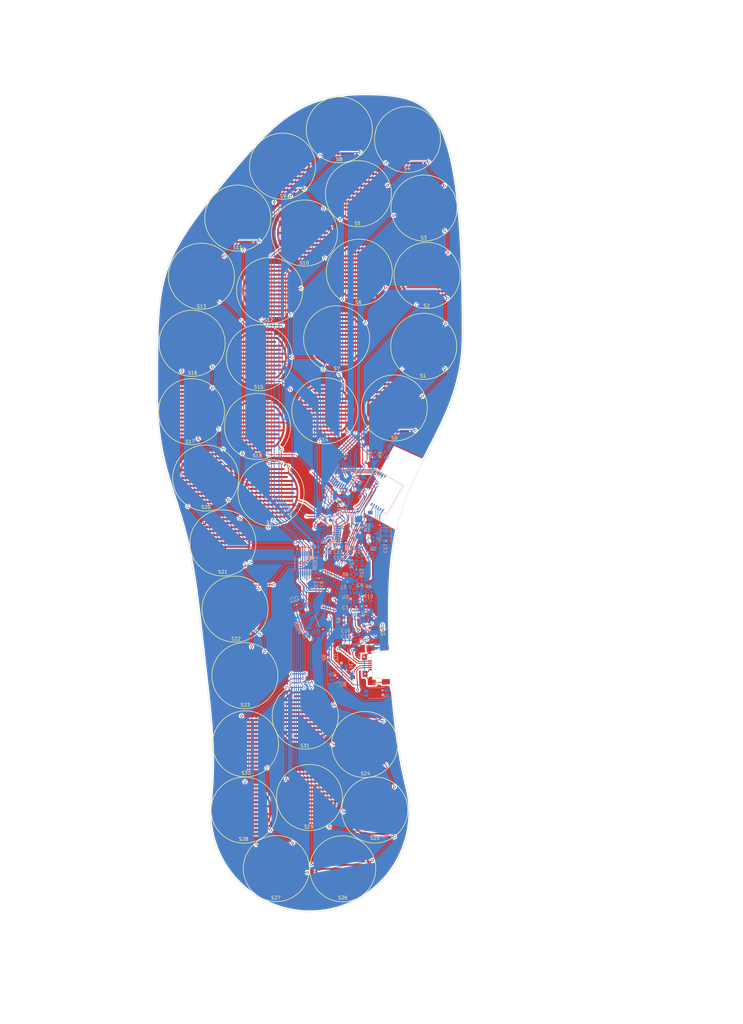
<source format=kicad_pcb>
(kicad_pcb (version 20171130) (host pcbnew "(5.0.0)")
  (layers (0 F.Cu signal) (31 B.Cu signal) (34 B.Paste user) (35 F.Paste user) (36 B.SilkS user) (37 F.SilkS user) (38 B.Mask user) (39 F.Mask user) (44 Edge.Cuts user))
  (net 0 "")
  (net 1 GND)
  (net 2 +3V3)
  (net 3 +5V)
  (net 4 +BATT)
  (net 5 /U1_A7)
  (net 6 /U1_A6)
  (net 7 /U1_A5)
  (net 8 /U1_A4)
  (net 9 /U1_A3)
  (net 10 /U1_A2)
  (net 11 /U1_A1)
  (net 12 /U1_A0)
  (net 13 /U2_A7)
  (net 14 /U2_A6)
  (net 15 /U2_A5)
  (net 16 /U2_A4)
  (net 17 /U2_A3)
  (net 18 /U2_A2)
  (net 19 /U2_A1)
  (net 20 /U2_A0)
  (net 21 /U1_Data)
  (net 22 /U2_Data)
  (net 23 /U3_Data)
  (net 24 /U4_Data)
  (net 25 /U3_A7)
  (net 26 /U3_A6)
  (net 27 /U3_A5)
  (net 28 /U3_A4)
  (net 29 /U3_A3)
  (net 30 /U3_A2)
  (net 31 /U3_A1)
  (net 32 /U3_A0)
  (net 33 /U4_A7)
  (net 34 /U4_A6)
  (net 35 /U4_A5)
  (net 36 /U4_A4)
  (net 37 /U4_A3)
  (net 38 /U4_A2)
  (net 39 /U4_A1)
  (net 40 /U4_A0)
  (net 41 "Net-(L3-Pad1)")
  (net 42 "Net-(R1-Pad1)")
  (net 43 "Net-(R2-Pad2)")
  (net 44 "Net-(R3-Pad2)")
  (net 45 /S0)
  (net 46 /S1)
  (net 47 /S2)
  (net 48 /MUX_E)
  (net 49 -BATT)
  (net 50 "Net-(C1-Pad1)")
  (net 51 Analog_Batt_Lvl)
  (net 52 Enable_Batt_Lvl)
  (net 53 "Net-(R5-Pad1)")
  (net 54 "Net-(R5-Pad2)")
  (net 55 "Net-(R10-Pad1)")
  (net 56 "Net-(R11-Pad1)")
  (net 57 XRES)
  (net 58 P0.6)
  (net 59 P0.7)
  (net 60 /P0.7_USB)
  (net 61 /P0.6_USB)
  (net 62 /XRES_USB)
  (net 63 "Net-(Q2-Pad3)")
  (net 64 /+3V3_VDDR)
  (net 65 /+3V3_VDD)
  (module Connector_PinHeader_1.00mm:PinHeader_1x02_P1.00mm_Vertical (layer F.Cu) (at 190.379453 183.170707 4)
    (fp_text reference J2 (at 0 1.56 4) (layer F.SilkS) (effects (justify mirror)))
    (fp_text value 3V7_Battery)
    (pad 2 thru_hole oval (at 0 -1 4) (size 0.85 0.85) (drill 0.5) (layers *.Cu *.Mask) (net 4 +BATT))
    (pad 1 thru_hole rect (at 0 0 4) (size 0.85 0.85) (drill 0.5) (layers *.Cu *.Mask) (net 49 -BATT))
  )
  (module Package_LGA:Bosch_LGA-14_3x2.5mm_P0.5mm (layer B.Cu) (at 181.489453 157.520707)
    (fp_text reference U2 (at 0 -2.5) (layer B.SilkS))
    (fp_text value ISM330DLC)
    (pad 11 smd rect (at 1.2625 -0.75) (size 0.675 0.25) (layers B.Cu B.Paste B.Mask))
    (pad 10 smd rect (at 1.2625 -0.25) (size 0.675 0.25) (layers B.Cu B.Paste B.Mask))
    (pad 9 smd rect (at 1.2625 0.25) (size 0.675 0.25) (layers B.Cu B.Paste B.Mask))
    (pad 8 smd rect (at 1.2625 0.75) (size 0.675 0.25) (layers B.Cu B.Paste B.Mask) (net 2 +3V3))
    (pad 4 smd rect (at -1.2625 0.75) (size 0.675 0.25) (layers B.Cu B.Paste B.Mask))
    (pad 3 smd rect (at -1.2625 0.25) (size 0.675 0.25) (layers B.Cu B.Paste B.Mask) (net 1 GND))
    (pad 2 smd rect (at -1.2625 -0.25) (size 0.675 0.25) (layers B.Cu B.Paste B.Mask) (net 1 GND))
    (pad 1 smd rect (at -1.2625 -0.75) (size 0.675 0.25) (layers B.Cu B.Paste B.Mask) (net 1 GND))
    (pad 7 smd rect (at 0.5 1.0125) (size 0.25 0.675) (layers B.Cu B.Paste B.Mask) (net 1 GND))
    (pad 6 smd rect (at 0 1.0125) (size 0.25 0.675) (layers B.Cu B.Paste B.Mask) (net 1 GND))
    (pad 5 smd rect (at -0.5 1.0125) (size 0.25 0.675) (layers B.Cu B.Paste B.Mask) (net 2 +3V3))
    (pad 12 smd rect (at 0.5 -1.0125) (size 0.25 0.675) (layers B.Cu B.Paste B.Mask))
    (pad 14 smd rect (at -0.5 -1.0125) (size 0.25 0.675) (layers B.Cu B.Paste B.Mask) (net 43 "Net-(R2-Pad2)"))
    (pad 13 smd rect (at 0 -1.0125) (size 0.25 0.675) (layers B.Cu B.Paste B.Mask) (net 44 "Net-(R3-Pad2)"))
  )
  (module Capacitor_SMD:C_0603_1608Metric (layer B.Cu) (at 184.789453 183.220707 274)
    (fp_text reference C1 (at 0 -1.43 274) (layer B.SilkS))
    (fp_text value 0.1uF)
    (pad 2 smd roundrect (at 0.7875 0 274) (size 0.875 0.95) (layers B.Cu B.Paste B.Mask) (net 49 -BATT))
    (pad 1 smd roundrect (at -0.7875 0 274) (size 0.875 0.95) (layers B.Cu B.Paste B.Mask) (net 50 "Net-(C1-Pad1)"))
  )
  (module Capacitor_SMD:C_0603_1608Metric (layer B.Cu) (at 163.839453 176.970707 290)
    (fp_text reference C2 (at -2.498995 -0.005009 290) (layer B.SilkS))
    (fp_text value 1uF)
    (pad 2 smd roundrect (at 0.7875 0 290) (size 0.875 0.95) (layers B.Cu B.Paste B.Mask) (net 2 +3V3))
    (pad 1 smd roundrect (at -0.7875 0 290) (size 0.875 0.95) (layers B.Cu B.Paste B.Mask) (net 1 GND))
  )
  (module Capacitor_SMD:C_0603_1608Metric (layer B.Cu) (at 181.569453 176.630707 183)
    (fp_text reference C3 (at 2.530154 -0.127757 183) (layer B.SilkS))
    (fp_text value 4.7uF)
    (pad 2 smd roundrect (at 0.7875 0 183) (size 0.875 0.95) (layers B.Cu B.Paste B.Mask) (net 4 +BATT))
    (pad 1 smd roundrect (at -0.7875 0 183) (size 0.875 0.95) (layers B.Cu B.Paste B.Mask) (net 1 GND))
  )
  (module Capacitor_SMD:C_0603_1608Metric (layer B.Cu) (at 183.275035 168.615774 4)
    (fp_text reference C4 (at 0.144756 1.513785 4) (layer B.SilkS))
    (fp_text value 10uF)
    (pad 2 smd roundrect (at 0.7875 0 4) (size 0.875 0.95) (layers B.Cu B.Paste B.Mask) (net 1 GND))
    (pad 1 smd roundrect (at -0.7875 0 4) (size 0.875 0.95) (layers B.Cu B.Paste B.Mask) (net 2 +3V3))
  )
  (module Capacitor_SMD:C_0603_1608Metric (layer B.Cu) (at 165.289453 176.420707 290)
    (fp_text reference C5 (at -2.392243 0.140264 290) (layer B.SilkS))
    (fp_text value 0.1uF)
    (pad 2 smd roundrect (at 0.7875 0 290) (size 0.875 0.95) (layers B.Cu B.Paste B.Mask) (net 2 +3V3))
    (pad 1 smd roundrect (at -0.7875 0 290) (size 0.875 0.95) (layers B.Cu B.Paste B.Mask) (net 1 GND))
  )
  (module Capacitor_SMD:C_0603_1608Metric (layer B.Cu) (at 171.889453 167.208207 90)
    (fp_text reference C6 (at -2.5125 0 90) (layer B.SilkS))
    (fp_text value 1uF)
    (pad 2 smd roundrect (at 0.7875 0 90) (size 0.875 0.95) (layers B.Cu B.Paste B.Mask) (net 2 +3V3))
    (pad 1 smd roundrect (at -0.7875 0 90) (size 0.875 0.95) (layers B.Cu B.Paste B.Mask) (net 1 GND))
  )
  (module Capacitor_SMD:C_0603_1608Metric (layer B.Cu) (at 170.289453 167.220707 90)
    (fp_text reference C7 (at -2.5 0 90) (layer B.SilkS))
    (fp_text value 0.1uF)
    (pad 2 smd roundrect (at 0.7875 0 90) (size 0.875 0.95) (layers B.Cu B.Paste B.Mask) (net 2 +3V3))
    (pad 1 smd roundrect (at -0.7875 0 90) (size 0.875 0.95) (layers B.Cu B.Paste B.Mask) (net 1 GND))
  )
  (module Capacitor_SMD:C_0603_1608Metric (layer B.Cu) (at 171.676953 160.120707 180)
    (fp_text reference C8 (at -2.3125 0 180) (layer B.SilkS))
    (fp_text value 1uF)
    (pad 2 smd roundrect (at 0.7875 0 180) (size 0.875 0.95) (layers B.Cu B.Paste B.Mask) (net 2 +3V3))
    (pad 1 smd roundrect (at -0.7875 0 180) (size 0.875 0.95) (layers B.Cu B.Paste B.Mask) (net 1 GND))
  )
  (module Capacitor_SMD:C_0603_1608Metric (layer B.Cu) (at 171.676953 158.520707 180)
    (fp_text reference C9 (at 2.3875 0 180) (layer B.SilkS))
    (fp_text value 0.1uF)
    (pad 2 smd roundrect (at 0.7875 0 180) (size 0.875 0.95) (layers B.Cu B.Paste B.Mask) (net 2 +3V3))
    (pad 1 smd roundrect (at -0.7875 0 180) (size 0.875 0.95) (layers B.Cu B.Paste B.Mask) (net 1 GND))
  )
  (module Capacitor_SMD:C_0603_1608Metric (layer B.Cu) (at 177.264453 144.083207 90)
    (fp_text reference C10 (at -2.9375 -0.075 90) (layer B.SilkS))
    (fp_text value 1uF)
    (pad 2 smd roundrect (at 0.7875 0 90) (size 0.875 0.95) (layers B.Cu B.Paste B.Mask) (net 2 +3V3))
    (pad 1 smd roundrect (at -0.7875 0 90) (size 0.875 0.95) (layers B.Cu B.Paste B.Mask) (net 1 GND))
  )
  (module Capacitor_SMD:C_0603_1608Metric (layer B.Cu) (at 178.889453 144.095707 90)
    (fp_text reference C11 (at -2.95 -0.075 90) (layer B.SilkS))
    (fp_text value 0.1uF)
    (pad 2 smd roundrect (at 0.7875 0 90) (size 0.875 0.95) (layers B.Cu B.Paste B.Mask) (net 2 +3V3))
    (pad 1 smd roundrect (at -0.7875 0 90) (size 0.875 0.95) (layers B.Cu B.Paste B.Mask) (net 1 GND))
  )
  (module Capacitor_SMD:C_0603_1608Metric (layer B.Cu) (at 179.801953 161.620707)
    (fp_text reference C12 (at -2.9125 0.1) (layer B.SilkS))
    (fp_text value 1uF)
    (pad 2 smd roundrect (at 0.7875 0) (size 0.875 0.95) (layers B.Cu B.Paste B.Mask) (net 2 +3V3))
    (pad 1 smd roundrect (at -0.7875 0) (size 0.875 0.95) (layers B.Cu B.Paste B.Mask) (net 1 GND))
  )
  (module Capacitor_SMD:C_0603_1608Metric (layer B.Cu) (at 179.801953 160.020707)
    (fp_text reference C13 (at -2.9225 0.03) (layer B.SilkS))
    (fp_text value 0.1uF)
    (pad 2 smd roundrect (at 0.7875 0) (size 0.875 0.95) (layers B.Cu B.Paste B.Mask) (net 2 +3V3))
    (pad 1 smd roundrect (at -0.7875 0) (size 0.875 0.95) (layers B.Cu B.Paste B.Mask) (net 1 GND))
  )
  (module Capacitor_SMD:C_0603_1608Metric (layer B.Cu) (at 183.289453 161.220707 180)
    (fp_text reference C14 (at 0.22 1.35 180) (layer B.SilkS))
    (fp_text value 0.1uF)
    (pad 2 smd roundrect (at 0.7875 0 180) (size 0.875 0.95) (layers B.Cu B.Paste B.Mask) (net 1 GND))
    (pad 1 smd roundrect (at -0.7875 0 180) (size 0.875 0.95) (layers B.Cu B.Paste B.Mask) (net 51 Analog_Batt_Lvl))
  )
  (module Inductor_SMD:L_0805_2012Metric_Pad1.15x1.40mm_HandSolder (layer B.Cu) (at 186.619453 149.165707 90)
    (fp_text reference L1 (at 0 -1.65 90) (layer B.SilkS))
    (fp_text value "300ohm 100MHz")
    (pad 2 smd roundrect (at 1.025 0 90) (size 1.15 1.4) (layers B.Cu B.Paste B.Mask) (roundrect_rratio 0.217391) (net 64 /+3V3_VDDR))
    (pad 1 smd roundrect (at -1.025 0 90) (size 1.15 1.4) (layers B.Cu B.Paste B.Mask) (roundrect_rratio 0.217391) (net 2 +3V3))
  )
  (module Inductor_SMD:L_0805_2012Metric_Pad1.15x1.40mm_HandSolder (layer B.Cu) (at 183.939453 138.330707 60)
    (fp_text reference L2 (at 0 -1.65 60) (layer B.SilkS))
    (fp_text value "300ohm 100MHz")
    (pad 2 smd roundrect (at 1.025 0 60) (size 1.15 1.4) (layers B.Cu B.Paste B.Mask) (roundrect_rratio 0.217391) (net 65 /+3V3_VDD))
    (pad 1 smd roundrect (at -1.025 0 60) (size 1.15 1.4) (layers B.Cu B.Paste B.Mask) (roundrect_rratio 0.217391) (net 2 +3V3))
  )
  (module Inductor_SMD:L_0805_2012Metric_Pad1.15x1.40mm_HandSolder (layer B.Cu) (at 181.51695 170.570707 3)
    (fp_text reference L3 (at -3.001949 -0.041005 3) (layer B.SilkS))
    (fp_text value 1uH)
    (pad 2 smd roundrect (at 1.025 0 3) (size 1.15 1.4) (layers B.Cu B.Paste B.Mask) (roundrect_rratio 0.217391) (net 2 +3V3))
    (pad 1 smd roundrect (at -1.025 0 3) (size 1.15 1.4) (layers B.Cu B.Paste B.Mask) (roundrect_rratio 0.217391) (net 41 "Net-(L3-Pad1)"))
  )
  (module Package_SO:TSSOP-16_4.4x5mm_P0.65mm (layer B.Cu) (at 178.389453 136.720707 240)
    (fp_text reference MUX1 (at 0 -3.55 240) (layer B.SilkS))
    (fp_text value CD74HC4051)
    (pad 16 smd rect (at 2.95 -2.275 240) (size 1.5 0.45) (layers B.Cu B.Paste B.Mask) (net 2 +3V3))
    (pad 15 smd rect (at 2.95 -1.625 240) (size 1.5 0.45) (layers B.Cu B.Paste B.Mask) (net 10 /U1_A2))
    (pad 14 smd rect (at 2.95 -0.975 240) (size 1.5 0.45) (layers B.Cu B.Paste B.Mask) (net 11 /U1_A1))
    (pad 13 smd rect (at 2.95 -0.325 240) (size 1.5 0.45) (layers B.Cu B.Paste B.Mask) (net 12 /U1_A0))
    (pad 12 smd rect (at 2.95 0.325 240) (size 1.5 0.45) (layers B.Cu B.Paste B.Mask) (net 9 /U1_A3))
    (pad 11 smd rect (at 2.95 0.975 240) (size 1.5 0.45) (layers B.Cu B.Paste B.Mask) (net 45 /S0))
    (pad 10 smd rect (at 2.95 1.625 240) (size 1.5 0.45) (layers B.Cu B.Paste B.Mask) (net 46 /S1))
    (pad 9 smd rect (at 2.95 2.275 240) (size 1.5 0.45) (layers B.Cu B.Paste B.Mask) (net 47 /S2))
    (pad 8 smd rect (at -2.95 2.275 240) (size 1.5 0.45) (layers B.Cu B.Paste B.Mask) (net 1 GND))
    (pad 7 smd rect (at -2.95 1.625 240) (size 1.5 0.45) (layers B.Cu B.Paste B.Mask) (net 1 GND))
    (pad 6 smd rect (at -2.95 0.975 240) (size 1.5 0.45) (layers B.Cu B.Paste B.Mask) (net 48 /MUX_E))
    (pad 5 smd rect (at -2.95 0.325 240) (size 1.5 0.45) (layers B.Cu B.Paste B.Mask) (net 7 /U1_A5))
    (pad 4 smd rect (at -2.95 -0.325 240) (size 1.5 0.45) (layers B.Cu B.Paste B.Mask) (net 5 /U1_A7))
    (pad 3 smd rect (at -2.95 -0.975 240) (size 1.5 0.45) (layers B.Cu B.Paste B.Mask) (net 2 +3V3))
    (pad 2 smd rect (at -2.95 -1.625 240) (size 1.5 0.45) (layers B.Cu B.Paste B.Mask) (net 6 /U1_A6))
    (pad 1 smd rect (at -2.95 -2.275 240) (size 1.5 0.45) (layers B.Cu B.Paste B.Mask) (net 8 /U1_A4))
  )
  (module Package_SO:TSSOP-16_4.4x5mm_P0.65mm (layer B.Cu) (at 173.789453 154.520707 180)
    (fp_text reference MUX2 (at -1.7 -3.6 180) (layer B.SilkS))
    (fp_text value CD74HC4051)
    (pad 16 smd rect (at 2.95 -2.275 180) (size 1.5 0.45) (layers B.Cu B.Paste B.Mask) (net 2 +3V3))
    (pad 15 smd rect (at 2.95 -1.625 180) (size 1.5 0.45) (layers B.Cu B.Paste B.Mask) (net 18 /U2_A2))
    (pad 14 smd rect (at 2.95 -0.975 180) (size 1.5 0.45) (layers B.Cu B.Paste B.Mask) (net 19 /U2_A1))
    (pad 13 smd rect (at 2.95 -0.325 180) (size 1.5 0.45) (layers B.Cu B.Paste B.Mask) (net 20 /U2_A0))
    (pad 12 smd rect (at 2.95 0.325 180) (size 1.5 0.45) (layers B.Cu B.Paste B.Mask) (net 17 /U2_A3))
    (pad 11 smd rect (at 2.95 0.975 180) (size 1.5 0.45) (layers B.Cu B.Paste B.Mask) (net 45 /S0))
    (pad 10 smd rect (at 2.95 1.625 180) (size 1.5 0.45) (layers B.Cu B.Paste B.Mask) (net 46 /S1))
    (pad 9 smd rect (at 2.95 2.275 180) (size 1.5 0.45) (layers B.Cu B.Paste B.Mask) (net 47 /S2))
    (pad 8 smd rect (at -2.95 2.275 180) (size 1.5 0.45) (layers B.Cu B.Paste B.Mask) (net 1 GND))
    (pad 7 smd rect (at -2.95 1.625 180) (size 1.5 0.45) (layers B.Cu B.Paste B.Mask) (net 1 GND))
    (pad 6 smd rect (at -2.95 0.975 180) (size 1.5 0.45) (layers B.Cu B.Paste B.Mask) (net 48 /MUX_E))
    (pad 5 smd rect (at -2.95 0.325 180) (size 1.5 0.45) (layers B.Cu B.Paste B.Mask) (net 15 /U2_A5))
    (pad 4 smd rect (at -2.95 -0.325 180) (size 1.5 0.45) (layers B.Cu B.Paste B.Mask) (net 13 /U2_A7))
    (pad 3 smd rect (at -2.95 -0.975 180) (size 1.5 0.45) (layers B.Cu B.Paste B.Mask) (net 2 +3V3))
    (pad 2 smd rect (at -2.95 -1.625 180) (size 1.5 0.45) (layers B.Cu B.Paste B.Mask) (net 14 /U2_A6))
    (pad 1 smd rect (at -2.95 -2.275 180) (size 1.5 0.45) (layers B.Cu B.Paste B.Mask) (net 16 /U2_A4))
  )
  (module Package_SO:TSSOP-16_4.4x5mm_P0.65mm (layer B.Cu) (at 166.489453 163.470707 270)
    (fp_text reference MUX3 (at 0 -3.55 270) (layer B.SilkS))
    (fp_text value CD74HC4051)
    (pad 16 smd rect (at 2.95 -2.275 270) (size 1.5 0.45) (layers B.Cu B.Paste B.Mask) (net 2 +3V3))
    (pad 15 smd rect (at 2.95 -1.625 270) (size 1.5 0.45) (layers B.Cu B.Paste B.Mask) (net 30 /U3_A2))
    (pad 14 smd rect (at 2.95 -0.975 270) (size 1.5 0.45) (layers B.Cu B.Paste B.Mask) (net 31 /U3_A1))
    (pad 13 smd rect (at 2.95 -0.325 270) (size 1.5 0.45) (layers B.Cu B.Paste B.Mask) (net 32 /U3_A0))
    (pad 12 smd rect (at 2.95 0.325 270) (size 1.5 0.45) (layers B.Cu B.Paste B.Mask) (net 29 /U3_A3))
    (pad 11 smd rect (at 2.95 0.975 270) (size 1.5 0.45) (layers B.Cu B.Paste B.Mask) (net 45 /S0))
    (pad 10 smd rect (at 2.95 1.625 270) (size 1.5 0.45) (layers B.Cu B.Paste B.Mask) (net 46 /S1))
    (pad 9 smd rect (at 2.95 2.275 270) (size 1.5 0.45) (layers B.Cu B.Paste B.Mask) (net 47 /S2))
    (pad 8 smd rect (at -2.95 2.275 270) (size 1.5 0.45) (layers B.Cu B.Paste B.Mask) (net 1 GND))
    (pad 7 smd rect (at -2.95 1.625 270) (size 1.5 0.45) (layers B.Cu B.Paste B.Mask) (net 1 GND))
    (pad 6 smd rect (at -2.95 0.975 270) (size 1.5 0.45) (layers B.Cu B.Paste B.Mask) (net 48 /MUX_E))
    (pad 5 smd rect (at -2.95 0.325 270) (size 1.5 0.45) (layers B.Cu B.Paste B.Mask) (net 27 /U3_A5))
    (pad 4 smd rect (at -2.95 -0.325 270) (size 1.5 0.45) (layers B.Cu B.Paste B.Mask) (net 25 /U3_A7))
    (pad 3 smd rect (at -2.95 -0.975 270) (size 1.5 0.45) (layers B.Cu B.Paste B.Mask) (net 2 +3V3))
    (pad 2 smd rect (at -2.95 -1.625 270) (size 1.5 0.45) (layers B.Cu B.Paste B.Mask) (net 26 /U3_A6))
    (pad 1 smd rect (at -2.95 -2.275 270) (size 1.5 0.45) (layers B.Cu B.Paste B.Mask) (net 28 /U3_A4))
  )
  (module Package_SO:TSSOP-16_4.4x5mm_P0.65mm (layer B.Cu) (at 167.939453 181.770707 110)
    (fp_text reference MUX4 (at 0 -3.55 110) (layer B.SilkS))
    (fp_text value CD74HC4051)
    (pad 16 smd rect (at 2.95 -2.275 110) (size 1.5 0.45) (layers B.Cu B.Paste B.Mask) (net 2 +3V3))
    (pad 15 smd rect (at 2.95 -1.625 110) (size 1.5 0.45) (layers B.Cu B.Paste B.Mask) (net 38 /U4_A2))
    (pad 14 smd rect (at 2.95 -0.975 110) (size 1.5 0.45) (layers B.Cu B.Paste B.Mask) (net 39 /U4_A1))
    (pad 13 smd rect (at 2.95 -0.325 110) (size 1.5 0.45) (layers B.Cu B.Paste B.Mask) (net 40 /U4_A0))
    (pad 12 smd rect (at 2.95 0.325 110) (size 1.5 0.45) (layers B.Cu B.Paste B.Mask) (net 37 /U4_A3))
    (pad 11 smd rect (at 2.95 0.975 110) (size 1.5 0.45) (layers B.Cu B.Paste B.Mask) (net 45 /S0))
    (pad 10 smd rect (at 2.95 1.625 110) (size 1.5 0.45) (layers B.Cu B.Paste B.Mask) (net 46 /S1))
    (pad 9 smd rect (at 2.95 2.275 110) (size 1.5 0.45) (layers B.Cu B.Paste B.Mask) (net 47 /S2))
    (pad 8 smd rect (at -2.95 2.275 110) (size 1.5 0.45) (layers B.Cu B.Paste B.Mask) (net 1 GND))
    (pad 7 smd rect (at -2.95 1.625 110) (size 1.5 0.45) (layers B.Cu B.Paste B.Mask) (net 1 GND))
    (pad 6 smd rect (at -2.95 0.975 110) (size 1.5 0.45) (layers B.Cu B.Paste B.Mask) (net 48 /MUX_E))
    (pad 5 smd rect (at -2.95 0.325 110) (size 1.5 0.45) (layers B.Cu B.Paste B.Mask) (net 35 /U4_A5))
    (pad 4 smd rect (at -2.95 -0.325 110) (size 1.5 0.45) (layers B.Cu B.Paste B.Mask) (net 33 /U4_A7))
    (pad 3 smd rect (at -2.95 -0.975 110) (size 1.5 0.45) (layers B.Cu B.Paste B.Mask) (net 2 +3V3))
    (pad 2 smd rect (at -2.95 -1.625 110) (size 1.5 0.45) (layers B.Cu B.Paste B.Mask) (net 34 /U4_A6))
    (pad 1 smd rect (at -2.95 -2.275 110) (size 1.5 0.45) (layers B.Cu B.Paste B.Mask) (net 36 /U4_A4))
  )
  (module Package_TO_SOT_SMD:SOT-23 (layer B.Cu) (at 187.589453 156.620707 90)
    (fp_text reference Q2 (at -2.43 -0.03) (layer B.SilkS))
    (fp_text value Q_PMOS_GSD)
    (pad 3 smd rect (at 1 0 90) (size 0.9 0.8) (layers B.Cu B.Paste B.Mask) (net 63 "Net-(Q2-Pad3)"))
    (pad 2 smd rect (at -1 0.95 90) (size 0.9 0.8) (layers B.Cu B.Paste B.Mask) (net 4 +BATT))
    (pad 1 smd rect (at -1 -0.95 90) (size 0.9 0.8) (layers B.Cu B.Paste B.Mask) (net 52 Enable_Batt_Lvl))
  )
  (module Resistor_SMD:R_0603_1608Metric (layer B.Cu) (at 178.408238 180.704286 93)
    (fp_text reference R1 (at 0 -1.43 93) (layer B.SilkS))
    (fp_text value 10k)
    (pad 2 smd roundrect (at 0.7875 0 93) (size 0.875 0.95) (layers B.Cu B.Paste B.Mask) (net 49 -BATT))
    (pad 1 smd roundrect (at -0.7875 0 93) (size 0.875 0.95) (layers B.Cu B.Paste B.Mask) (net 42 "Net-(R1-Pad1)"))
  )
  (module Resistor_SMD:R_0603_1608Metric (layer B.Cu) (at 183.201953 151.920707 180)
    (fp_text reference R2 (at -2.4875 -0.1 180) (layer B.SilkS))
    (fp_text value 10k)
    (pad 2 smd roundrect (at 0.7875 0 180) (size 0.875 0.95) (layers B.Cu B.Paste B.Mask) (net 43 "Net-(R2-Pad2)"))
    (pad 1 smd roundrect (at -0.7875 0 180) (size 0.875 0.95) (layers B.Cu B.Paste B.Mask) (net 2 +3V3))
  )
  (module Resistor_SMD:R_0603_1608Metric (layer B.Cu) (at 183.189453 153.520707 180)
    (fp_text reference R3 (at -2.4 0 180) (layer B.SilkS))
    (fp_text value 10k)
    (pad 2 smd roundrect (at 0.7875 0 180) (size 0.875 0.95) (layers B.Cu B.Paste B.Mask) (net 44 "Net-(R3-Pad2)"))
    (pad 1 smd roundrect (at -0.7875 0 180) (size 0.875 0.95) (layers B.Cu B.Paste B.Mask) (net 2 +3V3))
  )
  (module Resistor_SMD:R_0603_1608Metric (layer B.Cu) (at 186.029453 171.968707)
    (fp_text reference R4 (at 0 -1.43) (layer B.SilkS))
    (fp_text value "390 ohm")
    (pad 2 smd roundrect (at 0.7875 0) (size 0.875 0.95) (layers B.Cu B.Paste B.Mask) (net 50 "Net-(C1-Pad1)"))
    (pad 1 smd roundrect (at -0.7875 0) (size 0.875 0.95) (layers B.Cu B.Paste B.Mask) (net 4 +BATT))
  )
  (module Resistor_SMD:R_0603_1608Metric (layer B.Cu) (at 173.989453 191.920707 94)
    (fp_text reference R5 (at 0 -1.43 94) (layer B.SilkS))
    (fp_text value 0-1k)
    (pad 2 smd roundrect (at 0.7875 0 94) (size 0.875 0.95) (layers B.Cu B.Paste B.Mask) (net 54 "Net-(R5-Pad2)"))
    (pad 1 smd roundrect (at -0.7875 0 94) (size 0.875 0.95) (layers B.Cu B.Paste B.Mask) (net 53 "Net-(R5-Pad1)"))
  )
  (module Resistor_SMD:R_0603_1608Metric (layer B.Cu) (at 181.601953 166.820707 180)
    (fp_text reference R6 (at 2.5125 0 180) (layer B.SilkS))
    (fp_text value 10k)
    (pad 2 smd roundrect (at 0.7875 0 180) (size 0.875 0.95) (layers B.Cu B.Paste B.Mask) (net 24 /U4_Data))
    (pad 1 smd roundrect (at -0.7875 0 180) (size 0.875 0.95) (layers B.Cu B.Paste B.Mask) (net 1 GND))
  )
  (module Resistor_SMD:R_0603_1608Metric (layer B.Cu) (at 173.689453 150.370707 180)
    (fp_text reference R7 (at 2.5 -0.05 180) (layer B.SilkS))
    (fp_text value 10k)
    (pad 2 smd roundrect (at 0.7875 0 180) (size 0.875 0.95) (layers B.Cu B.Paste B.Mask) (net 23 /U3_Data))
    (pad 1 smd roundrect (at -0.7875 0 180) (size 0.875 0.95) (layers B.Cu B.Paste B.Mask) (net 1 GND))
  )
  (module Resistor_SMD:R_0603_1608Metric (layer B.Cu) (at 188.089453 130.608207 90)
    (fp_text reference R8 (at 0 -1.43 90) (layer B.SilkS))
    (fp_text value 10k)
    (pad 2 smd roundrect (at 0.7875 0 90) (size 0.875 0.95) (layers B.Cu B.Paste B.Mask) (net 22 /U2_Data))
    (pad 1 smd roundrect (at -0.7875 0 90) (size 0.875 0.95) (layers B.Cu B.Paste B.Mask) (net 1 GND))
  )
  (module Resistor_SMD:R_0603_1608Metric (layer B.Cu) (at 191.089453 130.620707 90)
    (fp_text reference R9 (at 0 -1.43 90) (layer B.SilkS))
    (fp_text value 10k)
    (pad 2 smd roundrect (at 0.7875 0 90) (size 0.875 0.95) (layers B.Cu B.Paste B.Mask) (net 21 /U1_Data))
    (pad 1 smd roundrect (at -0.7875 0 90) (size 0.875 0.95) (layers B.Cu B.Paste B.Mask) (net 1 GND))
  )
  (module Resistor_SMD:R_0603_1608Metric (layer B.Cu) (at 186.054953 174.762707 180)
    (fp_text reference R10 (at 0 1.27 180) (layer B.SilkS))
    (fp_text value 2.7k)
    (pad 2 smd roundrect (at 0.7875 0 180) (size 0.875 0.95) (layers B.Cu B.Paste B.Mask) (net 1 GND))
    (pad 1 smd roundrect (at -0.7875 0 180) (size 0.875 0.95) (layers B.Cu B.Paste B.Mask) (net 55 "Net-(R10-Pad1)"))
  )
  (module Resistor_SMD:R_0603_1608Metric (layer B.Cu) (at 187.50495 186.120707 5)
    (fp_text reference R11 (at -2.848361 0.252711 5) (layer B.SilkS))
    (fp_text value "100-500 ohm")
    (pad 2 smd roundrect (at 0.7875 0 5) (size 0.875 0.95) (layers B.Cu B.Paste B.Mask) (net 2 +3V3))
    (pad 1 smd roundrect (at -0.7875 0 5) (size 0.875 0.95) (layers B.Cu B.Paste B.Mask) (net 56 "Net-(R11-Pad1)"))
  )
  (module Resistor_SMD:R_0603_1608Metric (layer B.Cu) (at 184.089453 163.508207 90)
    (fp_text reference R12 (at -2.9125 -0.1 90) (layer B.SilkS))
    (fp_text value 10k)
    (pad 2 smd roundrect (at 0.7875 0 90) (size 0.875 0.95) (layers B.Cu B.Paste B.Mask) (net 51 Analog_Batt_Lvl))
    (pad 1 smd roundrect (at -0.7875 0 90) (size 0.875 0.95) (layers B.Cu B.Paste B.Mask) (net 63 "Net-(Q2-Pad3)"))
  )
  (module Resistor_SMD:R_0603_1608Metric (layer B.Cu) (at 182.389453 163.520707 270)
    (fp_text reference R13 (at 0.1 1.4 270) (layer B.SilkS))
    (fp_text value 10k)
    (pad 2 smd roundrect (at 0.7875 0 270) (size 0.875 0.95) (layers B.Cu B.Paste B.Mask) (net 1 GND))
    (pad 1 smd roundrect (at -0.7875 0 270) (size 0.875 0.95) (layers B.Cu B.Paste B.Mask) (net 51 Analog_Batt_Lvl))
  )
  (module Resistor_SMD:R_0603_1608Metric (layer B.Cu) (at 187.189453 161.233207 90)
    (fp_text reference R14 (at 0 -1.43 90) (layer B.SilkS))
    (fp_text value 100k)
    (pad 2 smd roundrect (at 0.7875 0 90) (size 0.875 0.95) (layers B.Cu B.Paste B.Mask) (net 52 Enable_Batt_Lvl))
    (pad 1 smd roundrect (at -0.7875 0 90) (size 0.875 0.95) (layers B.Cu B.Paste B.Mask) (net 4 +BATT))
  )
  (module Package_TO_SOT_SMD:TSOT-23-5 (layer B.Cu) (at 181.989453 180.420707 273)
    (fp_text reference U1 (at -2.60167 -0.036211 183) (layer B.SilkS) (effects (font (size 0.9 0.9))))
    (fp_text value STC4054-4.2)
    (pad 5 smd rect (at 1.31 -0.95 273) (size 1.22 0.65) (layers B.Cu B.Paste B.Mask) (net 42 "Net-(R1-Pad1)"))
    (pad 4 smd rect (at 1.31 0.95 273) (size 1.22 0.65) (layers B.Cu B.Paste B.Mask) (net 3 +5V))
    (pad 3 smd rect (at -1.31 0.95 273) (size 1.22 0.65) (layers B.Cu B.Paste B.Mask) (net 4 +BATT))
    (pad 2 smd rect (at -1.31 0 273) (size 1.22 0.65) (layers B.Cu B.Paste B.Mask) (net 49 -BATT))
    (pad 1 smd rect (at -1.31 -0.95 273) (size 1.22 0.65) (layers B.Cu B.Paste B.Mask))
  )
  (module Package_TO_SOT_SMD:TSOT-23-5 (layer B.Cu) (at 181.639453 173.730707 93)
    (fp_text reference U3 (at 0.142354 -2.716272 3) (layer B.SilkS) (effects (font (size 0.9 0.9))))
    (fp_text value ADP2108AUJ-3.3)
    (pad 5 smd rect (at 1.31 -0.95 93) (size 1.22 0.65) (layers B.Cu B.Paste B.Mask) (net 41 "Net-(L3-Pad1)"))
    (pad 4 smd rect (at 1.31 0.95 93) (size 1.22 0.65) (layers B.Cu B.Paste B.Mask) (net 2 +3V3))
    (pad 3 smd rect (at -1.31 0.95 93) (size 1.22 0.65) (layers B.Cu B.Paste B.Mask) (net 4 +BATT))
    (pad 2 smd rect (at -1.31 0 93) (size 1.22 0.65) (layers B.Cu B.Paste B.Mask) (net 1 GND))
    (pad 1 smd rect (at -1.31 -0.95 93) (size 1.22 0.65) (layers B.Cu B.Paste B.Mask) (net 4 +BATT))
  )
  (module Digikey_EZ_BLE:CYBLE-222014-01 (layer B.Cu) (at 188.519453 140.860707 240)
    (fp_text reference U4 (at -4 13 240) (layer B.SilkS))
    (fp_text value CYBLE-222014-01)
    (pad 1 smd rect (at 4.89 -4.91 240) (size 1 0.41) (layers B.Cu B.Paste B.Mask) (net 1 GND))
    (pad 2 smd rect (at 4.89 -4.14 240) (size 1 0.41) (layers B.Cu B.Paste B.Mask))
    (pad 3 smd rect (at 4.89 -3.38 240) (size 1 0.41) (layers B.Cu B.Paste B.Mask) (net 52 Enable_Batt_Lvl))
    (pad 4 smd rect (at 4.89 -2.62 240) (size 1 0.41) (layers B.Cu B.Paste B.Mask) (net 51 Analog_Batt_Lvl))
    (pad 5 smd rect (at 4.89 -1.86 240) (size 1 0.41) (layers B.Cu B.Paste B.Mask) (net 64 /+3V3_VDDR))
    (pad 7 smd rect (at 4.34 3.19 330) (size 1 0.41) (layers B.Cu B.Paste B.Mask) (net 48 /MUX_E))
    (pad 8 smd rect (at 3.58 3.19 330) (size 1 0.41) (layers B.Cu B.Paste B.Mask) (net 59 P0.7))
    (pad 9 smd rect (at 2.81 3.19 330) (size 1 0.41) (layers B.Cu B.Paste B.Mask) (net 43 "Net-(R2-Pad2)"))
    (pad 10 smd rect (at 2.05 3.19 330) (size 1 0.41) (layers B.Cu B.Paste B.Mask) (net 44 "Net-(R3-Pad2)"))
    (pad 11 smd rect (at 1.29 3.19 330) (size 1 0.41) (layers B.Cu B.Paste B.Mask) (net 1 GND))
    (pad 12 smd rect (at 0.53 3.19 330) (size 1 0.41) (layers B.Cu B.Paste B.Mask) (net 58 P0.6))
    (pad 13 smd rect (at -0.23 3.19 330) (size 1 0.41) (layers B.Cu B.Paste B.Mask) (net 24 /U4_Data))
    (pad 14 smd rect (at -1 3.19 330) (size 1 0.41) (layers B.Cu B.Paste B.Mask) (net 65 /+3V3_VDD))
    (pad 15 smd rect (at -1.76 3.19 330) (size 1 0.41) (layers B.Cu B.Paste B.Mask) (net 57 XRES))
    (pad 16 smd rect (at -2.52 3.19 330) (size 1 0.41) (layers B.Cu B.Paste B.Mask) (net 23 /U3_Data))
    (pad 17 smd rect (at -3.28 3.19 330) (size 1 0.41) (layers B.Cu B.Paste B.Mask) (net 22 /U2_Data))
    (pad 18 smd rect (at -4.04 3.19 330) (size 1 0.41) (layers B.Cu B.Paste B.Mask) (net 21 /U1_Data))
    (pad 19 smd rect (at -4.6 1.95 240) (size 1 0.41) (layers B.Cu B.Paste B.Mask) (net 45 /S0))
    (pad 20 smd rect (at -4.6 1.19 240) (size 1 0.41) (layers B.Cu B.Paste B.Mask) (net 46 /S1))
    (pad 21 smd rect (at -4.6 0.43 240) (size 1 0.41) (layers B.Cu B.Paste B.Mask) (net 47 /S2))
    (pad 22 smd rect (at -4.6 -0.33 240) (size 1 0.41) (layers B.Cu B.Paste B.Mask))
    (pad 6 smd rect (at 4.89 -1.1 240) (size 1 0.41) (layers B.Cu B.Paste B.Mask))
  )
  (module SamacSys_Parts:AP9211SAACHAC7 (layer B.Cu) (at 186.439453 178.570707 4)
    (fp_text reference U5 (at -1.955713 0.013605 -86) (layer B.SilkS) (effects (font (size 0.9 0.9))))
    (fp_text value AP9211SA-AN-HAC-7 hide)
    (pad 7 smd rect (at 0 0 94) (size 1.8 1.8) (layers B.Cu B.Paste B.Mask))
    (pad 6 smd rect (at -0.599 -1.35 94) (size 0.5 0.75) (layers B.Cu B.Paste B.Mask) (net 1 GND))
    (pad 5 smd rect (at 0.176 -1.35 4) (size 0.4 0.5) (layers B.Cu B.Paste B.Mask) (net 55 "Net-(R10-Pad1)"))
    (pad 4 smd rect (at 0.776 -1.35 4) (size 0.4 0.5) (layers B.Cu B.Paste B.Mask))
    (pad 3 smd rect (at 0.776 1.35 4) (size 0.4 0.5) (layers B.Cu B.Paste B.Mask) (net 50 "Net-(C1-Pad1)"))
    (pad 2 smd rect (at 0.176004 1.35 4) (size 0.4 0.5) (layers B.Cu B.Paste B.Mask) (net 49 -BATT))
    (pad 1 smd rect (at -0.599 1.35 94) (size 0.5 0.75) (layers B.Cu B.Paste B.Mask) (net 49 -BATT))
  )
  (module Package_SO:SOP-4_4.4x2.8mm_P1.27mm (layer B.Cu) (at 185.189453 188.820707 5)
    (fp_text reference U6 (at -1.521658 2.476804 5) (layer B.SilkS))
    (fp_text value TCMT1100)
    (pad 4 smd rect (at 3.15 -0.64 5) (size 1.3 0.8) (layers B.Cu B.Paste B.Mask) (net 2 +3V3))
    (pad 3 smd rect (at 3.15 0.64 5) (size 1.3 0.8) (layers B.Cu B.Paste B.Mask) (net 54 "Net-(R5-Pad2)"))
    (pad 2 smd rect (at -3.15 0.64 5) (size 1.3 0.8) (layers B.Cu B.Paste B.Mask) (net 3 +5V))
    (pad 1 smd rect (at -3.15 -0.64 5) (size 1.3 0.8) (layers B.Cu B.Paste B.Mask) (net 56 "Net-(R11-Pad1)"))
  )
  (module Package_SO:SOP-4_4.4x2.8mm_P1.27mm (layer B.Cu) (at 178.389453 191.720707 94)
    (fp_text reference U7 (at 0 -2.4 94) (layer B.SilkS))
    (fp_text value TCMT1100)
    (pad 4 smd rect (at 3.15 -0.64 94) (size 1.3 0.8) (layers B.Cu B.Paste B.Mask) (net 62 /XRES_USB))
    (pad 3 smd rect (at 3.15 0.64 94) (size 1.3 0.8) (layers B.Cu B.Paste B.Mask) (net 57 XRES))
    (pad 2 smd rect (at -3.15 0.64 94) (size 1.3 0.8) (layers B.Cu B.Paste B.Mask) (net 1 GND))
    (pad 1 smd rect (at -3.15 -0.64 94) (size 1.3 0.8) (layers B.Cu B.Paste B.Mask) (net 53 "Net-(R5-Pad1)"))
  )
  (module Package_SO:SOP-4_4.4x2.8mm_P1.27mm (layer B.Cu) (at 177.889453 197.820707 6)
    (fp_text reference U8 (at 0.246393 2.439117 6) (layer B.SilkS))
    (fp_text value TCMT1100)
    (pad 4 smd rect (at 3.15 -0.64 6) (size 1.3 0.8) (layers B.Cu B.Paste B.Mask) (net 61 /P0.6_USB))
    (pad 3 smd rect (at 3.15 0.64 6) (size 1.3 0.8) (layers B.Cu B.Paste B.Mask) (net 58 P0.6))
    (pad 2 smd rect (at -3.15 0.64 6) (size 1.3 0.8) (layers B.Cu B.Paste B.Mask) (net 1 GND))
    (pad 1 smd rect (at -3.15 -0.64 6) (size 1.3 0.8) (layers B.Cu B.Paste B.Mask) (net 53 "Net-(R5-Pad1)"))
  )
  (module Package_SO:SOP-4_4.4x2.8mm_P1.27mm (layer B.Cu) (at 188.519453 202.730707 182)
    (fp_text reference U9 (at 0.157364 2.657111 182) (layer B.SilkS))
    (fp_text value TCMT1100)
    (pad 4 smd rect (at 3.15 -0.64 182) (size 1.3 0.8) (layers B.Cu B.Paste B.Mask) (net 60 /P0.7_USB))
    (pad 3 smd rect (at 3.15 0.64 182) (size 1.3 0.8) (layers B.Cu B.Paste B.Mask) (net 59 P0.7))
    (pad 2 smd rect (at -3.15 0.64 182) (size 1.3 0.8) (layers B.Cu B.Paste B.Mask) (net 1 GND))
    (pad 1 smd rect (at -3.15 -0.64 182) (size 1.3 0.8) (layers B.Cu B.Paste B.Mask) (net 53 "Net-(R5-Pad1)"))
  )
  (module Capacitor_SMD:C_0603_1608Metric (layer B.Cu) (at 182.303871 185.22564 184)
    (fp_text reference C15 (at 3.094999 -0.155001 184) (layer B.SilkS))
    (fp_text value 1uF)
    (pad 2 smd roundrect (at 0.7875 0 184) (size 0.875 0.95) (layers B.Cu B.Paste B.Mask) (net 3 +5V))
    (pad 1 smd roundrect (at -0.7875 0 184) (size 0.875 0.95) (layers B.Cu B.Paste B.Mask) (net 49 -BATT))
  )
  (module Capacitor_SMD:C_0603_1608Metric (layer B.Cu) (at 182.184452 183.655706 184)
    (fp_text reference C16 (at 3.044999 -0.015001 184) (layer B.SilkS))
    (fp_text value 0.1uF)
    (pad 2 smd roundrect (at 0.7875 0 184) (size 0.875 0.95) (layers B.Cu B.Paste B.Mask) (net 3 +5V))
    (pad 1 smd roundrect (at -0.7875 0 184) (size 0.875 0.95) (layers B.Cu B.Paste B.Mask) (net 49 -BATT))
  )
  (module Connector_USB:USB_Micro_CustomV2 (layer F.Cu) (at 189.469453 194.240707 272)
    (fp_text reference J1 (at 0 8.7 272) (layer F.SilkS) (effects (justify mirror)))
    (fp_text value Conn_Micro_USB)
    (pad 6 smd custom (at -5.2 2.6 272) (size 1.6 2.4) (layers F.Cu F.Paste F.Mask) (net 49 -BATT) (options (clearance outline) (anchor rect)) (primitives (gr_poly (pts (xy 0.8 1.2) (xy 1.025 1.2) (xy 1.75 0.6) (xy 1.75 -0.2) (xy 0.8 -0.2)) (width 0))))
    (pad 6 smd custom (at 5.2 2.6 272) (size 1.6 2.4) (layers F.Cu F.Paste F.Mask) (net 49 -BATT) (options (clearance outline) (anchor rect)) (primitives (gr_poly (pts (xy -0.8 1.2) (xy -1.025 1.2) (xy -1.75 0.6) (xy -1.75 -0.2) (xy -0.8 -0.2)) (width 0))))
    (pad 6 smd rect (at 2.55 4.55 272) (size 1.8 1.5) (layers F.Cu F.Paste F.Mask) (net 49 -BATT))
    (pad 6 smd rect (at -2.55 4.55 272) (size 1.8 1.5) (layers F.Cu F.Paste F.Mask) (net 49 -BATT))
    (pad 6 smd rect (at 5.15 -1.7 272) (size 1.6 2.4) (layers F.Cu F.Paste F.Mask) (net 49 -BATT))
    (pad 6 smd rect (at -5.15 -1.7 272) (size 1.6 2.4) (layers F.Cu F.Paste F.Mask) (net 49 -BATT))
    (pad 5 smd rect (at 1.3 2.925 272) (size 0.4 1.05) (layers F.Cu F.Paste F.Mask) (net 49 -BATT))
    (pad 4 smd rect (at 0.65 2.925 272) (size 0.4 1.05) (layers F.Cu F.Paste F.Mask) (net 60 /P0.7_USB))
    (pad 3 smd rect (at 0 2.925 272) (size 0.4 1.05) (layers F.Cu F.Paste F.Mask) (net 61 /P0.6_USB))
    (pad 2 smd rect (at -0.65 2.925 272) (size 0.4 1.05) (layers F.Cu F.Paste F.Mask) (net 62 /XRES_USB))
    (pad 1 smd rect (at -1.3 2.925 272) (size 0.4 1.05) (layers F.Cu F.Paste F.Mask) (net 3 +5V))
  )
  (module Capacitor_Tantalum_SMD:CP_EIA-3528-12_Kemet-T (layer B.Cu) (at 191.339453 155.110707 270)
    (fp_text reference C17 (at 3.82 0.12 270) (layer B.SilkS))
    (fp_text value 100uF)
    (pad 2 smd roundrect (at 1.5375 0 270) (size 1.325 2.35) (layers B.Cu B.Paste B.Mask) (roundrect_rratio 0.188679) (net 1 GND))
    (pad 1 smd roundrect (at -1.5375 0 270) (size 1.325 2.35) (layers B.Cu B.Paste B.Mask) (roundrect_rratio 0.188679) (net 2 +3V3))
  )
  (module fsr_footprints:FSR_Circle_8mm (layer F.Cu) (at 193.894453 116.430707 180)
    (fp_text reference S0 (at 0.01 -9.05) (layer F.SilkS))
    (fp_text value FSR)
    (pad 2 smd custom (at 8 0 180) (size 0.5 0.5) (layers F.Cu F.Paste F.Mask) (net 12 /U1_A0) (options (clearance outline) (anchor circle)) (primitives (gr_line (start -12.8 -4.8) (end -1.7 -4.8) (width 0.6)) (gr_line (start -11.8 7.2) (end -4.5 7.2) (width 0.6)) (gr_line (start -14.4 -2.4) (end -0.5 -2.4) (width 0.6)) (gr_arc (start -8 0) (end -4.5 -7.2) (angle 128.1) (width 0.6)) (gr_line (start -14.4 2.4) (end -0.4 2.4) (width 0.6)) (gr_line (start -12.2 -7.2) (end -4.5 -7.2) (width 0.6)) (gr_line (start -12.8 4.8) (end -1.7 4.8) (width 0.6)) (gr_line (start -14.8 0) (end -0.1 0) (width 0.6))))
    (pad 1 smd custom (at -8 0 180) (size 0.5 0.5) (layers F.Cu F.Paste F.Mask) (net 21 /U1_Data) (options (clearance outline) (anchor circle)) (primitives (gr_line (start 14.7 -1.2) (end 0.2 -1.2) (width 0.6)) (gr_arc (start 8 0) (end 2.7 6) (angle 97) (width 0.6)) (gr_line (start 11.2 6) (end 2.7 6) (width 0.6)) (gr_line (start 11.2 -6) (end 2.7 -6) (width 0.6)) (gr_line (start 13.8 -3.6) (end 1 -3.6) (width 0.6)) (gr_line (start 13.8 3.6) (end 0.9 3.6) (width 0.6)) (gr_line (start 14.7 1.2) (end 0.2 1.2) (width 0.6))))
  )
  (module fsr_footprints:FSR_Circle_8mm (layer F.Cu) (at 202.809453 97.780707 180)
    (fp_text reference S1 (at 0.2 -8.88) (layer F.SilkS))
    (fp_text value FSR)
    (pad 2 smd custom (at 8 0 180) (size 0.5 0.5) (layers F.Cu F.Paste F.Mask) (net 11 /U1_A1) (options (clearance outline) (anchor circle)) (primitives (gr_line (start -12.8 -4.8) (end -1.7 -4.8) (width 0.6)) (gr_line (start -11.8 7.2) (end -4.5 7.2) (width 0.6)) (gr_line (start -14.4 -2.4) (end -0.5 -2.4) (width 0.6)) (gr_arc (start -8 0) (end -4.5 -7.2) (angle 128.1) (width 0.6)) (gr_line (start -14.4 2.4) (end -0.4 2.4) (width 0.6)) (gr_line (start -12.2 -7.2) (end -4.5 -7.2) (width 0.6)) (gr_line (start -12.8 4.8) (end -1.7 4.8) (width 0.6)) (gr_line (start -14.8 0) (end -0.1 0) (width 0.6))))
    (pad 1 smd custom (at -8 0 180) (size 0.5 0.5) (layers F.Cu F.Paste F.Mask) (net 21 /U1_Data) (options (clearance outline) (anchor circle)) (primitives (gr_line (start 14.7 -1.2) (end 0.2 -1.2) (width 0.6)) (gr_arc (start 8 0) (end 2.7 6) (angle 97) (width 0.6)) (gr_line (start 11.2 6) (end 2.7 6) (width 0.6)) (gr_line (start 11.2 -6) (end 2.7 -6) (width 0.6)) (gr_line (start 13.8 -3.6) (end 1 -3.6) (width 0.6)) (gr_line (start 13.8 3.6) (end 0.9 3.6) (width 0.6)) (gr_line (start 14.7 1.2) (end 0.2 1.2) (width 0.6))))
  )
  (module fsr_footprints:FSR_Circle_8mm (layer F.Cu) (at 203.794453 76.305707 180)
    (fp_text reference S2 (at 0.14 -9.18) (layer F.SilkS))
    (fp_text value FSR)
    (pad 2 smd custom (at 8 0 180) (size 0.5 0.5) (layers F.Cu F.Paste F.Mask) (net 10 /U1_A2) (options (clearance outline) (anchor circle)) (primitives (gr_line (start -12.8 -4.8) (end -1.7 -4.8) (width 0.6)) (gr_line (start -11.8 7.2) (end -4.5 7.2) (width 0.6)) (gr_line (start -14.4 -2.4) (end -0.5 -2.4) (width 0.6)) (gr_arc (start -8 0) (end -4.5 -7.2) (angle 128.1) (width 0.6)) (gr_line (start -14.4 2.4) (end -0.4 2.4) (width 0.6)) (gr_line (start -12.2 -7.2) (end -4.5 -7.2) (width 0.6)) (gr_line (start -12.8 4.8) (end -1.7 4.8) (width 0.6)) (gr_line (start -14.8 0) (end -0.1 0) (width 0.6))))
    (pad 1 smd custom (at -8 0 180) (size 0.5 0.5) (layers F.Cu F.Paste F.Mask) (net 21 /U1_Data) (options (clearance outline) (anchor circle)) (primitives (gr_line (start 14.7 -1.2) (end 0.2 -1.2) (width 0.6)) (gr_arc (start 8 0) (end 2.7 6) (angle 97) (width 0.6)) (gr_line (start 11.2 6) (end 2.7 6) (width 0.6)) (gr_line (start 11.2 -6) (end 2.7 -6) (width 0.6)) (gr_line (start 13.8 -3.6) (end 1 -3.6) (width 0.6)) (gr_line (start 13.8 3.6) (end 0.9 3.6) (width 0.6)) (gr_line (start 14.7 1.2) (end 0.2 1.2) (width 0.6))))
  )
  (module fsr_footprints:FSR_Circle_8mm (layer F.Cu) (at 202.919453 55.905707 180)
    (fp_text reference S3 (at 0.11 -9.03) (layer F.SilkS))
    (fp_text value FSR)
    (pad 2 smd custom (at 8 0 180) (size 0.5 0.5) (layers F.Cu F.Paste F.Mask) (net 9 /U1_A3) (options (clearance outline) (anchor circle)) (primitives (gr_line (start -12.8 -4.8) (end -1.7 -4.8) (width 0.6)) (gr_line (start -11.8 7.2) (end -4.5 7.2) (width 0.6)) (gr_line (start -14.4 -2.4) (end -0.5 -2.4) (width 0.6)) (gr_arc (start -8 0) (end -4.5 -7.2) (angle 128.1) (width 0.6)) (gr_line (start -14.4 2.4) (end -0.4 2.4) (width 0.6)) (gr_line (start -12.2 -7.2) (end -4.5 -7.2) (width 0.6)) (gr_line (start -12.8 4.8) (end -1.7 4.8) (width 0.6)) (gr_line (start -14.8 0) (end -0.1 0) (width 0.6))))
    (pad 1 smd custom (at -8 0 180) (size 0.5 0.5) (layers F.Cu F.Paste F.Mask) (net 21 /U1_Data) (options (clearance outline) (anchor circle)) (primitives (gr_line (start 14.7 -1.2) (end 0.2 -1.2) (width 0.6)) (gr_arc (start 8 0) (end 2.7 6) (angle 97) (width 0.6)) (gr_line (start 11.2 6) (end 2.7 6) (width 0.6)) (gr_line (start 11.2 -6) (end 2.7 -6) (width 0.6)) (gr_line (start 13.8 -3.6) (end 1 -3.6) (width 0.6)) (gr_line (start 13.8 3.6) (end 0.9 3.6) (width 0.6)) (gr_line (start 14.7 1.2) (end 0.2 1.2) (width 0.6))))
  )
  (module fsr_footprints:FSR_Circle_8mm (layer F.Cu) (at 197.894453 35.155707 180)
    (fp_text reference S4 (at 0.16 -8.75) (layer F.SilkS))
    (fp_text value FSR)
    (pad 2 smd custom (at 8 0 180) (size 0.5 0.5) (layers F.Cu F.Paste F.Mask) (net 8 /U1_A4) (options (clearance outline) (anchor circle)) (primitives (gr_line (start -12.8 -4.8) (end -1.7 -4.8) (width 0.6)) (gr_line (start -11.8 7.2) (end -4.5 7.2) (width 0.6)) (gr_line (start -14.4 -2.4) (end -0.5 -2.4) (width 0.6)) (gr_arc (start -8 0) (end -4.5 -7.2) (angle 128.1) (width 0.6)) (gr_line (start -14.4 2.4) (end -0.4 2.4) (width 0.6)) (gr_line (start -12.2 -7.2) (end -4.5 -7.2) (width 0.6)) (gr_line (start -12.8 4.8) (end -1.7 4.8) (width 0.6)) (gr_line (start -14.8 0) (end -0.1 0) (width 0.6))))
    (pad 1 smd custom (at -8 0 180) (size 0.5 0.5) (layers F.Cu F.Paste F.Mask) (net 21 /U1_Data) (options (clearance outline) (anchor circle)) (primitives (gr_line (start 14.7 -1.2) (end 0.2 -1.2) (width 0.6)) (gr_arc (start 8 0) (end 2.7 6) (angle 97) (width 0.6)) (gr_line (start 11.2 6) (end 2.7 6) (width 0.6)) (gr_line (start 11.2 -6) (end 2.7 -6) (width 0.6)) (gr_line (start 13.8 -3.6) (end 1 -3.6) (width 0.6)) (gr_line (start 13.8 3.6) (end 0.9 3.6) (width 0.6)) (gr_line (start 14.7 1.2) (end 0.2 1.2) (width 0.6))))
  )
  (module fsr_footprints:FSR_Circle_8mm (layer F.Cu) (at 183.019453 51.555707 180)
    (fp_text reference S5 (at 0.31 -8.99) (layer F.SilkS))
    (fp_text value FSR)
    (pad 2 smd custom (at 8 0 180) (size 0.5 0.5) (layers F.Cu F.Paste F.Mask) (net 7 /U1_A5) (options (clearance outline) (anchor circle)) (primitives (gr_line (start -12.8 -4.8) (end -1.7 -4.8) (width 0.6)) (gr_line (start -11.8 7.2) (end -4.5 7.2) (width 0.6)) (gr_line (start -14.4 -2.4) (end -0.5 -2.4) (width 0.6)) (gr_arc (start -8 0) (end -4.5 -7.2) (angle 128.1) (width 0.6)) (gr_line (start -14.4 2.4) (end -0.4 2.4) (width 0.6)) (gr_line (start -12.2 -7.2) (end -4.5 -7.2) (width 0.6)) (gr_line (start -12.8 4.8) (end -1.7 4.8) (width 0.6)) (gr_line (start -14.8 0) (end -0.1 0) (width 0.6))))
    (pad 1 smd custom (at -8 0 180) (size 0.5 0.5) (layers F.Cu F.Paste F.Mask) (net 21 /U1_Data) (options (clearance outline) (anchor circle)) (primitives (gr_line (start 14.7 -1.2) (end 0.2 -1.2) (width 0.6)) (gr_arc (start 8 0) (end 2.7 6) (angle 97) (width 0.6)) (gr_line (start 11.2 6) (end 2.7 6) (width 0.6)) (gr_line (start 11.2 -6) (end 2.7 -6) (width 0.6)) (gr_line (start 13.8 -3.6) (end 1 -3.6) (width 0.6)) (gr_line (start 13.8 3.6) (end 0.9 3.6) (width 0.6)) (gr_line (start 14.7 1.2) (end 0.2 1.2) (width 0.6))))
  )
  (module fsr_footprints:FSR_Circle_8mm (layer F.Cu) (at 183.294453 75.330707 180)
    (fp_text reference S6 (at 0.27 -9.09) (layer F.SilkS))
    (fp_text value FSR)
    (pad 2 smd custom (at 8 0 180) (size 0.5 0.5) (layers F.Cu F.Paste F.Mask) (net 6 /U1_A6) (options (clearance outline) (anchor circle)) (primitives (gr_line (start -12.8 -4.8) (end -1.7 -4.8) (width 0.6)) (gr_line (start -11.8 7.2) (end -4.5 7.2) (width 0.6)) (gr_line (start -14.4 -2.4) (end -0.5 -2.4) (width 0.6)) (gr_arc (start -8 0) (end -4.5 -7.2) (angle 128.1) (width 0.6)) (gr_line (start -14.4 2.4) (end -0.4 2.4) (width 0.6)) (gr_line (start -12.2 -7.2) (end -4.5 -7.2) (width 0.6)) (gr_line (start -12.8 4.8) (end -1.7 4.8) (width 0.6)) (gr_line (start -14.8 0) (end -0.1 0) (width 0.6))))
    (pad 1 smd custom (at -8 0 180) (size 0.5 0.5) (layers F.Cu F.Paste F.Mask) (net 21 /U1_Data) (options (clearance outline) (anchor circle)) (primitives (gr_line (start 14.7 -1.2) (end 0.2 -1.2) (width 0.6)) (gr_arc (start 8 0) (end 2.7 6) (angle 97) (width 0.6)) (gr_line (start 11.2 6) (end 2.7 6) (width 0.6)) (gr_line (start 11.2 -6) (end 2.7 -6) (width 0.6)) (gr_line (start 13.8 -3.6) (end 1 -3.6) (width 0.6)) (gr_line (start 13.8 3.6) (end 0.9 3.6) (width 0.6)) (gr_line (start 14.7 1.2) (end 0.2 1.2) (width 0.6))))
  )
  (module fsr_footprints:FSR_Circle_8mm (layer F.Cu) (at 176.419453 95.505707 180)
    (fp_text reference S7 (at -0.05 -9.02) (layer F.SilkS))
    (fp_text value FSR)
    (pad 2 smd custom (at 8 0 180) (size 0.5 0.5) (layers F.Cu F.Paste F.Mask) (net 5 /U1_A7) (options (clearance outline) (anchor circle)) (primitives (gr_line (start -12.8 -4.8) (end -1.7 -4.8) (width 0.6)) (gr_line (start -11.8 7.2) (end -4.5 7.2) (width 0.6)) (gr_line (start -14.4 -2.4) (end -0.5 -2.4) (width 0.6)) (gr_arc (start -8 0) (end -4.5 -7.2) (angle 128.1) (width 0.6)) (gr_line (start -14.4 2.4) (end -0.4 2.4) (width 0.6)) (gr_line (start -12.2 -7.2) (end -4.5 -7.2) (width 0.6)) (gr_line (start -12.8 4.8) (end -1.7 4.8) (width 0.6)) (gr_line (start -14.8 0) (end -0.1 0) (width 0.6))))
    (pad 1 smd custom (at -8 0 180) (size 0.5 0.5) (layers F.Cu F.Paste F.Mask) (net 21 /U1_Data) (options (clearance outline) (anchor circle)) (primitives (gr_line (start 14.7 -1.2) (end 0.2 -1.2) (width 0.6)) (gr_arc (start 8 0) (end 2.7 6) (angle 97) (width 0.6)) (gr_line (start 11.2 6) (end 2.7 6) (width 0.6)) (gr_line (start 11.2 -6) (end 2.7 -6) (width 0.6)) (gr_line (start 13.8 -3.6) (end 1 -3.6) (width 0.6)) (gr_line (start 13.8 3.6) (end 0.9 3.6) (width 0.6)) (gr_line (start 14.7 1.2) (end 0.2 1.2) (width 0.6))))
  )
  (module fsr_footprints:FSR_Circle_8mm (layer F.Cu) (at 177.244453 32.205707 180)
    (fp_text reference S8 (at 0.03 -8.98) (layer F.SilkS))
    (fp_text value FSR)
    (pad 2 smd custom (at 8 0 180) (size 0.5 0.5) (layers F.Cu F.Paste F.Mask) (net 20 /U2_A0) (options (clearance outline) (anchor circle)) (primitives (gr_line (start -12.8 -4.8) (end -1.7 -4.8) (width 0.6)) (gr_line (start -11.8 7.2) (end -4.5 7.2) (width 0.6)) (gr_line (start -14.4 -2.4) (end -0.5 -2.4) (width 0.6)) (gr_arc (start -8 0) (end -4.5 -7.2) (angle 128.1) (width 0.6)) (gr_line (start -14.4 2.4) (end -0.4 2.4) (width 0.6)) (gr_line (start -12.2 -7.2) (end -4.5 -7.2) (width 0.6)) (gr_line (start -12.8 4.8) (end -1.7 4.8) (width 0.6)) (gr_line (start -14.8 0) (end -0.1 0) (width 0.6))))
    (pad 1 smd custom (at -8 0 180) (size 0.5 0.5) (layers F.Cu F.Paste F.Mask) (net 22 /U2_Data) (options (clearance outline) (anchor circle)) (primitives (gr_line (start 14.7 -1.2) (end 0.2 -1.2) (width 0.6)) (gr_arc (start 8 0) (end 2.7 6) (angle 97) (width 0.6)) (gr_line (start 11.2 6) (end 2.7 6) (width 0.6)) (gr_line (start 11.2 -6) (end 2.7 -6) (width 0.6)) (gr_line (start 13.8 -3.6) (end 1 -3.6) (width 0.6)) (gr_line (start 13.8 3.6) (end 0.9 3.6) (width 0.6)) (gr_line (start 14.7 1.2) (end 0.2 1.2) (width 0.6))))
  )
  (module fsr_footprints:FSR_Circle_8mm (layer F.Cu) (at 160.044453 43.230707 180)
    (fp_text reference S9 (at -0.14 -9.01) (layer F.SilkS))
    (fp_text value FSR)
    (pad 2 smd custom (at 8 0 180) (size 0.5 0.5) (layers F.Cu F.Paste F.Mask) (net 19 /U2_A1) (options (clearance outline) (anchor circle)) (primitives (gr_line (start -12.8 -4.8) (end -1.7 -4.8) (width 0.6)) (gr_line (start -11.8 7.2) (end -4.5 7.2) (width 0.6)) (gr_line (start -14.4 -2.4) (end -0.5 -2.4) (width 0.6)) (gr_arc (start -8 0) (end -4.5 -7.2) (angle 128.1) (width 0.6)) (gr_line (start -14.4 2.4) (end -0.4 2.4) (width 0.6)) (gr_line (start -12.2 -7.2) (end -4.5 -7.2) (width 0.6)) (gr_line (start -12.8 4.8) (end -1.7 4.8) (width 0.6)) (gr_line (start -14.8 0) (end -0.1 0) (width 0.6))))
    (pad 1 smd custom (at -8 0 180) (size 0.5 0.5) (layers F.Cu F.Paste F.Mask) (net 22 /U2_Data) (options (clearance outline) (anchor circle)) (primitives (gr_line (start 14.7 -1.2) (end 0.2 -1.2) (width 0.6)) (gr_arc (start 8 0) (end 2.7 6) (angle 97) (width 0.6)) (gr_line (start 11.2 6) (end 2.7 6) (width 0.6)) (gr_line (start 11.2 -6) (end 2.7 -6) (width 0.6)) (gr_line (start 13.8 -3.6) (end 1 -3.6) (width 0.6)) (gr_line (start 13.8 3.6) (end 0.9 3.6) (width 0.6)) (gr_line (start 14.7 1.2) (end 0.2 1.2) (width 0.6))))
  )
  (module fsr_footprints:FSR_Circle_8mm (layer F.Cu) (at 166.694453 63.480707 180)
    (fp_text reference S10 (at 0.06 -9.04) (layer F.SilkS))
    (fp_text value FSR)
    (pad 2 smd custom (at 8 0 180) (size 0.5 0.5) (layers F.Cu F.Paste F.Mask) (net 18 /U2_A2) (options (clearance outline) (anchor circle)) (primitives (gr_line (start -12.8 -4.8) (end -1.7 -4.8) (width 0.6)) (gr_line (start -11.8 7.2) (end -4.5 7.2) (width 0.6)) (gr_line (start -14.4 -2.4) (end -0.5 -2.4) (width 0.6)) (gr_arc (start -8 0) (end -4.5 -7.2) (angle 128.1) (width 0.6)) (gr_line (start -14.4 2.4) (end -0.4 2.4) (width 0.6)) (gr_line (start -12.2 -7.2) (end -4.5 -7.2) (width 0.6)) (gr_line (start -12.8 4.8) (end -1.7 4.8) (width 0.6)) (gr_line (start -14.8 0) (end -0.1 0) (width 0.6))))
    (pad 1 smd custom (at -8 0 180) (size 0.5 0.5) (layers F.Cu F.Paste F.Mask) (net 22 /U2_Data) (options (clearance outline) (anchor circle)) (primitives (gr_line (start 14.7 -1.2) (end 0.2 -1.2) (width 0.6)) (gr_arc (start 8 0) (end 2.7 6) (angle 97) (width 0.6)) (gr_line (start 11.2 6) (end 2.7 6) (width 0.6)) (gr_line (start 11.2 -6) (end 2.7 -6) (width 0.6)) (gr_line (start 13.8 -3.6) (end 1 -3.6) (width 0.6)) (gr_line (start 13.8 3.6) (end 0.9 3.6) (width 0.6)) (gr_line (start 14.7 1.2) (end 0.2 1.2) (width 0.6))))
  )
  (module fsr_footprints:FSR_Circle_8mm (layer F.Cu) (at 146.494453 58.955707 180)
    (fp_text reference S11 (at 0.06 -8.87) (layer F.SilkS))
    (fp_text value FSR)
    (pad 2 smd custom (at 8 0 180) (size 0.5 0.5) (layers F.Cu F.Paste F.Mask) (net 17 /U2_A3) (options (clearance outline) (anchor circle)) (primitives (gr_line (start -12.8 -4.8) (end -1.7 -4.8) (width 0.6)) (gr_line (start -11.8 7.2) (end -4.5 7.2) (width 0.6)) (gr_line (start -14.4 -2.4) (end -0.5 -2.4) (width 0.6)) (gr_arc (start -8 0) (end -4.5 -7.2) (angle 128.1) (width 0.6)) (gr_line (start -14.4 2.4) (end -0.4 2.4) (width 0.6)) (gr_line (start -12.2 -7.2) (end -4.5 -7.2) (width 0.6)) (gr_line (start -12.8 4.8) (end -1.7 4.8) (width 0.6)) (gr_line (start -14.8 0) (end -0.1 0) (width 0.6))))
    (pad 1 smd custom (at -8 0 180) (size 0.5 0.5) (layers F.Cu F.Paste F.Mask) (net 22 /U2_Data) (options (clearance outline) (anchor circle)) (primitives (gr_line (start 14.7 -1.2) (end 0.2 -1.2) (width 0.6)) (gr_arc (start 8 0) (end 2.7 6) (angle 97) (width 0.6)) (gr_line (start 11.2 6) (end 2.7 6) (width 0.6)) (gr_line (start 11.2 -6) (end 2.7 -6) (width 0.6)) (gr_line (start 13.8 -3.6) (end 1 -3.6) (width 0.6)) (gr_line (start 13.8 3.6) (end 0.9 3.6) (width 0.6)) (gr_line (start 14.7 1.2) (end 0.2 1.2) (width 0.6))))
  )
  (module fsr_footprints:FSR_Circle_8mm (layer F.Cu) (at 156.144453 80.880707 180)
    (fp_text reference S12 (at 0.35 -8.9) (layer F.SilkS))
    (fp_text value FSR)
    (pad 2 smd custom (at 8 0 180) (size 0.5 0.5) (layers F.Cu F.Paste F.Mask) (net 16 /U2_A4) (options (clearance outline) (anchor circle)) (primitives (gr_line (start -12.8 -4.8) (end -1.7 -4.8) (width 0.6)) (gr_line (start -11.8 7.2) (end -4.5 7.2) (width 0.6)) (gr_line (start -14.4 -2.4) (end -0.5 -2.4) (width 0.6)) (gr_arc (start -8 0) (end -4.5 -7.2) (angle 128.1) (width 0.6)) (gr_line (start -14.4 2.4) (end -0.4 2.4) (width 0.6)) (gr_line (start -12.2 -7.2) (end -4.5 -7.2) (width 0.6)) (gr_line (start -12.8 4.8) (end -1.7 4.8) (width 0.6)) (gr_line (start -14.8 0) (end -0.1 0) (width 0.6))))
    (pad 1 smd custom (at -8 0 180) (size 0.5 0.5) (layers F.Cu F.Paste F.Mask) (net 22 /U2_Data) (options (clearance outline) (anchor circle)) (primitives (gr_line (start 14.7 -1.2) (end 0.2 -1.2) (width 0.6)) (gr_arc (start 8 0) (end 2.7 6) (angle 97) (width 0.6)) (gr_line (start 11.2 6) (end 2.7 6) (width 0.6)) (gr_line (start 11.2 -6) (end 2.7 -6) (width 0.6)) (gr_line (start 13.8 -3.6) (end 1 -3.6) (width 0.6)) (gr_line (start 13.8 3.6) (end 0.9 3.6) (width 0.6)) (gr_line (start 14.7 1.2) (end 0.2 1.2) (width 0.6))))
  )
  (module fsr_footprints:FSR_Circle_8mm (layer F.Cu) (at 135.494453 76.555707 180)
    (fp_text reference S13 (at -0.01 -9.13) (layer F.SilkS))
    (fp_text value FSR)
    (pad 2 smd custom (at 8 0 180) (size 0.5 0.5) (layers F.Cu F.Paste F.Mask) (net 15 /U2_A5) (options (clearance outline) (anchor circle)) (primitives (gr_line (start -12.8 -4.8) (end -1.7 -4.8) (width 0.6)) (gr_line (start -11.8 7.2) (end -4.5 7.2) (width 0.6)) (gr_line (start -14.4 -2.4) (end -0.5 -2.4) (width 0.6)) (gr_arc (start -8 0) (end -4.5 -7.2) (angle 128.1) (width 0.6)) (gr_line (start -14.4 2.4) (end -0.4 2.4) (width 0.6)) (gr_line (start -12.2 -7.2) (end -4.5 -7.2) (width 0.6)) (gr_line (start -12.8 4.8) (end -1.7 4.8) (width 0.6)) (gr_line (start -14.8 0) (end -0.1 0) (width 0.6))))
    (pad 1 smd custom (at -8 0 180) (size 0.5 0.5) (layers F.Cu F.Paste F.Mask) (net 22 /U2_Data) (options (clearance outline) (anchor circle)) (primitives (gr_line (start 14.7 -1.2) (end 0.2 -1.2) (width 0.6)) (gr_arc (start 8 0) (end 2.7 6) (angle 97) (width 0.6)) (gr_line (start 11.2 6) (end 2.7 6) (width 0.6)) (gr_line (start 11.2 -6) (end 2.7 -6) (width 0.6)) (gr_line (start 13.8 -3.6) (end 1 -3.6) (width 0.6)) (gr_line (start 13.8 3.6) (end 0.9 3.6) (width 0.6)) (gr_line (start 14.7 1.2) (end 0.2 1.2) (width 0.6))))
  )
  (module fsr_footprints:FSR_Circle_8mm (layer F.Cu) (at 172.869453 117.280707 180)
    (fp_text reference S14 (at 0.43 -8.81) (layer F.SilkS))
    (fp_text value FSR)
    (pad 2 smd custom (at 8 0 180) (size 0.5 0.5) (layers F.Cu F.Paste F.Mask) (net 14 /U2_A6) (options (clearance outline) (anchor circle)) (primitives (gr_line (start -12.8 -4.8) (end -1.7 -4.8) (width 0.6)) (gr_line (start -11.8 7.2) (end -4.5 7.2) (width 0.6)) (gr_line (start -14.4 -2.4) (end -0.5 -2.4) (width 0.6)) (gr_arc (start -8 0) (end -4.5 -7.2) (angle 128.1) (width 0.6)) (gr_line (start -14.4 2.4) (end -0.4 2.4) (width 0.6)) (gr_line (start -12.2 -7.2) (end -4.5 -7.2) (width 0.6)) (gr_line (start -12.8 4.8) (end -1.7 4.8) (width 0.6)) (gr_line (start -14.8 0) (end -0.1 0) (width 0.6))))
    (pad 1 smd custom (at -8 0 180) (size 0.5 0.5) (layers F.Cu F.Paste F.Mask) (net 22 /U2_Data) (options (clearance outline) (anchor circle)) (primitives (gr_line (start 14.7 -1.2) (end 0.2 -1.2) (width 0.6)) (gr_arc (start 8 0) (end 2.7 6) (angle 97) (width 0.6)) (gr_line (start 11.2 6) (end 2.7 6) (width 0.6)) (gr_line (start 11.2 -6) (end 2.7 -6) (width 0.6)) (gr_line (start 13.8 -3.6) (end 1 -3.6) (width 0.6)) (gr_line (start 13.8 3.6) (end 0.9 3.6) (width 0.6)) (gr_line (start 14.7 1.2) (end 0.2 1.2) (width 0.6))))
  )
  (module fsr_footprints:FSR_Circle_8mm (layer F.Cu) (at 153.044453 101.205707 180)
    (fp_text reference S15 (at 0.24 -8.87) (layer F.SilkS))
    (fp_text value FSR)
    (pad 2 smd custom (at 8 0 180) (size 0.5 0.5) (layers F.Cu F.Paste F.Mask) (net 13 /U2_A7) (options (clearance outline) (anchor circle)) (primitives (gr_line (start -12.8 -4.8) (end -1.7 -4.8) (width 0.6)) (gr_line (start -11.8 7.2) (end -4.5 7.2) (width 0.6)) (gr_line (start -14.4 -2.4) (end -0.5 -2.4) (width 0.6)) (gr_arc (start -8 0) (end -4.5 -7.2) (angle 128.1) (width 0.6)) (gr_line (start -14.4 2.4) (end -0.4 2.4) (width 0.6)) (gr_line (start -12.2 -7.2) (end -4.5 -7.2) (width 0.6)) (gr_line (start -12.8 4.8) (end -1.7 4.8) (width 0.6)) (gr_line (start -14.8 0) (end -0.1 0) (width 0.6))))
    (pad 1 smd custom (at -8 0 180) (size 0.5 0.5) (layers F.Cu F.Paste F.Mask) (net 22 /U2_Data) (options (clearance outline) (anchor circle)) (primitives (gr_line (start 14.7 -1.2) (end 0.2 -1.2) (width 0.6)) (gr_arc (start 8 0) (end 2.7 6) (angle 97) (width 0.6)) (gr_line (start 11.2 6) (end 2.7 6) (width 0.6)) (gr_line (start 11.2 -6) (end 2.7 -6) (width 0.6)) (gr_line (start 13.8 -3.6) (end 1 -3.6) (width 0.6)) (gr_line (start 13.8 3.6) (end 0.9 3.6) (width 0.6)) (gr_line (start 14.7 1.2) (end 0.2 1.2) (width 0.6))))
  )
  (module fsr_footprints:FSR_Circle_8mm (layer F.Cu) (at 132.669453 96.855707 180)
    (fp_text reference S16 (at -0.11 -8.95) (layer F.SilkS))
    (fp_text value FSR)
    (pad 2 smd custom (at 8 0 180) (size 0.5 0.5) (layers F.Cu F.Paste F.Mask) (net 32 /U3_A0) (options (clearance outline) (anchor circle)) (primitives (gr_line (start -12.8 -4.8) (end -1.7 -4.8) (width 0.6)) (gr_line (start -11.8 7.2) (end -4.5 7.2) (width 0.6)) (gr_line (start -14.4 -2.4) (end -0.5 -2.4) (width 0.6)) (gr_arc (start -8 0) (end -4.5 -7.2) (angle 128.1) (width 0.6)) (gr_line (start -14.4 2.4) (end -0.4 2.4) (width 0.6)) (gr_line (start -12.2 -7.2) (end -4.5 -7.2) (width 0.6)) (gr_line (start -12.8 4.8) (end -1.7 4.8) (width 0.6)) (gr_line (start -14.8 0) (end -0.1 0) (width 0.6))))
    (pad 1 smd custom (at -8 0 180) (size 0.5 0.5) (layers F.Cu F.Paste F.Mask) (net 23 /U3_Data) (options (clearance outline) (anchor circle)) (primitives (gr_line (start 14.7 -1.2) (end 0.2 -1.2) (width 0.6)) (gr_arc (start 8 0) (end 2.7 6) (angle 97) (width 0.6)) (gr_line (start 11.2 6) (end 2.7 6) (width 0.6)) (gr_line (start 11.2 -6) (end 2.7 -6) (width 0.6)) (gr_line (start 13.8 -3.6) (end 1 -3.6) (width 0.6)) (gr_line (start 13.8 3.6) (end 0.9 3.6) (width 0.6)) (gr_line (start 14.7 1.2) (end 0.2 1.2) (width 0.6))))
  )
  (module fsr_footprints:FSR_Circle_8mm (layer F.Cu) (at 132.469453 117.555707 180)
    (fp_text reference S17 (at 0.44 -9.06) (layer F.SilkS))
    (fp_text value FSR)
    (pad 2 smd custom (at 8 0 180) (size 0.5 0.5) (layers F.Cu F.Paste F.Mask) (net 31 /U3_A1) (options (clearance outline) (anchor circle)) (primitives (gr_line (start -12.8 -4.8) (end -1.7 -4.8) (width 0.6)) (gr_line (start -11.8 7.2) (end -4.5 7.2) (width 0.6)) (gr_line (start -14.4 -2.4) (end -0.5 -2.4) (width 0.6)) (gr_arc (start -8 0) (end -4.5 -7.2) (angle 128.1) (width 0.6)) (gr_line (start -14.4 2.4) (end -0.4 2.4) (width 0.6)) (gr_line (start -12.2 -7.2) (end -4.5 -7.2) (width 0.6)) (gr_line (start -12.8 4.8) (end -1.7 4.8) (width 0.6)) (gr_line (start -14.8 0) (end -0.1 0) (width 0.6))))
    (pad 1 smd custom (at -8 0 180) (size 0.5 0.5) (layers F.Cu F.Paste F.Mask) (net 23 /U3_Data) (options (clearance outline) (anchor circle)) (primitives (gr_line (start 14.7 -1.2) (end 0.2 -1.2) (width 0.6)) (gr_arc (start 8 0) (end 2.7 6) (angle 97) (width 0.6)) (gr_line (start 11.2 6) (end 2.7 6) (width 0.6)) (gr_line (start 11.2 -6) (end 2.7 -6) (width 0.6)) (gr_line (start 13.8 -3.6) (end 1 -3.6) (width 0.6)) (gr_line (start 13.8 3.6) (end 0.9 3.6) (width 0.6)) (gr_line (start 14.7 1.2) (end 0.2 1.2) (width 0.6))))
  )
  (module fsr_footprints:FSR_Circle_8mm (layer F.Cu) (at 152.444453 122.030707 180)
    (fp_text reference S18 (at 0.01 -8.86) (layer F.SilkS))
    (fp_text value FSR)
    (pad 2 smd custom (at 8 0 180) (size 0.5 0.5) (layers F.Cu F.Paste F.Mask) (net 30 /U3_A2) (options (clearance outline) (anchor circle)) (primitives (gr_line (start -12.8 -4.8) (end -1.7 -4.8) (width 0.6)) (gr_line (start -11.8 7.2) (end -4.5 7.2) (width 0.6)) (gr_line (start -14.4 -2.4) (end -0.5 -2.4) (width 0.6)) (gr_arc (start -8 0) (end -4.5 -7.2) (angle 128.1) (width 0.6)) (gr_line (start -14.4 2.4) (end -0.4 2.4) (width 0.6)) (gr_line (start -12.2 -7.2) (end -4.5 -7.2) (width 0.6)) (gr_line (start -12.8 4.8) (end -1.7 4.8) (width 0.6)) (gr_line (start -14.8 0) (end -0.1 0) (width 0.6))))
    (pad 1 smd custom (at -8 0 180) (size 0.5 0.5) (layers F.Cu F.Paste F.Mask) (net 23 /U3_Data) (options (clearance outline) (anchor circle)) (primitives (gr_line (start 14.7 -1.2) (end 0.2 -1.2) (width 0.6)) (gr_arc (start 8 0) (end 2.7 6) (angle 97) (width 0.6)) (gr_line (start 11.2 6) (end 2.7 6) (width 0.6)) (gr_line (start 11.2 -6) (end 2.7 -6) (width 0.6)) (gr_line (start 13.8 -3.6) (end 1 -3.6) (width 0.6)) (gr_line (start 13.8 3.6) (end 0.9 3.6) (width 0.6)) (gr_line (start 14.7 1.2) (end 0.2 1.2) (width 0.6))))
  )
  (module fsr_footprints:FSR_Circle_8mm (layer F.Cu) (at 156.569453 142.130707 180)
    (fp_text reference S19 (at 0 -9) (layer F.SilkS))
    (fp_text value FSR)
    (pad 2 smd custom (at 8 0 180) (size 0.5 0.5) (layers F.Cu F.Paste F.Mask) (net 29 /U3_A3) (options (clearance outline) (anchor circle)) (primitives (gr_line (start -12.8 -4.8) (end -1.7 -4.8) (width 0.6)) (gr_line (start -11.8 7.2) (end -4.5 7.2) (width 0.6)) (gr_line (start -14.4 -2.4) (end -0.5 -2.4) (width 0.6)) (gr_arc (start -8 0) (end -4.5 -7.2) (angle 128.1) (width 0.6)) (gr_line (start -14.4 2.4) (end -0.4 2.4) (width 0.6)) (gr_line (start -12.2 -7.2) (end -4.5 -7.2) (width 0.6)) (gr_line (start -12.8 4.8) (end -1.7 4.8) (width 0.6)) (gr_line (start -14.8 0) (end -0.1 0) (width 0.6))))
    (pad 1 smd custom (at -8 0 180) (size 0.5 0.5) (layers F.Cu F.Paste F.Mask) (net 23 /U3_Data) (options (clearance outline) (anchor circle)) (primitives (gr_line (start 14.7 -1.2) (end 0.2 -1.2) (width 0.6)) (gr_arc (start 8 0) (end 2.7 6) (angle 97) (width 0.6)) (gr_line (start 11.2 6) (end 2.7 6) (width 0.6)) (gr_line (start 11.2 -6) (end 2.7 -6) (width 0.6)) (gr_line (start 13.8 -3.6) (end 1 -3.6) (width 0.6)) (gr_line (start 13.8 3.6) (end 0.9 3.6) (width 0.6)) (gr_line (start 14.7 1.2) (end 0.2 1.2) (width 0.6))))
  )
  (module fsr_footprints:FSR_Circle_8mm (layer F.Cu) (at 136.794453 137.655707 180)
    (fp_text reference S20 (at -0.03 -8.8) (layer F.SilkS))
    (fp_text value FSR)
    (pad 2 smd custom (at 8 0 180) (size 0.5 0.5) (layers F.Cu F.Paste F.Mask) (net 28 /U3_A4) (options (clearance outline) (anchor circle)) (primitives (gr_line (start -12.8 -4.8) (end -1.7 -4.8) (width 0.6)) (gr_line (start -11.8 7.2) (end -4.5 7.2) (width 0.6)) (gr_line (start -14.4 -2.4) (end -0.5 -2.4) (width 0.6)) (gr_arc (start -8 0) (end -4.5 -7.2) (angle 128.1) (width 0.6)) (gr_line (start -14.4 2.4) (end -0.4 2.4) (width 0.6)) (gr_line (start -12.2 -7.2) (end -4.5 -7.2) (width 0.6)) (gr_line (start -12.8 4.8) (end -1.7 4.8) (width 0.6)) (gr_line (start -14.8 0) (end -0.1 0) (width 0.6))))
    (pad 1 smd custom (at -8 0 180) (size 0.5 0.5) (layers F.Cu F.Paste F.Mask) (net 23 /U3_Data) (options (clearance outline) (anchor circle)) (primitives (gr_line (start 14.7 -1.2) (end 0.2 -1.2) (width 0.6)) (gr_arc (start 8 0) (end 2.7 6) (angle 97) (width 0.6)) (gr_line (start 11.2 6) (end 2.7 6) (width 0.6)) (gr_line (start 11.2 -6) (end 2.7 -6) (width 0.6)) (gr_line (start 13.8 -3.6) (end 1 -3.6) (width 0.6)) (gr_line (start 13.8 3.6) (end 0.9 3.6) (width 0.6)) (gr_line (start 14.7 1.2) (end 0.2 1.2) (width 0.6))))
  )
  (module fsr_footprints:FSR_Circle_8mm (layer F.Cu) (at 141.969453 157.305707 180)
    (fp_text reference S21 (at 0.03 -8.77) (layer F.SilkS))
    (fp_text value FSR)
    (pad 2 smd custom (at 8 0 180) (size 0.5 0.5) (layers F.Cu F.Paste F.Mask) (net 27 /U3_A5) (options (clearance outline) (anchor circle)) (primitives (gr_line (start -12.8 -4.8) (end -1.7 -4.8) (width 0.6)) (gr_line (start -11.8 7.2) (end -4.5 7.2) (width 0.6)) (gr_line (start -14.4 -2.4) (end -0.5 -2.4) (width 0.6)) (gr_arc (start -8 0) (end -4.5 -7.2) (angle 128.1) (width 0.6)) (gr_line (start -14.4 2.4) (end -0.4 2.4) (width 0.6)) (gr_line (start -12.2 -7.2) (end -4.5 -7.2) (width 0.6)) (gr_line (start -12.8 4.8) (end -1.7 4.8) (width 0.6)) (gr_line (start -14.8 0) (end -0.1 0) (width 0.6))))
    (pad 1 smd custom (at -8 0 180) (size 0.5 0.5) (layers F.Cu F.Paste F.Mask) (net 23 /U3_Data) (options (clearance outline) (anchor circle)) (primitives (gr_line (start 14.7 -1.2) (end 0.2 -1.2) (width 0.6)) (gr_arc (start 8 0) (end 2.7 6) (angle 97) (width 0.6)) (gr_line (start 11.2 6) (end 2.7 6) (width 0.6)) (gr_line (start 11.2 -6) (end 2.7 -6) (width 0.6)) (gr_line (start 13.8 -3.6) (end 1 -3.6) (width 0.6)) (gr_line (start 13.8 3.6) (end 0.9 3.6) (width 0.6)) (gr_line (start 14.7 1.2) (end 0.2 1.2) (width 0.6))))
  )
  (module fsr_footprints:FSR_Circle_8mm (layer F.Cu) (at 145.669453 177.330707 180)
    (fp_text reference S22 (at -0.28 -9) (layer F.SilkS))
    (fp_text value FSR)
    (pad 2 smd custom (at 8 0 180) (size 0.5 0.5) (layers F.Cu F.Paste F.Mask) (net 26 /U3_A6) (options (clearance outline) (anchor circle)) (primitives (gr_line (start -12.8 -4.8) (end -1.7 -4.8) (width 0.6)) (gr_line (start -11.8 7.2) (end -4.5 7.2) (width 0.6)) (gr_line (start -14.4 -2.4) (end -0.5 -2.4) (width 0.6)) (gr_arc (start -8 0) (end -4.5 -7.2) (angle 128.1) (width 0.6)) (gr_line (start -14.4 2.4) (end -0.4 2.4) (width 0.6)) (gr_line (start -12.2 -7.2) (end -4.5 -7.2) (width 0.6)) (gr_line (start -12.8 4.8) (end -1.7 4.8) (width 0.6)) (gr_line (start -14.8 0) (end -0.1 0) (width 0.6))))
    (pad 1 smd custom (at -8 0 180) (size 0.5 0.5) (layers F.Cu F.Paste F.Mask) (net 23 /U3_Data) (options (clearance outline) (anchor circle)) (primitives (gr_line (start 14.7 -1.2) (end 0.2 -1.2) (width 0.6)) (gr_arc (start 8 0) (end 2.7 6) (angle 97) (width 0.6)) (gr_line (start 11.2 6) (end 2.7 6) (width 0.6)) (gr_line (start 11.2 -6) (end 2.7 -6) (width 0.6)) (gr_line (start 13.8 -3.6) (end 1 -3.6) (width 0.6)) (gr_line (start 13.8 3.6) (end 0.9 3.6) (width 0.6)) (gr_line (start 14.7 1.2) (end 0.2 1.2) (width 0.6))))
  )
  (module fsr_footprints:FSR_Circle_8mm (layer F.Cu) (at 148.644453 197.480707 180)
    (fp_text reference S23 (at -0.11 -8.86) (layer F.SilkS))
    (fp_text value FSR)
    (pad 2 smd custom (at 8 0 180) (size 0.5 0.5) (layers F.Cu F.Paste F.Mask) (net 25 /U3_A7) (options (clearance outline) (anchor circle)) (primitives (gr_line (start -12.8 -4.8) (end -1.7 -4.8) (width 0.6)) (gr_line (start -11.8 7.2) (end -4.5 7.2) (width 0.6)) (gr_line (start -14.4 -2.4) (end -0.5 -2.4) (width 0.6)) (gr_arc (start -8 0) (end -4.5 -7.2) (angle 128.1) (width 0.6)) (gr_line (start -14.4 2.4) (end -0.4 2.4) (width 0.6)) (gr_line (start -12.2 -7.2) (end -4.5 -7.2) (width 0.6)) (gr_line (start -12.8 4.8) (end -1.7 4.8) (width 0.6)) (gr_line (start -14.8 0) (end -0.1 0) (width 0.6))))
    (pad 1 smd custom (at -8 0 180) (size 0.5 0.5) (layers F.Cu F.Paste F.Mask) (net 23 /U3_Data) (options (clearance outline) (anchor circle)) (primitives (gr_line (start 14.7 -1.2) (end 0.2 -1.2) (width 0.6)) (gr_arc (start 8 0) (end 2.7 6) (angle 97) (width 0.6)) (gr_line (start 11.2 6) (end 2.7 6) (width 0.6)) (gr_line (start 11.2 -6) (end 2.7 -6) (width 0.6)) (gr_line (start 13.8 -3.6) (end 1 -3.6) (width 0.6)) (gr_line (start 13.8 3.6) (end 0.9 3.6) (width 0.6)) (gr_line (start 14.7 1.2) (end 0.2 1.2) (width 0.6))))
  )
  (module fsr_footprints:FSR_Circle_8mm (layer F.Cu) (at 184.919453 218.330707 180)
    (fp_text reference S24 (at -0.22 -8.81) (layer F.SilkS))
    (fp_text value FSR)
    (pad 2 smd custom (at 8 0 180) (size 0.5 0.5) (layers F.Cu F.Paste F.Mask) (net 40 /U4_A0) (options (clearance outline) (anchor circle)) (primitives (gr_line (start -12.8 -4.8) (end -1.7 -4.8) (width 0.6)) (gr_line (start -11.8 7.2) (end -4.5 7.2) (width 0.6)) (gr_line (start -14.4 -2.4) (end -0.5 -2.4) (width 0.6)) (gr_arc (start -8 0) (end -4.5 -7.2) (angle 128.1) (width 0.6)) (gr_line (start -14.4 2.4) (end -0.4 2.4) (width 0.6)) (gr_line (start -12.2 -7.2) (end -4.5 -7.2) (width 0.6)) (gr_line (start -12.8 4.8) (end -1.7 4.8) (width 0.6)) (gr_line (start -14.8 0) (end -0.1 0) (width 0.6))))
    (pad 1 smd custom (at -8 0 180) (size 0.5 0.5) (layers F.Cu F.Paste F.Mask) (net 24 /U4_Data) (options (clearance outline) (anchor circle)) (primitives (gr_line (start 14.7 -1.2) (end 0.2 -1.2) (width 0.6)) (gr_arc (start 8 0) (end 2.7 6) (angle 97) (width 0.6)) (gr_line (start 11.2 6) (end 2.7 6) (width 0.6)) (gr_line (start 11.2 -6) (end 2.7 -6) (width 0.6)) (gr_line (start 13.8 -3.6) (end 1 -3.6) (width 0.6)) (gr_line (start 13.8 3.6) (end 0.9 3.6) (width 0.6)) (gr_line (start 14.7 1.2) (end 0.2 1.2) (width 0.6))))
  )
  (module fsr_footprints:FSR_Circle_8mm (layer F.Cu) (at 187.969453 238.155707 180)
    (fp_text reference S25 (at -0.04 -8.49) (layer F.SilkS))
    (fp_text value FSR)
    (pad 2 smd custom (at 8 0 180) (size 0.5 0.5) (layers F.Cu F.Paste F.Mask) (net 39 /U4_A1) (options (clearance outline) (anchor circle)) (primitives (gr_line (start -12.8 -4.8) (end -1.7 -4.8) (width 0.6)) (gr_line (start -11.8 7.2) (end -4.5 7.2) (width 0.6)) (gr_line (start -14.4 -2.4) (end -0.5 -2.4) (width 0.6)) (gr_arc (start -8 0) (end -4.5 -7.2) (angle 128.1) (width 0.6)) (gr_line (start -14.4 2.4) (end -0.4 2.4) (width 0.6)) (gr_line (start -12.2 -7.2) (end -4.5 -7.2) (width 0.6)) (gr_line (start -12.8 4.8) (end -1.7 4.8) (width 0.6)) (gr_line (start -14.8 0) (end -0.1 0) (width 0.6))))
    (pad 1 smd custom (at -8 0 180) (size 0.5 0.5) (layers F.Cu F.Paste F.Mask) (net 24 /U4_Data) (options (clearance outline) (anchor circle)) (primitives (gr_line (start 14.7 -1.2) (end 0.2 -1.2) (width 0.6)) (gr_arc (start 8 0) (end 2.7 6) (angle 97) (width 0.6)) (gr_line (start 11.2 6) (end 2.7 6) (width 0.6)) (gr_line (start 11.2 -6) (end 2.7 -6) (width 0.6)) (gr_line (start 13.8 -3.6) (end 1 -3.6) (width 0.6)) (gr_line (start 13.8 3.6) (end 0.9 3.6) (width 0.6)) (gr_line (start 14.7 1.2) (end 0.2 1.2) (width 0.6))))
  )
  (module fsr_footprints:FSR_Circle_8mm (layer F.Cu) (at 178.269453 255.955707 180)
    (fp_text reference S26 (at -0.04 -8.75) (layer F.SilkS))
    (fp_text value FSR)
    (pad 2 smd custom (at 8 0 180) (size 0.5 0.5) (layers F.Cu F.Paste F.Mask) (net 38 /U4_A2) (options (clearance outline) (anchor circle)) (primitives (gr_line (start -12.8 -4.8) (end -1.7 -4.8) (width 0.6)) (gr_line (start -11.8 7.2) (end -4.5 7.2) (width 0.6)) (gr_line (start -14.4 -2.4) (end -0.5 -2.4) (width 0.6)) (gr_arc (start -8 0) (end -4.5 -7.2) (angle 128.1) (width 0.6)) (gr_line (start -14.4 2.4) (end -0.4 2.4) (width 0.6)) (gr_line (start -12.2 -7.2) (end -4.5 -7.2) (width 0.6)) (gr_line (start -12.8 4.8) (end -1.7 4.8) (width 0.6)) (gr_line (start -14.8 0) (end -0.1 0) (width 0.6))))
    (pad 1 smd custom (at -8 0 180) (size 0.5 0.5) (layers F.Cu F.Paste F.Mask) (net 24 /U4_Data) (options (clearance outline) (anchor circle)) (primitives (gr_line (start 14.7 -1.2) (end 0.2 -1.2) (width 0.6)) (gr_arc (start 8 0) (end 2.7 6) (angle 97) (width 0.6)) (gr_line (start 11.2 6) (end 2.7 6) (width 0.6)) (gr_line (start 11.2 -6) (end 2.7 -6) (width 0.6)) (gr_line (start 13.8 -3.6) (end 1 -3.6) (width 0.6)) (gr_line (start 13.8 3.6) (end 0.9 3.6) (width 0.6)) (gr_line (start 14.7 1.2) (end 0.2 1.2) (width 0.6))))
  )
  (module fsr_footprints:FSR_Circle_8mm (layer F.Cu) (at 158.169453 255.880707 180)
    (fp_text reference S27 (at 0.14 -8.85) (layer F.SilkS))
    (fp_text value FSR)
    (pad 2 smd custom (at 8 0 180) (size 0.5 0.5) (layers F.Cu F.Paste F.Mask) (net 37 /U4_A3) (options (clearance outline) (anchor circle)) (primitives (gr_line (start -12.8 -4.8) (end -1.7 -4.8) (width 0.6)) (gr_line (start -11.8 7.2) (end -4.5 7.2) (width 0.6)) (gr_line (start -14.4 -2.4) (end -0.5 -2.4) (width 0.6)) (gr_arc (start -8 0) (end -4.5 -7.2) (angle 128.1) (width 0.6)) (gr_line (start -14.4 2.4) (end -0.4 2.4) (width 0.6)) (gr_line (start -12.2 -7.2) (end -4.5 -7.2) (width 0.6)) (gr_line (start -12.8 4.8) (end -1.7 4.8) (width 0.6)) (gr_line (start -14.8 0) (end -0.1 0) (width 0.6))))
    (pad 1 smd custom (at -8 0 180) (size 0.5 0.5) (layers F.Cu F.Paste F.Mask) (net 24 /U4_Data) (options (clearance outline) (anchor circle)) (primitives (gr_line (start 14.7 -1.2) (end 0.2 -1.2) (width 0.6)) (gr_arc (start 8 0) (end 2.7 6) (angle 97) (width 0.6)) (gr_line (start 11.2 6) (end 2.7 6) (width 0.6)) (gr_line (start 11.2 -6) (end 2.7 -6) (width 0.6)) (gr_line (start 13.8 -3.6) (end 1 -3.6) (width 0.6)) (gr_line (start 13.8 3.6) (end 0.9 3.6) (width 0.6)) (gr_line (start 14.7 1.2) (end 0.2 1.2) (width 0.6))))
  )
  (module fsr_footprints:FSR_Circle_8mm (layer F.Cu) (at 148.419453 238.205707 180)
    (fp_text reference S28 (at 0.2 -8.77) (layer F.SilkS))
    (fp_text value FSR)
    (pad 2 smd custom (at 8 0 180) (size 0.5 0.5) (layers F.Cu F.Paste F.Mask) (net 36 /U4_A4) (options (clearance outline) (anchor circle)) (primitives (gr_line (start -12.8 -4.8) (end -1.7 -4.8) (width 0.6)) (gr_line (start -11.8 7.2) (end -4.5 7.2) (width 0.6)) (gr_line (start -14.4 -2.4) (end -0.5 -2.4) (width 0.6)) (gr_arc (start -8 0) (end -4.5 -7.2) (angle 128.1) (width 0.6)) (gr_line (start -14.4 2.4) (end -0.4 2.4) (width 0.6)) (gr_line (start -12.2 -7.2) (end -4.5 -7.2) (width 0.6)) (gr_line (start -12.8 4.8) (end -1.7 4.8) (width 0.6)) (gr_line (start -14.8 0) (end -0.1 0) (width 0.6))))
    (pad 1 smd custom (at -8 0 180) (size 0.5 0.5) (layers F.Cu F.Paste F.Mask) (net 24 /U4_Data) (options (clearance outline) (anchor circle)) (primitives (gr_line (start 14.7 -1.2) (end 0.2 -1.2) (width 0.6)) (gr_arc (start 8 0) (end 2.7 6) (angle 97) (width 0.6)) (gr_line (start 11.2 6) (end 2.7 6) (width 0.6)) (gr_line (start 11.2 -6) (end 2.7 -6) (width 0.6)) (gr_line (start 13.8 -3.6) (end 1 -3.6) (width 0.6)) (gr_line (start 13.8 3.6) (end 0.9 3.6) (width 0.6)) (gr_line (start 14.7 1.2) (end 0.2 1.2) (width 0.6))))
  )
  (module fsr_footprints:FSR_Circle_8mm (layer F.Cu) (at 168.194453 234.355707 180)
    (fp_text reference S29 (at 0.2 -8.87) (layer F.SilkS))
    (fp_text value FSR)
    (pad 2 smd custom (at 8 0 180) (size 0.5 0.5) (layers F.Cu F.Paste F.Mask) (net 35 /U4_A5) (options (clearance outline) (anchor circle)) (primitives (gr_line (start -12.8 -4.8) (end -1.7 -4.8) (width 0.6)) (gr_line (start -11.8 7.2) (end -4.5 7.2) (width 0.6)) (gr_line (start -14.4 -2.4) (end -0.5 -2.4) (width 0.6)) (gr_arc (start -8 0) (end -4.5 -7.2) (angle 128.1) (width 0.6)) (gr_line (start -14.4 2.4) (end -0.4 2.4) (width 0.6)) (gr_line (start -12.2 -7.2) (end -4.5 -7.2) (width 0.6)) (gr_line (start -12.8 4.8) (end -1.7 4.8) (width 0.6)) (gr_line (start -14.8 0) (end -0.1 0) (width 0.6))))
    (pad 1 smd custom (at -8 0 180) (size 0.5 0.5) (layers F.Cu F.Paste F.Mask) (net 24 /U4_Data) (options (clearance outline) (anchor circle)) (primitives (gr_line (start 14.7 -1.2) (end 0.2 -1.2) (width 0.6)) (gr_arc (start 8 0) (end 2.7 6) (angle 97) (width 0.6)) (gr_line (start 11.2 6) (end 2.7 6) (width 0.6)) (gr_line (start 11.2 -6) (end 2.7 -6) (width 0.6)) (gr_line (start 13.8 -3.6) (end 1 -3.6) (width 0.6)) (gr_line (start 13.8 3.6) (end 0.9 3.6) (width 0.6)) (gr_line (start 14.7 1.2) (end 0.2 1.2) (width 0.6))))
  )
  (module fsr_footprints:FSR_Circle_8mm (layer F.Cu) (at 148.844453 218.130707 180)
    (fp_text reference S30 (at -0.18 -8.82) (layer F.SilkS))
    (fp_text value FSR)
    (pad 2 smd custom (at 8 0 180) (size 0.5 0.5) (layers F.Cu F.Paste F.Mask) (net 34 /U4_A6) (options (clearance outline) (anchor circle)) (primitives (gr_line (start -12.8 -4.8) (end -1.7 -4.8) (width 0.6)) (gr_line (start -11.8 7.2) (end -4.5 7.2) (width 0.6)) (gr_line (start -14.4 -2.4) (end -0.5 -2.4) (width 0.6)) (gr_arc (start -8 0) (end -4.5 -7.2) (angle 128.1) (width 0.6)) (gr_line (start -14.4 2.4) (end -0.4 2.4) (width 0.6)) (gr_line (start -12.2 -7.2) (end -4.5 -7.2) (width 0.6)) (gr_line (start -12.8 4.8) (end -1.7 4.8) (width 0.6)) (gr_line (start -14.8 0) (end -0.1 0) (width 0.6))))
    (pad 1 smd custom (at -8 0 180) (size 0.5 0.5) (layers F.Cu F.Paste F.Mask) (net 24 /U4_Data) (options (clearance outline) (anchor circle)) (primitives (gr_line (start 14.7 -1.2) (end 0.2 -1.2) (width 0.6)) (gr_arc (start 8 0) (end 2.7 6) (angle 97) (width 0.6)) (gr_line (start 11.2 6) (end 2.7 6) (width 0.6)) (gr_line (start 11.2 -6) (end 2.7 -6) (width 0.6)) (gr_line (start 13.8 -3.6) (end 1 -3.6) (width 0.6)) (gr_line (start 13.8 3.6) (end 0.9 3.6) (width 0.6)) (gr_line (start 14.7 1.2) (end 0.2 1.2) (width 0.6))))
  )
  (module fsr_footprints:FSR_Circle_8mm (layer F.Cu) (at 166.919453 209.730707 180)
    (fp_text reference S31 (at 0.08 -8.95) (layer F.SilkS))
    (fp_text value FSR)
    (pad 2 smd custom (at 8 0 180) (size 0.5 0.5) (layers F.Cu F.Paste F.Mask) (net 33 /U4_A7) (options (clearance outline) (anchor circle)) (primitives (gr_line (start -12.8 -4.8) (end -1.7 -4.8) (width 0.6)) (gr_line (start -11.8 7.2) (end -4.5 7.2) (width 0.6)) (gr_line (start -14.4 -2.4) (end -0.5 -2.4) (width 0.6)) (gr_arc (start -8 0) (end -4.5 -7.2) (angle 128.1) (width 0.6)) (gr_line (start -14.4 2.4) (end -0.4 2.4) (width 0.6)) (gr_line (start -12.2 -7.2) (end -4.5 -7.2) (width 0.6)) (gr_line (start -12.8 4.8) (end -1.7 4.8) (width 0.6)) (gr_line (start -14.8 0) (end -0.1 0) (width 0.6))))
    (pad 1 smd custom (at -8 0 180) (size 0.5 0.5) (layers F.Cu F.Paste F.Mask) (net 24 /U4_Data) (options (clearance outline) (anchor circle)) (primitives (gr_line (start 14.7 -1.2) (end 0.2 -1.2) (width 0.6)) (gr_arc (start 8 0) (end 2.7 6) (angle 97) (width 0.6)) (gr_line (start 11.2 6) (end 2.7 6) (width 0.6)) (gr_line (start 11.2 -6) (end 2.7 -6) (width 0.6)) (gr_line (start 13.8 -3.6) (end 1 -3.6) (width 0.6)) (gr_line (start 13.8 3.6) (end 0.9 3.6) (width 0.6)) (gr_line (start 14.7 1.2) (end 0.2 1.2) (width 0.6))))
  )
  (gr_line (start 123.422224 129.099395) (end 123.090904 127.2532) (layer Edge.Cuts) (width 0.1))
  (gr_line (start 124.184346 132.616733) (end 123.787716 130.884257) (layer Edge.Cuts) (width 0.1))
  (gr_line (start 122.330009 121.266098) (end 122.162328 119.098257) (layer Edge.Cuts) (width 0.1))
  (gr_line (start 122.542188 123.343821) (end 122.330009 121.266098) (layer Edge.Cuts) (width 0.1))
  (gr_line (start 122.79665 125.337244) (end 122.542188 123.343821) (layer Edge.Cuts) (width 0.1))
  (gr_line (start 123.090904 127.2532) (end 122.79665 125.337244) (layer Edge.Cuts) (width 0.1))
  (gr_line (start 124.608966 134.306087) (end 124.184346 132.616733) (layer Edge.Cuts) (width 0.1))
  (gr_line (start 123.787716 130.884257) (end 123.422224 129.099395) (layer Edge.Cuts) (width 0.1))
  (gr_line (start 135.85017 188.244565) (end 135.611024 186.101776) (layer Edge.Cuts) (width 0.1))
  (gr_line (start 137.006022 198.469793) (end 136.781482 196.491595) (layer Edge.Cuts) (width 0.1))
  (gr_line (start 137.225759 200.420899) (end 137.225422 200.417599) (layer Edge.Cuts) (width 0.1))
  (gr_line (start 139.929619 249.15731) (end 139.379202 247.5137) (layer Edge.Cuts) (width 0.1))
  (gr_line (start 139.379202 247.5137) (end 138.923785 245.84127) (layer Edge.Cuts) (width 0.1))
  (gr_line (start 138.719818 216.983121) (end 138.49669 213.430735) (layer Edge.Cuts) (width 0.1))
  (gr_line (start 138.077209 238.974159) (end 138.112819 237.241201) (layer Edge.Cuts) (width 0.1))
  (gr_line (start 136.086766 190.356303) (end 135.85017 188.244565) (layer Edge.Cuts) (width 0.1))
  (gr_line (start 142.131288 253.86192) (end 141.307923 252.33664) (layer Edge.Cuts) (width 0.1))
  (gr_line (start 136.321047 192.434982) (end 136.086766 190.356303) (layer Edge.Cuts) (width 0.1))
  (gr_line (start 136.781422 196.491293) (end 136.552812 194.479912) (layer Edge.Cuts) (width 0.1))
  (gr_line (start 136.781482 196.491595) (end 136.781422 196.491293) (layer Edge.Cuts) (width 0.1))
  (gr_line (start 137.006196 198.471493) (end 137.006022 198.469793) (layer Edge.Cuts) (width 0.1))
  (gr_line (start 138.49379 213.391725) (end 138.197626 209.800698) (layer Edge.Cuts) (width 0.1))
  (gr_line (start 137.643322 204.229664) (end 137.438869 202.341885) (layer Edge.Cuts) (width 0.1))
  (gr_line (start 138.890999 224.217615) (end 138.888599 222.429334) (layer Edge.Cuts) (width 0.1))
  (gr_line (start 148.76319 261.80835) (end 147.474016 260.64971) (layer Edge.Cuts) (width 0.1))
  (gr_line (start 138.303606 242.431986) (end 138.140879 240.706314) (layer Edge.Cuts) (width 0.1))
  (gr_line (start 145.105011 258.12075) (end 144.032951 256.75873) (layer Edge.Cuts) (width 0.1))
  (gr_line (start 138.923785 245.84127) (end 138.56486 244.145507) (layer Edge.Cuts) (width 0.1))
  (gr_line (start 138.195126 209.772128) (end 137.840522 206.114054) (layer Edge.Cuts) (width 0.1))
  (gr_line (start 134.60485 177.296303) (end 134.050322 172.882849) (layer Edge.Cuts) (width 0.1))
  (gr_line (start 138.717323 229.767915) (end 138.805493 227.933582) (layer Edge.Cuts) (width 0.1))
  (gr_line (start 137.225422 200.417599) (end 137.006196 198.471493) (layer Edge.Cuts) (width 0.1))
  (gr_line (start 133.091503 166.328396) (end 132.738082 164.241589) (layer Edge.Cuts) (width 0.1))
  (gr_line (start 144.032951 256.75873) (end 143.040627 255.33756) (layer Edge.Cuts) (width 0.1))
  (gr_line (start 135.611024 186.101776) (end 135.610922 186.100576) (layer Edge.Cuts) (width 0.1))
  (gr_line (start 125.058328 135.96171) (end 124.608966 134.306087) (layer Edge.Cuts) (width 0.1))
  (gr_line (start 125.529063 137.592917) (end 125.058328 135.96171) (layer Edge.Cuts) (width 0.1))
  (gr_line (start 146.253291 259.41916) (end 145.105011 258.12075) (layer Edge.Cuts) (width 0.1))
  (gr_line (start 126.016897 139.206062) (end 125.529063 137.592917) (layer Edge.Cuts) (width 0.1))
  (gr_line (start 129.628759 150.764567) (end 129.124375 149.055404) (layer Edge.Cuts) (width 0.1))
  (gr_line (start 127.035561 142.432646) (end 126.016897 139.206062) (layer Edge.Cuts) (width 0.1))
  (gr_line (start 138.140879 240.706314) (end 138.077209 238.974159) (layer Edge.Cuts) (width 0.1))
  (gr_line (start 141.307923 252.33664) (end 140.573231 250.76671) (layer Edge.Cuts) (width 0.1))
  (gr_line (start 128.077352 145.683014) (end 127.035561 142.432646) (layer Edge.Cuts) (width 0.1))
  (gr_line (start 133.746824 170.659096) (end 133.432048 168.499987) (layer Edge.Cuts) (width 0.1))
  (gr_line (start 138.438676 233.565411) (end 138.592369 231.689493) (layer Edge.Cuts) (width 0.1))
  (gr_line (start 135.610922 186.100576) (end 135.121719 181.740205) (layer Edge.Cuts) (width 0.1))
  (gr_line (start 130.611777 154.355347) (end 130.135206 152.564016) (layer Edge.Cuts) (width 0.1))
  (gr_line (start 136.552812 194.479912) (end 136.321047 192.434982) (layer Edge.Cuts) (width 0.1))
  (gr_line (start 138.594869 231.656013) (end 138.715423 229.801625) (layer Edge.Cuts) (width 0.1))
  (gr_line (start 138.857296 220.577019) (end 138.719453 216.980707) (layer Edge.Cuts) (width 0.1))
  (gr_line (start 129.116175 149.028387) (end 128.082852 145.700379) (layer Edge.Cuts) (width 0.1))
  (gr_line (start 138.888316 222.398514) (end 138.858496 220.619549) (layer Edge.Cuts) (width 0.1))
  (gr_line (start 140.573231 250.76671) (end 139.929619 249.15731) (layer Edge.Cuts) (width 0.1))
  (gr_line (start 130.127706 152.536357) (end 129.635759 150.788739) (layer Edge.Cuts) (width 0.1))
  (gr_line (start 131.078389 156.224706) (end 130.619577 154.385449) (layer Edge.Cuts) (width 0.1))
  (gr_line (start 147.474016 260.64971) (end 146.253291 259.41916) (layer Edge.Cuts) (width 0.1))
  (gr_line (start 143.040627 255.33756) (end 142.131288 253.86192) (layer Edge.Cuts) (width 0.1))
  (gr_line (start 137.839022 206.098824) (end 137.644097 204.236764) (layer Edge.Cuts) (width 0.1))
  (gr_line (start 131.525171 158.146002) (end 131.085989 156.256096) (layer Edge.Cuts) (width 0.1))
  (gr_line (start 135.120822 181.732205) (end 134.60705 177.314603) (layer Edge.Cuts) (width 0.1))
  (gr_line (start 131.950396 160.119498) (end 131.532271 158.177682) (layer Edge.Cuts) (width 0.1))
  (gr_line (start 138.864297 226.050612) (end 138.890807 224.249735) (layer Edge.Cuts) (width 0.1))
  (gr_line (start 138.112819 237.241201) (end 138.250437 235.476424) (layer Edge.Cuts) (width 0.1))
  (gr_line (start 134.047522 172.861799) (end 133.749424 170.677206) (layer Edge.Cuts) (width 0.1))
  (gr_line (start 138.56486 244.145507) (end 138.303606 242.431986) (layer Edge.Cuts) (width 0.1))
  (gr_line (start 132.733282 164.214699) (end 132.358712 162.172705) (layer Edge.Cuts) (width 0.1))
  (gr_line (start 137.438322 202.336785) (end 137.225759 200.420899) (layer Edge.Cuts) (width 0.1))
  (gr_line (start 138.250437 235.476424) (end 138.435676 233.598381) (layer Edge.Cuts) (width 0.1))
  (gr_line (start 132.353112 162.143495) (end 131.956796 160.150378) (layer Edge.Cuts) (width 0.1))
  (gr_line (start 138.806793 227.900012) (end 138.863563 226.083652) (layer Edge.Cuts) (width 0.1))
  (gr_line (start 133.428848 168.478797) (end 133.095503 166.352576) (layer Edge.Cuts) (width 0.1))
  (gr_line (start 157.684889 267.05538) (end 156.080687 266.39889) (layer Edge.Cuts) (width 0.1))
  (gr_line (start 162.685592 268.46024) (end 160.99276 268.08774) (layer Edge.Cuts) (width 0.1))
  (gr_line (start 169.586061 268.96756) (end 167.852871 268.98926) (layer Edge.Cuts) (width 0.1))
  (gr_line (start 166.121279 268.91176) (end 164.396968 268.73521) (layer Edge.Cuts) (width 0.1))
  (gr_line (start 179.702385 266.77942) (end 178.077873 267.38389) (layer Edge.Cuts) (width 0.1))
  (gr_line (start 189.749513 260.11986) (end 188.489779 261.31045) (layer Edge.Cuts) (width 0.1))
  (gr_line (start 197.512575 246.78511) (end 197.003522 248.442) (layer Edge.Cuts) (width 0.1))
  (gr_line (start 198.460476 241.678039) (end 198.242248 243.397571) (layer Edge.Cuts) (width 0.1))
  (gr_line (start 198.343089 234.759933) (end 198.521113 236.484098) (layer Edge.Cuts) (width 0.1))
  (gr_line (start 198.242248 243.397571) (end 197.925936 245.101789) (layer Edge.Cuts) (width 0.1))
  (gr_line (start 173.03451 268.62694) (end 171.315163 268.84664) (layer Edge.Cuts) (width 0.1))
  (gr_line (start 150.116583 262.89129) (end 148.76319 261.80835) (layer Edge.Cuts) (width 0.1))
  (gr_line (start 167.852871 268.98926) (end 166.121279 268.91176) (layer Edge.Cuts) (width 0.1))
  (gr_line (start 174.738458 268.30917) (end 173.03451 268.62694) (layer Edge.Cuts) (width 0.1))
  (gr_line (start 193.091982 256.14386) (end 192.054392 257.53232) (layer Edge.Cuts) (width 0.1))
  (gr_line (start 188.489779 261.31045) (end 187.16395 262.42696) (layer Edge.Cuts) (width 0.1))
  (gr_line (start 197.003522 248.442) (end 196.400448 250.06703) (layer Edge.Cuts) (width 0.1))
  (gr_line (start 198.066651 233.048796) (end 198.343089 234.759933) (layer Edge.Cuts) (width 0.1))
  (gr_line (start 152.998067 264.81609) (end 151.529751 263.89496) (layer Edge.Cuts) (width 0.1))
  (gr_line (start 160.99276 268.08774) (end 159.324036 267.61895) (layer Edge.Cuts) (width 0.1))
  (gr_line (start 178.077873 267.38389) (end 176.42142 267.89436) (layer Edge.Cuts) (width 0.1))
  (gr_line (start 198.579903 239.948829) (end 198.460476 241.678039) (layer Edge.Cuts) (width 0.1))
  (gr_line (start 181.289628 266.08294) (end 179.702385 266.77942) (layer Edge.Cuts) (width 0.1))
  (gr_line (start 196.400448 250.06703) (end 195.70533 251.65486) (layer Edge.Cuts) (width 0.1))
  (gr_line (start 184.331614 264.42338) (end 182.834391 265.29674) (layer Edge.Cuts) (width 0.1))
  (gr_line (start 185.776381 263.46574) (end 184.331614 264.42338) (layer Edge.Cuts) (width 0.1))
  (gr_line (start 187.16395 262.42696) (end 185.776381 263.46574) (layer Edge.Cuts) (width 0.1))
  (gr_line (start 190.939017 258.85911) (end 189.749513 260.11986) (layer Edge.Cuts) (width 0.1))
  (gr_line (start 198.521113 236.484098) (end 198.600143 238.215623) (layer Edge.Cuts) (width 0.1))
  (gr_line (start 194.048379 254.69827) (end 193.091982 256.14386) (layer Edge.Cuts) (width 0.1))
  (gr_line (start 195.70533 251.65486) (end 194.920449 253.20031) (layer Edge.Cuts) (width 0.1))
  (gr_line (start 194.920449 253.20031) (end 194.048379 254.69827) (layer Edge.Cuts) (width 0.1))
  (gr_line (start 198.600143 238.215623) (end 198.579903 239.948829) (layer Edge.Cuts) (width 0.1))
  (gr_line (start 151.529751 263.89496) (end 150.116583 262.89129) (layer Edge.Cuts) (width 0.1))
  (gr_line (start 171.315163 268.84664) (end 169.586061 268.96756) (layer Edge.Cuts) (width 0.1))
  (gr_line (start 197.925936 245.101789) (end 197.512575 246.78511) (layer Edge.Cuts) (width 0.1))
  (gr_line (start 156.080687 266.39889) (end 154.516705 265.65165) (layer Edge.Cuts) (width 0.1))
  (gr_line (start 164.396968 268.73521) (end 162.685592 268.46024) (layer Edge.Cuts) (width 0.1))
  (gr_line (start 154.516705 265.65165) (end 152.998067 264.81609) (layer Edge.Cuts) (width 0.1))
  (gr_line (start 176.42142 267.89436) (end 174.738458 268.30917) (layer Edge.Cuts) (width 0.1))
  (gr_line (start 182.834391 265.29674) (end 181.289628 266.08294) (layer Edge.Cuts) (width 0.1))
  (gr_line (start 159.324036 267.61895) (end 157.684889 267.05538) (layer Edge.Cuts) (width 0.1))
  (gr_line (start 192.054392 257.53232) (end 190.939017 258.85911) (layer Edge.Cuts) (width 0.1))
  (gr_line (start 191.748194 21.590957) (end 192.677814 21.684257) (layer Edge.Cuts) (width 0.1))
  (gr_line (start 168.807515 24.032247) (end 169.757091 23.670267) (layer Edge.Cuts) (width 0.1))
  (gr_line (start 165.299929 25.666437) (end 166.137207 25.231847) (layer Edge.Cuts) (width 0.1))
  (gr_line (start 147.754159 41.237057) (end 150.026263 38.670497) (layer Edge.Cuts) (width 0.1))
  (gr_line (start 153.557899 34.907777) (end 154.778724 33.690637) (layer Edge.Cuts) (width 0.1))
  (gr_line (start 180.098676 21.498257) (end 181.495659 21.404757) (layer Edge.Cuts) (width 0.1))
  (gr_line (start 171.758547 23.009487) (end 172.815129 22.713067) (layer Edge.Cuts) (width 0.1))
  (gr_line (start 166.137207 25.231847) (end 166.999621 24.814017) (layer Edge.Cuts) (width 0.1))
  (gr_line (start 200.505058 23.720147) (end 201.151643 24.054227) (layer Edge.Cuts) (width 0.1))
  (gr_line (start 156.028333 32.498087) (end 157.311898 31.334397) (layer Edge.Cuts) (width 0.1))
  (gr_line (start 137.108883 54.201062) (end 139.130564 51.621345) (layer Edge.Cuts) (width 0.1))
  (gr_line (start 189.80665 21.451857) (end 190.791148 21.513857) (layer Edge.Cuts) (width 0.1))
  (gr_line (start 199.836143 23.412767) (end 200.505058 23.720147) (layer Edge.Cuts) (width 0.1))
  (gr_line (start 199.143796 23.130947) (end 199.836143 23.412767) (layer Edge.Cuts) (width 0.1))
  (gr_line (start 188.800627 21.404057) (end 189.80665 21.451857) (layer Edge.Cuts) (width 0.1))
  (gr_line (start 166.999621 24.814017) (end 167.889062 24.413827) (layer Edge.Cuts) (width 0.1))
  (gr_line (start 198.42707 22.873637) (end 199.143796 23.130947) (layer Edge.Cuts) (width 0.1))
  (gr_line (start 160.005895 29.112117) (end 161.43131 28.063457) (layer Edge.Cuts) (width 0.1))
  (gr_line (start 172.815129 22.713067) (end 173.91225 22.441017) (layer Edge.Cuts) (width 0.1))
  (gr_line (start 154.778724 33.690637) (end 156.028333 32.498087) (layer Edge.Cuts) (width 0.1))
  (gr_line (start 193.580039 21.794817) (end 194.454951 21.923637) (layer Edge.Cuts) (width 0.1))
  (gr_line (start 150.026263 38.670497) (end 152.36595 36.140907) (layer Edge.Cuts) (width 0.1))
  (gr_line (start 176.238483 21.975697) (end 177.472976 21.785487) (layer Edge.Cuts) (width 0.1))
  (gr_line (start 145.530431 43.827977) (end 147.754159 41.237057) (layer Edge.Cuts) (width 0.1))
  (gr_line (start 181.495659 21.404757) (end 182.952685 21.347257) (layer Edge.Cuts) (width 0.1))
  (gr_line (start 170.740001 23.328967) (end 171.758547 23.009487) (layer Edge.Cuts) (width 0.1))
  (gr_line (start 178.758756 21.625757) (end 180.098676 21.498257) (layer Edge.Cuts) (width 0.1))
  (gr_line (start 152.36595 36.140907) (end 153.557899 34.907777) (layer Edge.Cuts) (width 0.1))
  (gr_line (start 173.91225 22.441017) (end 175.052485 22.194727) (layer Edge.Cuts) (width 0.1))
  (gr_line (start 141.214491 49.028929) (end 143.350035 46.428741) (layer Edge.Cuts) (width 0.1))
  (gr_line (start 197.685181 22.639927) (end 198.42707 22.873637) (layer Edge.Cuts) (width 0.1))
  (gr_line (start 182.952685 21.347257) (end 184.47772 21.327557) (layer Edge.Cuts) (width 0.1))
  (gr_line (start 162.920901 27.063507) (end 164.496802 26.110967) (layer Edge.Cuts) (width 0.1))
  (gr_line (start 196.917469 22.428927) (end 197.685181 22.639927) (layer Edge.Cuts) (width 0.1))
  (gr_line (start 177.472976 21.785487) (end 178.758756 21.625757) (layer Edge.Cuts) (width 0.1))
  (gr_line (start 196.123439 22.239797) (end 196.917469 22.428927) (layer Edge.Cuts) (width 0.1))
  (gr_line (start 167.889062 24.413827) (end 168.807515 24.032247) (layer Edge.Cuts) (width 0.1))
  (gr_line (start 143.350035 46.428741) (end 145.530431 43.827977) (layer Edge.Cuts) (width 0.1))
  (gr_line (start 139.130564 51.621345) (end 141.214491 49.028929) (layer Edge.Cuts) (width 0.1))
  (gr_line (start 175.052485 22.194727) (end 176.238483 21.975697) (layer Edge.Cuts) (width 0.1))
  (gr_line (start 135.162669 56.764319) (end 137.108883 54.201062) (layer Edge.Cuts) (width 0.1))
  (gr_line (start 195.302696 22.071657) (end 196.123439 22.239797) (layer Edge.Cuts) (width 0.1))
  (gr_line (start 194.454951 21.923637) (end 195.302696 22.071657) (layer Edge.Cuts) (width 0.1))
  (gr_line (start 169.757091 23.670267) (end 170.740001 23.328967) (layer Edge.Cuts) (width 0.1))
  (gr_line (start 161.43131 28.063457) (end 162.920901 27.063507) (layer Edge.Cuts) (width 0.1))
  (gr_line (start 192.677814 21.684257) (end 193.580039 21.794817) (layer Edge.Cuts) (width 0.1))
  (gr_line (start 184.47772 21.327557) (end 186.68685 21.344957) (layer Edge.Cuts) (width 0.1))
  (gr_line (start 190.791148 21.513857) (end 191.748194 21.590957) (layer Edge.Cuts) (width 0.1))
  (gr_line (start 186.68685 21.344957) (end 188.800627 21.404057) (layer Edge.Cuts) (width 0.1))
  (gr_line (start 164.496802 26.110967) (end 165.299929 25.666437) (layer Edge.Cuts) (width 0.1))
  (gr_line (start 158.635432 30.204117) (end 160.005895 29.112117) (layer Edge.Cuts) (width 0.1))
  (gr_line (start 157.311898 31.334397) (end 158.635432 30.204117) (layer Edge.Cuts) (width 0.1))
  (gr_line (start 131.556119 61.831094) (end 132.416749 60.572606) (layer Edge.Cuts) (width 0.1))
  (gr_line (start 130.726073 63.084662) (end 131.556119 61.831094) (layer Edge.Cuts) (width 0.1))
  (gr_line (start 128.438302 66.82663) (end 129.165406 65.580818) (layer Edge.Cuts) (width 0.1))
  (gr_line (start 124.040828 77.286479) (end 124.448828 75.866045) (layer Edge.Cuts) (width 0.1))
  (gr_line (start 129.928558 64.334132) (end 130.726073 63.084662) (layer Edge.Cuts) (width 0.1))
  (gr_line (start 129.165406 65.580818) (end 129.928558 64.334132) (layer Edge.Cuts) (width 0.1))
  (gr_line (start 126.486861 70.589414) (end 127.097924 69.326986) (layer Edge.Cuts) (width 0.1))
  (gr_line (start 125.916192 71.867056) (end 126.486861 70.589414) (layer Edge.Cuts) (width 0.1))
  (gr_line (start 125.386278 73.166683) (end 125.916192 71.867056) (layer Edge.Cuts) (width 0.1))
  (gr_line (start 121.943902 107.933483) (end 121.946402 106.029945) (layer Edge.Cuts) (width 0.1))
  (gr_line (start 121.949012 113.256679) (end 121.942812 112.008412) (layer Edge.Cuts) (width 0.1))
  (gr_line (start 122.104832 93.54109) (end 122.150382 92.267705) (layer Edge.Cuts) (width 0.1))
  (gr_line (start 124.897209 74.496478) (end 125.386278 73.166683) (layer Edge.Cuts) (width 0.1))
  (gr_line (start 122.162328 119.098257) (end 122.040722 116.830088) (layer Edge.Cuts) (width 0.1))
  (gr_line (start 122.587702 85.638) (end 122.690511 84.67595) (layer Edge.Cuts) (width 0.1))
  (gr_line (start 121.942812 112.008412) (end 121.942949 109.926511) (layer Edge.Cuts) (width 0.1))
  (gr_line (start 124.448828 75.866045) (end 124.897209 74.496478) (layer Edge.Cuts) (width 0.1))
  (gr_line (start 123.672773 78.770326) (end 124.040828 77.286479) (layer Edge.Cuts) (width 0.1))
  (gr_line (start 122.007592 97.710347) (end 122.033892 96.259146) (layer Edge.Cuts) (width 0.1))
  (gr_line (start 123.344143 80.331562) (end 123.672773 78.770326) (layer Edge.Cuts) (width 0.1))
  (gr_line (start 123.052985 81.993013) (end 123.344143 80.331562) (layer Edge.Cuts) (width 0.1))
  (gr_line (start 122.150382 92.267705) (end 122.203202 91.047246) (layer Edge.Cuts) (width 0.1))
  (gr_line (start 121.946402 106.029945) (end 121.951302 104.211631) (layer Edge.Cuts) (width 0.1))
  (gr_line (start 122.690511 84.67595) (end 122.802434 83.747978) (layer Edge.Cuts) (width 0.1))
  (gr_line (start 122.493822 86.636561) (end 122.587702 85.638) (layer Edge.Cuts) (width 0.1))
  (gr_line (start 121.967472 114.474814) (end 121.949012 113.256679) (layer Edge.Cuts) (width 0.1))
  (gr_line (start 122.332042 88.753283) (end 122.408682 87.674123) (layer Edge.Cuts) (width 0.1))
  (gr_line (start 121.951302 104.211631) (end 121.959202 102.474425) (layer Edge.Cuts) (width 0.1))
  (gr_line (start 122.263642 89.876734) (end 122.332042 88.753283) (layer Edge.Cuts) (width 0.1))
  (gr_line (start 122.203202 91.047246) (end 122.263642 89.876734) (layer Edge.Cuts) (width 0.1))
  (gr_line (start 122.066142 94.870502) (end 122.104832 93.54109) (layer Edge.Cuts) (width 0.1))
  (gr_line (start 122.040722 116.830088) (end 121.998152 115.667774) (layer Edge.Cuts) (width 0.1))
  (gr_line (start 121.986752 99.227557) (end 122.007592 97.710347) (layer Edge.Cuts) (width 0.1))
  (gr_line (start 121.959202 102.474425) (end 121.970812 100.814345) (layer Edge.Cuts) (width 0.1))
  (gr_line (start 121.970812 100.814345) (end 121.986752 99.227557) (layer Edge.Cuts) (width 0.1))
  (gr_line (start 121.998152 115.667774) (end 121.967472 114.474814) (layer Edge.Cuts) (width 0.1))
  (gr_line (start 127.748728 68.074195) (end 128.438302 66.82663) (layer Edge.Cuts) (width 0.1))
  (gr_line (start 121.942949 109.926511) (end 121.943902 107.933483) (layer Edge.Cuts) (width 0.1))
  (gr_line (start 133.302887 59.313162) (end 135.162669 56.764319) (layer Edge.Cuts) (width 0.1))
  (gr_line (start 132.416749 60.572606) (end 133.302887 59.313162) (layer Edge.Cuts) (width 0.1))
  (gr_line (start 127.097924 69.326986) (end 127.748728 68.074195) (layer Edge.Cuts) (width 0.1))
  (gr_line (start 122.802434 83.747978) (end 122.923619 82.851735) (layer Edge.Cuts) (width 0.1))
  (gr_line (start 122.408682 87.674123) (end 122.493822 86.636561) (layer Edge.Cuts) (width 0.1))
  (gr_line (start 122.923619 82.851735) (end 123.052985 81.993013) (layer Edge.Cuts) (width 0.1))
  (gr_line (start 122.033892 96.259146) (end 122.066142 94.870502) (layer Edge.Cuts) (width 0.1))
  (gr_line (start 197.237252 229.475686) (end 197.684426 231.320309) (layer Edge.Cuts) (width 0.1))
  (gr_line (start 192.680354 167.588891) (end 192.561571 169.854851) (layer Edge.Cuts) (width 0.1))
  (gr_line (start 194.169701 211.052288) (end 194.421069 213.187989) (layer Edge.Cuts) (width 0.1))
  (gr_line (start 196.744453 145.680707) (end 196.044453 147.830707) (layer Edge.Cuts) (width 0.1))
  (gr_line (start 193.619453 158.530707) (end 193.294453 160.780707) (layer Edge.Cuts) (width 0.1))
  (gr_line (start 193.717344 206.670492) (end 193.932668 208.854289) (layer Edge.Cuts) (width 0.1))
  (gr_line (start 199.119453 139.630707) (end 198.28728 141.577439) (layer Edge.Cuts) (width 0.1))
  (gr_line (start 195.645575 221.574781) (end 196.001946 223.567906) (layer Edge.Cuts) (width 0.1))
  (gr_line (start 194.394453 154.155707) (end 193.969453 156.305707) (layer Edge.Cuts) (width 0.1))
  (gr_line (start 193.934568 208.872389) (end 194.167501 211.032918) (layer Edge.Cuts) (width 0.1))
  (gr_line (start 193.294453 160.780707) (end 193.044453 163.005707) (layer Edge.Cuts) (width 0.1))
  (gr_line (start 197.494453 143.605707) (end 196.744453 145.680707) (layer Edge.Cuts) (width 0.1))
  (gr_line (start 194.697123 215.340386) (end 194.987959 217.422425) (layer Edge.Cuts) (width 0.1))
  (gr_line (start 204.832042 128.042789) (end 202.871657 131.844125) (layer Edge.Cuts) (width 0.1))
  (gr_line (start 192.560171 169.885691) (end 192.475891 172.166204) (layer Edge.Cuts) (width 0.1))
  (gr_line (start 194.991459 217.446085) (end 195.303308 219.499453) (layer Edge.Cuts) (width 0.1))
  (gr_line (start 193.969453 156.305707) (end 193.619453 158.530707) (layer Edge.Cuts) (width 0.1))
  (gr_line (start 197.684426 231.320309) (end 198.066651 233.048796) (layer Edge.Cuts) (width 0.1))
  (gr_line (start 196.802471 227.546891) (end 197.229952 229.444146) (layer Edge.Cuts) (width 0.1))
  (gr_line (start 202.859917 131.867285) (end 200.944453 135.705707) (layer Edge.Cuts) (width 0.1))
  (gr_line (start 192.840301 165.30509) (end 192.682554 167.553621) (layer Edge.Cuts) (width 0.1))
  (gr_line (start 194.423569 213.208689) (end 194.694223 215.318236) (layer Edge.Cuts) (width 0.1))
  (gr_line (start 193.319453 202.155707) (end 193.715044 206.645402) (layer Edge.Cuts) (width 0.1))
  (gr_line (start 200.940121 135.712555) (end 200.044453 137.630707) (layer Edge.Cuts) (width 0.1))
  (gr_line (start 192.420469 174.518495) (end 192.388459 179.127269) (layer Edge.Cuts) (width 0.1))
  (gr_line (start 195.307308 219.524583) (end 195.641075 221.548261) (layer Edge.Cuts) (width 0.1))
  (gr_line (start 195.443331 149.873554) (end 194.894453 151.955707) (layer Edge.Cuts) (width 0.1))
  (gr_line (start 196.392496 225.586788) (end 196.795871 227.516491) (layer Edge.Cuts) (width 0.1))
  (gr_line (start 192.475068 172.192894) (end 192.420968 174.485215) (layer Edge.Cuts) (width 0.1))
  (gr_line (start 194.894453 151.955707) (end 194.394453 154.155707) (layer Edge.Cuts) (width 0.1))
  (gr_line (start 198.294453 141.580707) (end 197.494453 143.605707) (layer Edge.Cuts) (width 0.1))
  (gr_line (start 196.007146 223.595886) (end 196.386696 225.557558) (layer Edge.Cuts) (width 0.1))
  (gr_line (start 200.044453 137.630707) (end 199.119453 139.630707) (layer Edge.Cuts) (width 0.1))
  (gr_line (start 192.388564 179.163899) (end 192.444453 183.805707) (layer Edge.Cuts) (width 0.1))
  (gr_line (start 193.044453 163.005707) (end 192.843501 165.26511) (layer Edge.Cuts) (width 0.1))
  (gr_line (start 196.044957 147.830965) (end 195.443331 149.873554) (layer Edge.Cuts) (width 0.1))
  (gr_line (start 214.526692 76.498199) (end 214.591972 79.254961) (layer Edge.Cuts) (width 0.1))
  (gr_line (start 214.629142 98.044225) (end 214.545292 99.231885) (layer Edge.Cuts) (width 0.1))
  (gr_line (start 214.138668 66.326346) (end 214.255087 68.74359) (layer Edge.Cuts) (width 0.1))
  (gr_line (start 211.363383 41.884217) (end 211.663335 43.335807) (layer Edge.Cuts) (width 0.1))
  (gr_line (start 212.219125 46.44123) (end 212.475059 48.097448) (layer Edge.Cuts) (width 0.1))
  (gr_line (start 205.662705 27.883227) (end 206.158615 28.536897) (layer Edge.Cuts) (width 0.1))
  (gr_line (start 214.731932 91.17583) (end 214.737632 94.377923) (layer Edge.Cuts) (width 0.1))
  (gr_line (start 214.725462 95.62143) (end 214.689272 96.840829) (layer Edge.Cuts) (width 0.1))
  (gr_line (start 203.538915 25.686567) (end 204.092087 26.177547) (layer Edge.Cuts) (width 0.1))
  (gr_line (start 214.009004 63.990794) (end 214.138668 66.326346) (layer Edge.Cuts) (width 0.1))
  (gr_line (start 212.716453 49.824271) (end 212.943401 51.622894) (layer Edge.Cuts) (width 0.1))
  (gr_line (start 207.110671 29.984987) (end 207.566856 30.783437) (layer Edge.Cuts) (width 0.1))
  (gr_line (start 210.016606 36.724137) (end 210.375247 37.919637) (layer Edge.Cuts) (width 0.1))
  (gr_line (start 204.092087 26.177547) (end 204.629944 26.705817) (layer Edge.Cuts) (width 0.1))
  (gr_line (start 214.255087 68.74359) (end 214.358442 71.243804) (layer Edge.Cuts) (width 0.1))
  (gr_line (start 213.538795 57.461725) (end 213.709233 59.559738) (layer Edge.Cuts) (width 0.1))
  (gr_line (start 212.475059 48.097448) (end 212.716453 49.824271) (layer Edge.Cuts) (width 0.1))
  (gr_line (start 213.354441 55.440398) (end 213.538795 57.461725) (layer Edge.Cuts) (width 0.1))
  (gr_line (start 213.156021 53.494536) (end 213.354441 55.440398) (layer Edge.Cuts) (width 0.1))
  (gr_line (start 211.948572 44.854417) (end 212.219125 46.44123) (layer Edge.Cuts) (width 0.1))
  (gr_line (start 214.358442 71.243804) (end 214.448912 73.828245) (layer Edge.Cuts) (width 0.1))
  (gr_line (start 211.663335 43.335807) (end 211.948572 44.854417) (layer Edge.Cuts) (width 0.1))
  (gr_line (start 204.629944 26.705817) (end 205.153286 27.273617) (layer Edge.Cuts) (width 0.1))
  (gr_line (start 201.151643 24.054227) (end 201.777063 24.416317) (layer Edge.Cuts) (width 0.1))
  (gr_line (start 214.644932 82.099809) (end 214.685782 85.034038) (layer Edge.Cuts) (width 0.1))
  (gr_line (start 213.709233 59.559738) (end 213.865917 61.735677) (layer Edge.Cuts) (width 0.1))
  (gr_line (start 207.566856 30.783437) (end 208.009672 31.633977) (layer Edge.Cuts) (width 0.1))
  (gr_line (start 206.780831 124.221513) (end 204.832042 128.042789) (layer Edge.Cuts) (width 0.1))
  (gr_line (start 207.723301 122.305406) (end 206.780831 124.221513) (layer Edge.Cuts) (width 0.1))
  (gr_line (start 208.637185 120.372151) (end 207.723301 122.305406) (layer Edge.Cuts) (width 0.1))
  (gr_line (start 209.513014 118.42007) (end 208.637185 120.372151) (layer Edge.Cuts) (width 0.1))
  (gr_line (start 208.854483 33.498037) (end 209.256065 34.514657) (layer Edge.Cuts) (width 0.1))
  (gr_line (start 214.591972 79.254961) (end 214.644932 82.099809) (layer Edge.Cuts) (width 0.1))
  (gr_line (start 210.343044 116.444448) (end 209.513014 118.42007) (layer Edge.Cuts) (width 0.1))
  (gr_line (start 206.641244 29.236797) (end 207.110671 29.984987) (layer Edge.Cuts) (width 0.1))
  (gr_line (start 214.689272 96.840829) (end 214.629142 98.044225) (layer Edge.Cuts) (width 0.1))
  (gr_line (start 213.865917 61.735677) (end 214.009004 63.990794) (layer Edge.Cuts) (width 0.1))
  (gr_line (start 210.375247 37.919637) (end 210.719302 39.177337) (layer Edge.Cuts) (width 0.1))
  (gr_line (start 209.643496 35.589567) (end 210.016606 36.724137) (layer Edge.Cuts) (width 0.1))
  (gr_line (start 208.009672 31.633977) (end 208.438952 32.538317) (layer Edge.Cuts) (width 0.1))
  (gr_line (start 212.943401 51.622894) (end 213.156021 53.494536) (layer Edge.Cuts) (width 0.1))
  (gr_line (start 210.719302 39.177337) (end 211.048699 40.498467) (layer Edge.Cuts) (width 0.1))
  (gr_line (start 202.382574 24.807907) (end 202.969453 25.230707) (layer Edge.Cuts) (width 0.1))
  (gr_line (start 213.562647 106.047455) (end 213.063631 108.211639) (layer Edge.Cuts) (width 0.1))
  (gr_line (start 214.154428 102.703666) (end 213.980555 103.821593) (layer Edge.Cuts) (width 0.1))
  (gr_line (start 211.119871 114.440536) (end 210.343044 116.444448) (layer Edge.Cuts) (width 0.1))
  (gr_line (start 209.256065 34.514657) (end 209.643496 35.589567) (layer Edge.Cuts) (width 0.1))
  (gr_line (start 211.836504 112.403577) (end 211.119871 114.440536) (layer Edge.Cuts) (width 0.1))
  (gr_line (start 205.153286 27.273617) (end 205.662705 27.883227) (layer Edge.Cuts) (width 0.1))
  (gr_line (start 212.486429 110.328834) (end 211.836504 112.403577) (layer Edge.Cuts) (width 0.1))
  (gr_line (start 214.448912 73.828245) (end 214.526692 76.498199) (layer Edge.Cuts) (width 0.1))
  (gr_line (start 214.685782 85.034038) (end 214.714712 88.058946) (layer Edge.Cuts) (width 0.1))
  (gr_line (start 208.438952 32.538317) (end 208.854483 33.498037) (layer Edge.Cuts) (width 0.1))
  (gr_line (start 213.063631 108.211639) (end 212.486429 110.328834) (layer Edge.Cuts) (width 0.1))
  (gr_line (start 213.980555 103.821593) (end 213.562647 106.047455) (layer Edge.Cuts) (width 0.1))
  (gr_line (start 214.30758 101.561235) (end 214.154428 102.703666) (layer Edge.Cuts) (width 0.1))
  (gr_line (start 201.777063 24.416317) (end 202.382574 24.807907) (layer Edge.Cuts) (width 0.1))
  (gr_line (start 206.158615 28.536897) (end 206.641244 29.236797) (layer Edge.Cuts) (width 0.1))
  (gr_line (start 214.437995 100.404103) (end 214.30758 101.561235) (layer Edge.Cuts) (width 0.1))
  (gr_line (start 214.737632 94.377923) (end 214.725462 95.62143) (layer Edge.Cuts) (width 0.1))
  (gr_line (start 211.048699 40.498467) (end 211.363383 41.884217) (layer Edge.Cuts) (width 0.1))
  (gr_line (start 214.545292 99.231885) (end 214.437995 100.404103) (layer Edge.Cuts) (width 0.1))
  (gr_line (start 214.714712 88.058946) (end 214.731932 91.17583) (layer Edge.Cuts) (width 0.1))
  (gr_line (start 202.969453 25.230707) (end 203.538915 25.686567) (layer Edge.Cuts) (width 0.1))
  (gr_line (start 187.329453 197.840707) (end 187.079453 190.710707) (layer Edge.Cuts) (width 0.1))
  (gr_arc (start 187.730515 197.800281) (end 187.775647 198.200707) (angle 90.86524726) (layer Edge.Cuts) (width 0.1))
  (gr_line (start 192.519453 198.030707) (end 187.769453 198.200707) (layer Edge.Cuts) (width 0.1))
  (gr_arc (start 187.386398 190.719145) (end 187.079453 190.700707) (angle 81.56973778) (layer Edge.Cuts) (width 0.1))
  (gr_arc (start 192.549453 198.350707) (end 192.519453 198.030707) (angle 91.0584055) (layer Edge.Cuts) (width 0.1))
  (gr_arc (start 192.199453 189.920207) (end 192.519453 189.890207) (angle 91.0584055) (layer Edge.Cuts) (width 0.1))
  (gr_line (start 192.869453 198.330707) (end 192.966773 200.583976) (layer Edge.Cuts) (width 0.1))
  (gr_line (start 192.966773 200.583976) (end 193.319453 202.155707) (layer Edge.Cuts) (width 0.1))
  (gr_line (start 192.219453 190.240707) (end 187.359453 190.410707) (layer Edge.Cuts) (width 0.1))
  (gr_line (start 192.444453 183.805707) (end 192.519453 189.880707) (layer Edge.Cuts) (width 0.1))
  (via (at 179.389453 195.770707) (size 0.8) (drill 0.4) (layers F.Cu B.Cu) (net 1))
  (segment (start 179.247627 194.81839) (end 179.247627 195.628881) (width 0.25) (layer B.Cu) (net 1))
  (segment (start 179.247627 195.628881) (end 179.389453 195.770707) (width 0.25) (layer B.Cu) (net 1))
  (via (at 176.689453 198.120707) (size 0.8) (drill 0.4) (layers F.Cu B.Cu) (net 1))
  (segment (start 175.873694 198.786466) (end 174.823607 198.786466) (width 0.25) (layer B.Cu) (net 1))
  (segment (start 176.689453 198.120707) (end 175.873694 198.786466) (width 0.25) (layer B.Cu) (net 1))
  (via (at 185.439453 176.370707) (size 0.8) (drill 0.4) (layers F.Cu B.Cu) (net 1))
  (segment (start 185.747741 177.26578) (end 185.747741 176.678995) (width 0.25) (layer B.Cu) (net 1))
  (segment (start 185.747741 176.678995) (end 185.439453 176.370707) (width 0.25) (layer B.Cu) (net 1))
  (segment (start 185.267453 176.198707) (end 185.439453 176.370707) (width 0.16) (layer B.Cu) (net 1))
  (segment (start 185.267453 174.762707) (end 185.267453 176.198707) (width 0.16) (layer B.Cu) (net 1))
  (via (at 182.389453 165.320707) (size 0.5) (drill 0.37) (layers F.Cu B.Cu) (net 1))
  (segment (start 182.389453 164.308207) (end 182.389453 165.320707) (width 0.16) (layer B.Cu) (net 1))
  (segment (start 164.289453 175.970707) (end 165.020112 175.680699) (width 0.25) (layer B.Cu) (net 1))
  (segment (start 163.570112 176.230699) (end 164.289453 175.970707) (width 0.25) (layer B.Cu) (net 1))
  (via (at 164.289453 175.970707) (size 0.5) (drill 0.37) (layers F.Cu B.Cu) (net 1))
  (segment (start 171.389453 184.620707) (end 171.089453 183.770707) (width 0.25) (layer B.Cu) (net 1))
  (segment (start 171.489453 184.870707) (end 171.389453 184.620707) (width 0.25) (layer B.Cu) (net 1))
  (segment (start 171.289453 185.220707) (end 171.489453 184.870707) (width 0.25) (layer B.Cu) (net 1))
  (segment (start 170.489453 184.020707) (end 170.889453 185.070707) (width 0.25) (layer B.Cu) (net 1))
  (segment (start 170.889453 185.070707) (end 171.289453 185.220707) (width 0.25) (layer B.Cu) (net 1))
  (via (at 172.339453 183.420707) (size 0.8) (drill 0.4) (layers F.Cu B.Cu) (net 1))
  (segment (start 171.789453 183.570707) (end 172.339453 183.420707) (width 0.25) (layer B.Cu) (net 1))
  (segment (start 171.086214 183.764704) (end 171.789453 183.570707) (width 0.25) (layer B.Cu) (net 1))
  (segment (start 171.876953 168.008207) (end 171.889453 167.995707) (width 0.25) (layer B.Cu) (net 1))
  (via (at 171.089453 168.008207) (size 0.5) (drill 0.37) (layers F.Cu B.Cu) (net 1))
  (segment (start 171.089453 168.008207) (end 171.876953 168.008207) (width 0.25) (layer B.Cu) (net 1))
  (segment (start 170.289453 168.008207) (end 171.089453 168.008207) (width 0.25) (layer B.Cu) (net 1))
  (segment (start 164.864453 159.470707) (end 164.864453 160.520707) (width 0.25) (layer B.Cu) (net 1))
  (segment (start 164.539453 159.120707) (end 164.864453 159.470707) (width 0.25) (layer B.Cu) (net 1))
  (segment (start 164.214453 160.520707) (end 164.214453 159.520707) (width 0.25) (layer B.Cu) (net 1))
  (segment (start 164.214453 159.520707) (end 164.539453 159.120707) (width 0.25) (layer B.Cu) (net 1))
  (via (at 164.539453 159.120707) (size 0.5) (drill 0.37) (layers F.Cu B.Cu) (net 1))
  (segment (start 172.464453 160.120707) (end 172.464453 158.520707) (width 0.25) (layer B.Cu) (net 1))
  (via (at 172.489453 160.970707) (size 0.5) (drill 0.37) (layers F.Cu B.Cu) (net 1))
  (segment (start 172.464453 160.120707) (end 172.464453 160.945707) (width 0.25) (layer B.Cu) (net 1))
  (segment (start 172.464453 160.945707) (end 172.489453 160.970707) (width 0.25) (layer B.Cu) (net 1))
  (segment (start 177.276953 144.883207) (end 177.264453 144.870707) (width 0.25) (layer B.Cu) (net 1))
  (segment (start 178.889453 144.883207) (end 177.276953 144.883207) (width 0.25) (layer B.Cu) (net 1))
  (via (at 176.439453 144.820707) (size 0.5) (drill 0.37) (layers F.Cu B.Cu) (net 1))
  (segment (start 177.264453 144.870707) (end 176.489453 144.870707) (width 0.25) (layer B.Cu) (net 1))
  (segment (start 176.489453 144.870707) (end 176.439453 144.820707) (width 0.25) (layer B.Cu) (net 1))
  (via (at 191.789453 131.420707) (size 0.8) (drill 0.4) (layers F.Cu B.Cu) (net 1))
  (segment (start 191.089453 131.408207) (end 191.776953 131.408207) (width 0.25) (layer B.Cu) (net 1))
  (segment (start 191.776953 131.408207) (end 191.789453 131.420707) (width 0.25) (layer B.Cu) (net 1))
  (segment (start 187.214453 131.395707) (end 188.089453 131.395707) (width 0.25) (layer B.Cu) (net 1))
  (via (at 187.289453 131.420707) (size 0.8) (drill 0.4) (layers F.Cu B.Cu) (net 1))
  (segment (start 178.989453 132.320707) (end 178.489453 133.320707) (width 0.25) (layer B.Cu) (net 1))
  (segment (start 178.989453 131.820707) (end 178.989453 132.320707) (width 0.25) (layer B.Cu) (net 1))
  (segment (start 177.894244 133.028432) (end 178.489453 132.020707) (width 0.25) (layer B.Cu) (net 1))
  (segment (start 178.489453 132.020707) (end 178.989453 131.820707) (width 0.25) (layer B.Cu) (net 1))
  (segment (start 179.639453 157.770707) (end 180.226953 157.770707) (width 0.25) (layer B.Cu) (net 1))
  (segment (start 179.289453 157.620707) (end 179.639453 157.770707) (width 0.25) (layer B.Cu) (net 1))
  (segment (start 179.014453 160.820707) (end 179.014453 161.620707) (width 0.25) (layer B.Cu) (net 1))
  (segment (start 179.014453 160.020707) (end 179.014453 160.820707) (width 0.25) (layer B.Cu) (net 1))
  (segment (start 182.389453 166.820707) (end 182.389453 165.320707) (width 0.25) (layer B.Cu) (net 1))
  (segment (start 179.014453 157.895707) (end 179.289453 157.620707) (width 0.25) (layer B.Cu) (net 1))
  (segment (start 179.014453 160.020707) (end 179.014453 157.895707) (width 0.25) (layer B.Cu) (net 1))
  (via (at 178.539453 152.710707) (size 0.5) (drill 0.37) (layers F.Cu B.Cu) (net 1))
  (segment (start 177.739453 152.245707) (end 176.739453 152.245707) (width 0.25) (layer B.Cu) (net 1))
  (segment (start 178.529453 152.710707) (end 177.739453 152.245707) (width 0.25) (layer B.Cu) (net 1))
  (segment (start 176.739453 152.895707) (end 177.739453 152.895707) (width 0.25) (layer B.Cu) (net 1))
  (segment (start 177.739453 152.895707) (end 178.529453 152.710707) (width 0.25) (layer B.Cu) (net 1))
  (segment (start 179.059453 157.200707) (end 179.339453 157.270707) (width 0.25) (layer B.Cu) (net 1))
  (segment (start 179.339453 157.270707) (end 180.226953 157.270707) (width 0.25) (layer B.Cu) (net 1))
  (segment (start 179.059453 157.200707) (end 179.289453 157.620707) (width 0.25) (layer B.Cu) (net 1))
  (segment (start 179.539453 156.770707) (end 180.226953 156.770707) (width 0.25) (layer B.Cu) (net 1))
  (segment (start 179.059453 157.200707) (end 179.289453 156.920707) (width 0.25) (layer B.Cu) (net 1))
  (segment (start 179.289453 156.920707) (end 179.539453 156.770707) (width 0.25) (layer B.Cu) (net 1))
  (via (at 179.059453 157.200707) (size 0.5) (drill 0.37) (layers F.Cu B.Cu) (net 1))
  (segment (start 182.501953 160.133207) (end 182.501953 161.220707) (width 0.25) (layer B.Cu) (net 1))
  (segment (start 182.089453 159.750707) (end 182.501953 160.133207) (width 0.25) (layer B.Cu) (net 1))
  (segment (start 181.489453 159.220707) (end 181.489453 158.533207) (width 0.25) (layer B.Cu) (net 1))
  (segment (start 182.089453 159.750707) (end 181.589453 159.420707) (width 0.25) (layer B.Cu) (net 1))
  (segment (start 181.589453 159.420707) (end 181.489453 159.220707) (width 0.25) (layer B.Cu) (net 1))
  (via (at 182.089453 159.750707) (size 0.5) (drill 0.37) (layers F.Cu B.Cu) (net 1))
  (segment (start 181.989453 159.220707) (end 181.989453 158.533207) (width 0.25) (layer B.Cu) (net 1))
  (segment (start 182.089453 159.750707) (end 181.989453 159.220707) (width 0.25) (layer B.Cu) (net 1))
  (via (at 189.489453 151.920707) (size 0.5) (drill 0.37) (layers F.Cu B.Cu) (net 1))
  (segment (start 189.489453 148.920707) (end 190.318624 147.554833) (width 0.25) (layer B.Cu) (net 1))
  (segment (start 189.489453 151.920707) (end 189.489453 148.920707) (width 0.25) (layer B.Cu) (net 1))
  (via (at 175.469453 149.930707) (size 0.5) (drill 0.37) (layers F.Cu B.Cu) (net 1))
  (segment (start 175.314453 150.370707) (end 174.476953 150.370707) (width 0.25) (layer B.Cu) (net 1))
  (segment (start 175.469453 149.930707) (end 175.314453 150.370707) (width 0.25) (layer B.Cu) (net 1))
  (segment (start 183.519453 166.820707) (end 182.389453 166.820707) (width 0.25) (layer B.Cu) (net 1))
  (segment (start 184.060617 168.560841) (end 184.060617 167.361871) (width 0.25) (layer B.Cu) (net 1))
  (segment (start 184.060617 167.361871) (end 183.519453 166.820707) (width 0.25) (layer B.Cu) (net 1))
  (via (at 190.319453 201.930707) (size 0.8) (drill 0.4) (layers F.Cu B.Cu) (net 1))
  (segment (start 191.645198 201.981163) (end 190.369909 201.981163) (width 0.25) (layer B.Cu) (net 1))
  (segment (start 190.369909 201.981163) (end 190.319453 201.930707) (width 0.25) (layer B.Cu) (net 1))
  (segment (start 181.708013 175.941631) (end 181.708013 175.038912) (width 0.25) (layer B.Cu) (net 1))
  (segment (start 182.355874 176.589492) (end 181.708013 175.941631) (width 0.25) (layer B.Cu) (net 1))
  (via (at 182.355874 176.589492) (size 0.8) (drill 0.4) (layers F.Cu B.Cu) (net 1))
  (segment (start 185.111832 140.38288) (end 186.069453 140.920707) (width 0.25) (layer B.Cu) (net 1))
  (segment (start 186.069453 140.920707) (end 186.069453 140.920707) (width 0.25) (layer B.Cu) (net 1))
  (via (at 186.069453 140.920707) (size 0.6) (drill 0.37) (layers F.Cu B.Cu) (net 1))
  (via (at 191.339453 156.648207) (size 0.8) (drill 0.4) (layers F.Cu B.Cu) (net 1))
  (segment (start 176.739453 151.770707) (end 176.739453 152.245707) (width 0.25) (layer B.Cu) (net 1))
  (segment (start 175.339453 150.370707) (end 176.739453 151.770707) (width 0.25) (layer B.Cu) (net 1))
  (segment (start 175.314453 150.370707) (end 175.339453 150.370707) (width 0.25) (layer B.Cu) (net 1))
  (via (at 178.989453 131.820707) (size 0.5) (drill 0.37) (layers F.Cu B.Cu) (net 1))
  (segment (start 188.271687 186.069838) (end 188.289453 186.052072) (width 0.25) (layer B.Cu) (net 2))
  (segment (start 188.271687 187.908602) (end 188.271687 186.069838) (width 0.25) (layer B.Cu) (net 2))
  (via (at 186.589453 167.820707) (size 0.5) (drill 0.37) (layers F.Cu B.Cu) (net 2))
  (segment (start 183.889453 173.420707) (end 183.889453 170.520707) (width 0.25) (layer B.Cu) (net 2))
  (segment (start 183.889453 170.520707) (end 186.589453 167.820707) (width 0.25) (layer B.Cu) (net 2))
  (segment (start 164.839453 177.420707) (end 164.108794 177.710715) (width 0.25) (layer B.Cu) (net 2))
  (segment (start 165.558794 177.160715) (end 164.839453 177.420707) (width 0.25) (layer B.Cu) (net 2))
  (segment (start 164.439453 178.820707) (end 164.108794 177.710715) (width 0.25) (layer B.Cu) (net 2))
  (segment (start 164.792692 179.77671) (end 164.439453 178.820707) (width 0.25) (layer B.Cu) (net 2))
  (segment (start 168.589453 186.320707) (end 167.989453 184.770707) (width 0.25) (layer B.Cu) (net 2))
  (via (at 168.589453 186.320707) (size 0.5) (drill 0.37) (layers F.Cu B.Cu) (net 2))
  (segment (start 165.339453 181.420707) (end 164.389453 178.570707) (width 0.25) (layer F.Cu) (net 2))
  (segment (start 168.589453 186.320707) (end 166.089453 183.820707) (width 0.25) (layer F.Cu) (net 2))
  (segment (start 166.089453 183.820707) (end 165.339453 181.420707) (width 0.25) (layer F.Cu) (net 2))
  (via (at 164.389453 178.570707) (size 0.5) (drill 0.37) (layers F.Cu B.Cu) (net 2))
  (segment (start 179.66037 168.920707) (end 181.039453 168.820707) (width 0.25) (layer B.Cu) (net 2))
  (segment (start 170.301953 166.420707) (end 170.289453 166.433207) (width 0.25) (layer B.Cu) (net 2))
  (segment (start 171.889453 166.420707) (end 170.301953 166.420707) (width 0.25) (layer B.Cu) (net 2))
  (segment (start 170.276953 166.420707) (end 170.289453 166.433207) (width 0.25) (layer B.Cu) (net 2))
  (segment (start 168.764453 166.420707) (end 170.276953 166.420707) (width 0.25) (layer B.Cu) (net 2))
  (segment (start 170.889453 160.120707) (end 170.889453 158.520707) (width 0.25) (layer B.Cu) (net 2))
  (segment (start 170.889453 156.845707) (end 170.839453 156.795707) (width 0.25) (layer B.Cu) (net 2))
  (segment (start 170.889453 158.520707) (end 170.889453 156.845707) (width 0.25) (layer B.Cu) (net 2))
  (via (at 167.439453 163.970707) (size 0.5) (drill 0.37) (layers F.Cu B.Cu) (net 2))
  (segment (start 170.289453 166.433207) (end 167.826953 163.970707) (width 0.25) (layer B.Cu) (net 2))
  (segment (start 167.826953 163.970707) (end 167.439453 163.970707) (width 0.25) (layer B.Cu) (net 2))
  (via (at 167.489453 161.995707) (size 0.5) (drill 0.37) (layers F.Cu B.Cu) (net 2))
  (segment (start 167.439453 162.170707) (end 167.439453 163.970707) (width 0.25) (layer F.Cu) (net 2))
  (segment (start 167.489453 161.995707) (end 167.439453 162.170707) (width 0.25) (layer F.Cu) (net 2))
  (segment (start 167.464453 161.095707) (end 167.464453 160.520707) (width 0.25) (layer B.Cu) (net 2))
  (segment (start 167.489453 161.995707) (end 167.464453 161.095707) (width 0.25) (layer B.Cu) (net 2))
  (via (at 175.664453 155.495707) (size 0.5) (drill 0.37) (layers F.Cu B.Cu) (net 2))
  (segment (start 176.739453 155.495707) (end 175.664453 155.495707) (width 0.25) (layer B.Cu) (net 2))
  (via (at 172.539453 156.820707) (size 0.5) (drill 0.37) (layers F.Cu B.Cu) (net 2))
  (segment (start 175.664453 155.495707) (end 173.864453 155.495707) (width 0.25) (layer F.Cu) (net 2))
  (segment (start 173.864453 155.495707) (end 172.539453 156.820707) (width 0.25) (layer F.Cu) (net 2))
  (segment (start 170.864453 156.820707) (end 170.839453 156.795707) (width 0.25) (layer B.Cu) (net 2))
  (segment (start 172.539453 156.820707) (end 170.864453 156.820707) (width 0.25) (layer B.Cu) (net 2))
  (segment (start 178.876953 143.295707) (end 178.889453 143.308207) (width 0.25) (layer B.Cu) (net 2))
  (segment (start 177.264453 143.295707) (end 178.876953 143.295707) (width 0.25) (layer B.Cu) (net 2))
  (segment (start 179.120083 140.648403) (end 179.120083 141.765077) (width 0.25) (layer B.Cu) (net 2))
  (segment (start 178.884662 140.412982) (end 179.120083 140.648403) (width 0.25) (layer B.Cu) (net 2))
  (segment (start 178.889453 141.995707) (end 178.889453 143.308207) (width 0.25) (layer B.Cu) (net 2))
  (segment (start 179.120083 141.765077) (end 178.889453 141.995707) (width 0.25) (layer B.Cu) (net 2))
  (segment (start 180.589453 161.620707) (end 180.589453 160.020707) (width 0.25) (layer B.Cu) (net 2))
  (segment (start 180.589453 160.020707) (end 180.589453 159.820707) (width 0.25) (layer B.Cu) (net 2))
  (segment (start 180.989453 159.420707) (end 180.989453 158.533207) (width 0.25) (layer B.Cu) (net 2))
  (segment (start 180.589453 159.820707) (end 180.989453 159.420707) (width 0.25) (layer B.Cu) (net 2))
  (segment (start 183.989453 153.508207) (end 183.976953 153.520707) (width 0.25) (layer B.Cu) (net 2))
  (segment (start 183.989453 151.920707) (end 183.989453 153.508207) (width 0.25) (layer B.Cu) (net 2))
  (segment (start 183.979453 157.693001) (end 183.930725 157.989435) (width 0.25) (layer B.Cu) (net 2))
  (segment (start 183.649453 158.270707) (end 182.751953 158.270707) (width 0.25) (layer B.Cu) (net 2))
  (segment (start 170.889453 162.650707) (end 170.889453 160.120707) (width 0.25) (layer B.Cu) (net 2))
  (segment (start 171.889453 163.650707) (end 170.889453 162.650707) (width 0.25) (layer B.Cu) (net 2))
  (segment (start 177.265454 157.845706) (end 177.739453 158.319705) (width 0.25) (layer B.Cu) (net 2))
  (segment (start 176.22945 157.845706) (end 177.265454 157.845706) (width 0.25) (layer B.Cu) (net 2))
  (segment (start 175.414454 157.03071) (end 176.22945 157.845706) (width 0.25) (layer B.Cu) (net 2))
  (segment (start 175.664453 155.495707) (end 175.414454 155.745706) (width 0.25) (layer B.Cu) (net 2))
  (segment (start 175.414454 155.745706) (end 175.414454 157.03071) (width 0.25) (layer B.Cu) (net 2))
  (segment (start 177.739453 158.319705) (end 177.739453 162.170707) (width 0.25) (layer B.Cu) (net 2))
  (segment (start 177.739453 162.170707) (end 178.239453 162.670707) (width 0.25) (layer B.Cu) (net 2))
  (segment (start 178.239453 162.670707) (end 179.539453 162.670707) (width 0.25) (layer B.Cu) (net 2))
  (segment (start 179.539453 162.670707) (end 180.589453 161.620707) (width 0.25) (layer B.Cu) (net 2))
  (via (at 179.66037 168.920707) (size 0.5) (drill 0.37) (layers F.Cu B.Cu) (net 2))
  (segment (start 179.66037 168.920707) (end 171.889453 165.480707) (width 0.25) (layer F.Cu) (net 2))
  (via (at 171.889453 165.500707) (size 0.5) (drill 0.37) (layers F.Cu B.Cu) (net 2))
  (segment (start 171.889453 165.500707) (end 171.889453 163.650707) (width 0.25) (layer B.Cu) (net 2))
  (segment (start 171.889453 166.420707) (end 171.889453 165.500707) (width 0.25) (layer B.Cu) (net 2))
  (segment (start 167.679453 183.950707) (end 168.049453 184.900707) (width 0.25) (layer B.Cu) (net 2))
  (segment (start 171.409453 178.030707) (end 168.779453 181.850707) (width 0.25) (layer B.Cu) (net 2))
  (segment (start 168.779453 181.850707) (end 167.819453 183.270707) (width 0.25) (layer B.Cu) (net 2))
  (segment (start 167.819453 183.270707) (end 167.679453 183.950707) (width 0.25) (layer B.Cu) (net 2))
  (segment (start 171.759453 176.540707) (end 171.409453 178.030707) (width 0.25) (layer B.Cu) (net 2))
  (via (at 171.759453 176.540707) (size 0.5) (drill 0.37) (layers F.Cu B.Cu) (net 2))
  (via (at 176.259453 177.860707) (size 0.5) (drill 0.37) (layers F.Cu B.Cu) (net 2))
  (segment (start 176.259453 177.860707) (end 171.759453 176.540707) (width 0.25) (layer F.Cu) (net 2))
  (via (at 187.979453 185.540707) (size 0.5) (drill 0.37) (layers F.Cu B.Cu) (net 2))
  (segment (start 188.289453 186.052072) (end 188.289453 185.850707) (width 0.25) (layer B.Cu) (net 2))
  (segment (start 188.289453 185.850707) (end 187.979453 185.540707) (width 0.25) (layer B.Cu) (net 2))
  (segment (start 187.6259 185.540707) (end 184.319453 182.23426) (width 0.25) (layer F.Cu) (net 2))
  (segment (start 187.979453 185.540707) (end 187.6259 185.540707) (width 0.25) (layer F.Cu) (net 2))
  (segment (start 184.319453 182.23426) (end 184.319453 179.330707) (width 0.25) (layer F.Cu) (net 2))
  (via (at 184.319453 179.330707) (size 0.5) (drill 0.37) (layers F.Cu B.Cu) (net 2))
  (via (at 184.009453 176.480707) (size 0.5) (drill 0.37) (layers F.Cu B.Cu) (net 2))
  (via (at 183.889453 173.420707) (size 0.5) (drill 0.37) (layers F.Cu B.Cu) (net 2))
  (segment (start 184.319453 179.330707) (end 183.999453 176.460707) (width 0.25) (layer B.Cu) (net 2))
  (segment (start 183.879453 174.010707) (end 183.889453 173.420707) (width 0.25) (layer F.Cu) (net 2))
  (segment (start 184.009453 176.480707) (end 183.879453 174.010707) (width 0.25) (layer F.Cu) (net 2))
  (segment (start 175.329453 144.240707) (end 176.124453 143.295707) (width 0.25) (layer B.Cu) (net 2))
  (segment (start 176.124453 143.295707) (end 177.264453 143.295707) (width 0.25) (layer B.Cu) (net 2))
  (via (at 175.329453 144.240707) (size 0.5) (drill 0.37) (layers F.Cu B.Cu) (net 2))
  (segment (start 183.976953 153.520707) (end 183.976953 154.095707) (width 0.25) (layer B.Cu) (net 2))
  (segment (start 183.979453 154.098207) (end 183.979453 157.693001) (width 0.25) (layer B.Cu) (net 2))
  (segment (start 183.976953 154.095707) (end 183.979453 154.098207) (width 0.25) (layer B.Cu) (net 2))
  (via (at 183.782922 158.11799) (size 0.5) (drill 0.37) (layers F.Cu B.Cu) (net 2))
  (segment (start 183.930725 157.989435) (end 183.782922 158.11799) (width 0.25) (layer B.Cu) (net 2))
  (segment (start 183.782922 158.11799) (end 183.649453 158.270707) (width 0.25) (layer B.Cu) (net 2))
  (segment (start 181.039453 168.820707) (end 182.499453 168.660707) (width 0.25) (layer B.Cu) (net 2))
  (segment (start 177.429453 171.060349) (end 179.649453 168.900707) (width 0.25) (layer B.Cu) (net 2))
  (segment (start 177.429453 171.080707) (end 177.429453 171.060349) (width 0.25) (layer B.Cu) (net 2))
  (segment (start 176.259453 177.860707) (end 176.828363 173.980707) (width 0.25) (layer B.Cu) (net 2))
  (segment (start 176.828363 173.980707) (end 177.429453 171.080707) (width 0.25) (layer B.Cu) (net 2))
  (segment (start 183.219977 170.520707) (end 183.889453 170.520707) (width 0.25) (layer B.Cu) (net 2))
  (segment (start 183.216333 170.517063) (end 183.219977 170.520707) (width 0.25) (layer B.Cu) (net 2))
  (segment (start 182.540545 170.517063) (end 183.216333 170.517063) (width 0.25) (layer B.Cu) (net 2))
  (segment (start 182.540545 168.721799) (end 182.489453 168.670707) (width 0.25) (layer B.Cu) (net 2))
  (segment (start 182.540545 170.517063) (end 182.540545 168.721799) (width 0.25) (layer B.Cu) (net 2))
  (segment (start 182.540545 170.517063) (end 182.519453 172.400707) (width 0.25) (layer B.Cu) (net 2))
  (segment (start 186.559453 163.060707) (end 186.589453 167.820707) (width 0.25) (layer F.Cu) (net 2))
  (segment (start 183.769453 158.110707) (end 186.559453 163.060707) (width 0.25) (layer F.Cu) (net 2))
  (segment (start 186.299453 151.920707) (end 183.989453 151.920707) (width 0.25) (layer B.Cu) (net 2))
  (segment (start 186.619453 150.190707) (end 186.619453 151.600707) (width 0.25) (layer B.Cu) (net 2))
  (segment (start 186.619453 151.600707) (end 186.299453 151.920707) (width 0.25) (layer B.Cu) (net 2))
  (via (at 183.426953 139.218383) (size 0.5) (drill 0.37) (layers F.Cu B.Cu) (net 2))
  (via (at 181.279681 136.806507) (size 0.5) (drill 0.37) (layers F.Cu B.Cu) (net 2))
  (segment (start 183.426953 139.218383) (end 181.279681 137.071111) (width 0.25) (layer F.Cu) (net 2))
  (segment (start 181.279681 137.071111) (end 181.279681 136.806507) (width 0.25) (layer F.Cu) (net 2))
  (segment (start 180.299453 135.320707) (end 180.709453 134.650707) (width 0.25) (layer B.Cu) (net 2))
  (segment (start 181.279681 136.806507) (end 180.349453 135.840707) (width 0.25) (layer B.Cu) (net 2))
  (segment (start 180.349453 135.840707) (end 180.299453 135.320707) (width 0.25) (layer B.Cu) (net 2))
  (segment (start 178.884661 140.412982) (end 181.279453 136.790707) (width 0.25) (layer B.Cu) (net 2))
  (segment (start 173.619453 146.330707) (end 173.619453 146.330707) (width 0.25) (layer F.Cu) (net 2))
  (segment (start 175.329453 144.240707) (end 173.494453 146.430707) (width 0.25) (layer F.Cu) (net 2))
  (via (at 173.494453 146.430707) (size 0.5) (drill 0.37) (layers F.Cu B.Cu) (net 2))
  (via (at 174.069453 148.855707) (size 0.5) (drill 0.37) (layers F.Cu B.Cu) (net 2))
  (segment (start 175.664453 155.142154) (end 175.664453 155.495707) (width 0.25) (layer F.Cu) (net 2))
  (segment (start 175.679453 152.130707) (end 175.664453 155.142154) (width 0.25) (layer F.Cu) (net 2))
  (segment (start 174.069453 148.855707) (end 175.679453 152.130707) (width 0.25) (layer F.Cu) (net 2))
  (segment (start 173.494453 148.280707) (end 173.494453 146.430707) (width 0.25) (layer B.Cu) (net 2))
  (segment (start 174.069453 148.855707) (end 173.494453 148.280707) (width 0.25) (layer B.Cu) (net 2))
  (via (at 181.289453 189.920707) (size 0.8) (drill 0.4) (layers F.Cu B.Cu) (net 3))
  (segment (start 181.919324 189.920707) (end 182.107219 189.732812) (width 0.25) (layer B.Cu) (net 3))
  (segment (start 181.289453 189.920707) (end 181.919324 189.920707) (width 0.25) (layer B.Cu) (net 3))
  (via (at 180.289453 187.420707) (size 0.5) (drill 0.37) (layers F.Cu B.Cu) (net 3))
  (segment (start 181.289453 189.920707) (end 180.289453 188.920707) (width 0.25) (layer B.Cu) (net 3))
  (segment (start 180.289453 188.920707) (end 180.289453 187.420707) (width 0.25) (layer B.Cu) (net 3))
  (segment (start 181.189453 182.820707) (end 181.109315 181.778631) (width 0.25) (layer B.Cu) (net 3))
  (segment (start 181.39887 183.710639) (end 181.189453 182.820707) (width 0.25) (layer B.Cu) (net 3))
  (segment (start 181.439453 184.520707) (end 181.39887 183.710639) (width 0.25) (layer B.Cu) (net 3))
  (segment (start 181.518289 185.280573) (end 181.439453 184.520707) (width 0.25) (layer B.Cu) (net 3))
  (via (at 180.989453 185.320707) (size 0.5) (drill 0.37) (layers F.Cu B.Cu) (net 3))
  (segment (start 180.289453 186.170707) (end 180.289453 187.420707) (width 0.25) (layer F.Cu) (net 3))
  (segment (start 180.989453 185.320707) (end 180.289453 186.170707) (width 0.25) (layer F.Cu) (net 3))
  (segment (start 180.989453 185.320707) (end 181.518289 185.280573) (width 0.25) (layer B.Cu) (net 3))
  (segment (start 183.189453 193.220707) (end 186.499453 193.040707) (width 0.25) (layer F.Cu) (net 3))
  (segment (start 182.129453 192.480707) (end 183.189453 193.220707) (width 0.25) (layer F.Cu) (net 3))
  (segment (start 181.549453 192.060707) (end 182.129453 192.480707) (width 0.25) (layer F.Cu) (net 3))
  (segment (start 181.289453 189.920707) (end 181.289453 190.620707) (width 0.25) (layer F.Cu) (net 3))
  (segment (start 181.289453 190.620707) (end 181.549453 192.060707) (width 0.25) (layer F.Cu) (net 3))
  (segment (start 185.241953 171.968707) (end 185.241953 170.068207) (width 0.16) (layer B.Cu) (net 4))
  (segment (start 187.189453 168.120707) (end 187.189453 164.220707) (width 0.16) (layer B.Cu) (net 4))
  (segment (start 185.241953 170.068207) (end 187.189453 168.120707) (width 0.16) (layer B.Cu) (net 4))
  (segment (start 187.189453 164.220707) (end 187.189453 162.020707) (width 0.16) (layer B.Cu) (net 4))
  (segment (start 188.539453 160.670707) (end 188.539453 157.620707) (width 0.16) (layer B.Cu) (net 4))
  (segment (start 187.189453 162.020707) (end 188.539453 160.670707) (width 0.16) (layer B.Cu) (net 4))
  (segment (start 180.783032 175.112348) (end 180.759315 175.088631) (width 0.25) (layer B.Cu) (net 4))
  (segment (start 180.783032 176.671922) (end 180.783032 175.112348) (width 0.25) (layer B.Cu) (net 4))
  (segment (start 180.719453 174.030707) (end 180.769453 175.160707) (width 0.25) (layer B.Cu) (net 4))
  (segment (start 181.149453 173.680707) (end 180.719453 174.030707) (width 0.25) (layer B.Cu) (net 4))
  (segment (start 182.019453 173.640707) (end 181.149453 173.680707) (width 0.25) (layer B.Cu) (net 4))
  (segment (start 182.656711 174.989193) (end 182.589453 173.960707) (width 0.25) (layer B.Cu) (net 4))
  (segment (start 182.589453 173.960707) (end 182.019453 173.640707) (width 0.25) (layer B.Cu) (net 4))
  (segment (start 185.241953 172.988207) (end 185.241953 171.968707) (width 0.25) (layer B.Cu) (net 4))
  (segment (start 182.656711 174.989193) (end 183.240967 174.989193) (width 0.25) (layer B.Cu) (net 4))
  (segment (start 183.240967 174.989193) (end 185.241953 172.988207) (width 0.25) (layer B.Cu) (net 4))
  (via (at 180.867358 177.790707) (size 0.8) (drill 0.4) (layers F.Cu B.Cu) (net 4))
  (segment (start 185.927261 177.790707) (end 180.867358 177.790707) (width 0.25) (layer F.Cu) (net 4))
  (segment (start 190.309697 182.173143) (end 185.927261 177.790707) (width 0.25) (layer F.Cu) (net 4))
  (segment (start 180.972195 179.162221) (end 180.867358 177.790707) (width 0.25) (layer B.Cu) (net 4))
  (segment (start 180.867358 177.790707) (end 180.779453 176.640707) (width 0.25) (layer B.Cu) (net 4))
  (segment (start 180.694453 133.405707) (end 180.694453 132.830707) (width 0.25) (layer B.Cu) (net 5))
  (segment (start 180.182995 134.278432) (end 180.694453 133.405707) (width 0.25) (layer B.Cu) (net 5))
  (segment (start 180.694453 132.830707) (end 180.694453 129.805707) (width 0.25) (layer B.Cu) (net 5))
  (segment (start 180.694453 129.805707) (end 172.319453 121.430707) (width 0.25) (layer B.Cu) (net 5))
  (via (at 172.369453 104.705707) (size 0.8) (drill 0.4) (layers F.Cu B.Cu) (net 5))
  (segment (start 172.319453 121.430707) (end 172.319453 104.755707) (width 0.25) (layer B.Cu) (net 5))
  (segment (start 172.319453 104.755707) (end 172.369453 104.705707) (width 0.25) (layer B.Cu) (net 5))
  (segment (start 172.369453 104.140022) (end 172.894453 102.705707) (width 0.25) (layer F.Cu) (net 5))
  (segment (start 172.369453 104.705707) (end 172.369453 104.140022) (width 0.25) (layer F.Cu) (net 5))
  (segment (start 181.844453 134.030707) (end 181.844453 133.455707) (width 0.25) (layer B.Cu) (net 6))
  (segment (start 181.332995 134.903432) (end 181.844453 134.030707) (width 0.25) (layer B.Cu) (net 6))
  (segment (start 181.844453 133.455707) (end 181.844453 129.830707) (width 0.25) (layer B.Cu) (net 6))
  (segment (start 181.844453 129.830707) (end 177.819453 125.805707) (width 0.25) (layer B.Cu) (net 6))
  (segment (start 177.819453 125.805707) (end 177.819453 115.580707) (width 0.25) (layer B.Cu) (net 6))
  (via (at 178.219453 83.455707) (size 0.8) (drill 0.4) (layers F.Cu B.Cu) (net 6))
  (segment (start 177.819453 115.580707) (end 178.219453 115.180707) (width 0.25) (layer B.Cu) (net 6))
  (segment (start 178.219453 115.180707) (end 178.219453 83.455707) (width 0.25) (layer B.Cu) (net 6))
  (segment (start 178.219453 82.890022) (end 178.694453 81.855707) (width 0.25) (layer F.Cu) (net 6))
  (segment (start 178.219453 83.455707) (end 178.219453 82.890022) (width 0.25) (layer F.Cu) (net 6))
  (segment (start 180.094453 133.130707) (end 180.094453 132.555707) (width 0.25) (layer B.Cu) (net 7))
  (segment (start 179.582995 134.003432) (end 180.094453 133.130707) (width 0.25) (layer B.Cu) (net 7))
  (segment (start 180.094453 132.555707) (end 180.094453 131.205707) (width 0.25) (layer B.Cu) (net 7))
  (segment (start 180.094453 131.205707) (end 171.519453 122.630707) (width 0.25) (layer B.Cu) (net 7))
  (segment (start 171.519453 122.630707) (end 171.519453 113.330707) (width 0.25) (layer B.Cu) (net 7))
  (segment (start 171.519453 113.330707) (end 160.969453 102.780707) (width 0.25) (layer B.Cu) (net 7))
  (segment (start 160.969453 102.780707) (end 160.969453 75.880707) (width 0.25) (layer B.Cu) (net 7))
  (via (at 177.519453 59.355707) (size 0.8) (drill 0.4) (layers F.Cu B.Cu) (net 7))
  (segment (start 160.969453 75.880707) (end 177.494453 59.355707) (width 0.25) (layer B.Cu) (net 7))
  (segment (start 177.494453 59.355707) (end 177.519453 59.355707) (width 0.25) (layer B.Cu) (net 7))
  (segment (start 177.519453 59.355707) (end 178.519453 58.105707) (width 0.25) (layer F.Cu) (net 7))
  (segment (start 182.394453 134.380707) (end 182.394453 133.805707) (width 0.25) (layer B.Cu) (net 8))
  (segment (start 181.882995 135.253432) (end 182.394453 134.380707) (width 0.25) (layer B.Cu) (net 8))
  (segment (start 182.394453 133.805707) (end 182.394453 128.930707) (width 0.25) (layer B.Cu) (net 8))
  (via (at 191.344453 42.230707) (size 0.8) (drill 0.4) (layers F.Cu B.Cu) (net 8))
  (segment (start 179.169452 54.405708) (end 191.344453 42.230707) (width 0.25) (layer B.Cu) (net 8))
  (segment (start 182.394453 128.930707) (end 179.169452 125.705706) (width 0.25) (layer B.Cu) (net 8))
  (segment (start 179.169452 125.705706) (end 179.169452 54.405708) (width 0.25) (layer B.Cu) (net 8))
  (segment (start 191.744452 41.830708) (end 192.194453 40.705707) (width 0.25) (layer F.Cu) (net 8))
  (segment (start 191.344453 42.230707) (end 191.744452 41.830708) (width 0.25) (layer F.Cu) (net 8))
  (segment (start 175.994453 140.180707) (end 175.894453 140.355707) (width 0.25) (layer B.Cu) (net 9))
  (segment (start 176.669453 139.030707) (end 175.994453 140.180707) (width 0.25) (layer B.Cu) (net 9))
  (via (at 175.894453 140.355707) (size 0.5) (drill 0.37) (layers F.Cu B.Cu) (net 9))
  (segment (start 175.894453 140.355707) (end 175.894453 139.855707) (width 0.25) (layer F.Cu) (net 9))
  (segment (start 175.894453 139.855707) (end 173.669453 137.630707) (width 0.25) (layer F.Cu) (net 9))
  (segment (start 173.669453 137.630707) (end 173.669453 132.730707) (width 0.25) (layer F.Cu) (net 9))
  (via (at 182.119453 124.105707) (size 0.5) (drill 0.37) (layers F.Cu B.Cu) (net 9))
  (segment (start 182.119453 124.280707) (end 182.119453 124.105707) (width 0.25) (layer F.Cu) (net 9))
  (segment (start 182.119453 124.105707) (end 182.119453 69.730707) (width 0.25) (layer B.Cu) (net 9))
  (segment (start 182.119453 69.730707) (end 193.719453 58.130707) (width 0.25) (layer B.Cu) (net 9))
  (via (at 193.719453 58.130707) (size 0.8) (drill 0.4) (layers F.Cu B.Cu) (net 9))
  (segment (start 193.719453 58.130707) (end 195.119453 58.130707) (width 0.25) (layer F.Cu) (net 9))
  (segment (start 173.669453 132.730707) (end 182.119453 124.280707) (width 0.25) (layer F.Cu) (net 9))
  (segment (start 178.319453 140.080707) (end 177.244453 141.830707) (width 0.25) (layer B.Cu) (net 10))
  (via (at 177.244453 141.830707) (size 0.5) (drill 0.37) (layers F.Cu B.Cu) (net 10))
  (via (at 179.844453 142.180707) (size 0.5) (drill 0.37) (layers F.Cu B.Cu) (net 10))
  (segment (start 177.244453 141.830707) (end 179.494453 141.830707) (width 0.25) (layer F.Cu) (net 10))
  (segment (start 179.494453 141.830707) (end 179.844453 142.180707) (width 0.25) (layer F.Cu) (net 10))
  (segment (start 179.844453 142.180707) (end 185.119453 134.030707) (width 0.25) (layer B.Cu) (net 10))
  (via (at 185.119453 134.030707) (size 0.5) (drill 0.37) (layers F.Cu B.Cu) (net 10))
  (segment (start 185.119453 134.030707) (end 184.294453 133.205707) (width 0.25) (layer F.Cu) (net 10))
  (via (at 184.244453 126.730707) (size 0.5) (drill 0.37) (layers F.Cu B.Cu) (net 10))
  (segment (start 184.294453 133.205707) (end 184.294453 126.780707) (width 0.25) (layer F.Cu) (net 10))
  (segment (start 184.294453 126.780707) (end 184.244453 126.730707) (width 0.25) (layer F.Cu) (net 10))
  (via (at 200.594453 85.030707) (size 0.5) (drill 0.37) (layers F.Cu B.Cu) (net 10))
  (segment (start 183.994454 126.480708) (end 184.244453 126.730707) (width 0.25) (layer B.Cu) (net 10))
  (segment (start 183.994454 103.430706) (end 183.994454 126.480708) (width 0.25) (layer B.Cu) (net 10))
  (segment (start 200.594453 85.030707) (end 183.994454 103.430706) (width 0.25) (layer B.Cu) (net 10))
  (segment (start 201.269453 84.280707) (end 201.269453 83.480707) (width 0.25) (layer F.Cu) (net 10))
  (segment (start 200.594453 85.030707) (end 201.269453 84.280707) (width 0.25) (layer F.Cu) (net 10))
  (segment (start 177.719453 139.830707) (end 177.094453 140.880707) (width 0.25) (layer B.Cu) (net 11))
  (via (at 177.094453 140.880707) (size 0.5) (drill 0.37) (layers F.Cu B.Cu) (net 11))
  (via (at 185.644453 132.155707) (size 0.5) (drill 0.37) (layers F.Cu B.Cu) (net 11))
  (via (at 185.644453 128.555707) (size 0.5) (drill 0.37) (layers F.Cu B.Cu) (net 11))
  (segment (start 185.644453 132.155707) (end 185.644453 128.555707) (width 0.25) (layer F.Cu) (net 11))
  (segment (start 185.644453 128.555707) (end 185.644453 115.230707) (width 0.25) (layer B.Cu) (net 11))
  (segment (start 185.644453 115.230707) (end 196.319453 104.555707) (width 0.25) (layer B.Cu) (net 11))
  (via (at 196.319453 104.555707) (size 0.5) (drill 0.37) (layers F.Cu B.Cu) (net 11))
  (segment (start 196.319453 104.555707) (end 197.244453 103.530707) (width 0.25) (layer F.Cu) (net 11))
  (via (at 180.019453 140.405707) (size 0.5) (drill 0.37) (layers F.Cu B.Cu) (net 11))
  (segment (start 179.444453 140.880707) (end 177.094453 140.880707) (width 0.25) (layer F.Cu) (net 11))
  (segment (start 180.019453 140.405707) (end 179.444453 140.880707) (width 0.25) (layer F.Cu) (net 11))
  (segment (start 180.019453 140.405707) (end 183.344453 135.105707) (width 0.25) (layer B.Cu) (net 11))
  (segment (start 183.344453 135.105707) (end 185.644453 132.155707) (width 0.25) (layer B.Cu) (net 11))
  (segment (start 175.214452 133.510708) (end 187.369453 121.155707) (width 0.25) (layer F.Cu) (net 12))
  (segment (start 177.094453 139.605707) (end 176.294453 140.880707) (width 0.25) (layer B.Cu) (net 12))
  (segment (start 176.294453 140.880707) (end 176.569453 140.480707) (width 0.25) (layer F.Cu) (net 12))
  (segment (start 176.569453 140.480707) (end 176.469453 138.427709) (width 0.25) (layer F.Cu) (net 12))
  (segment (start 176.469453 138.427709) (end 175.214452 137.172708) (width 0.25) (layer F.Cu) (net 12))
  (segment (start 175.214452 137.172708) (end 175.214452 133.510708) (width 0.25) (layer F.Cu) (net 12))
  (via (at 176.294453 140.880707) (size 0.5) (drill 0.37) (layers F.Cu B.Cu) (net 12))
  (segment (start 176.739453 154.845707) (end 174.884453 154.845707) (width 0.25) (layer B.Cu) (net 13))
  (segment (start 174.884453 154.845707) (end 174.329453 154.290707) (width 0.25) (layer B.Cu) (net 13))
  (segment (start 173.269453 151.757857) (end 173.274203 151.753107) (width 0.25) (layer B.Cu) (net 13))
  (segment (start 173.269453 151.760707) (end 173.269453 151.757857) (width 0.25) (layer B.Cu) (net 13))
  (segment (start 174.329453 154.290707) (end 173.274203 151.753107) (width 0.25) (layer B.Cu) (net 13))
  (segment (start 162.369453 110.730707) (end 159.744453 108.380707) (width 0.25) (layer F.Cu) (net 13))
  (segment (start 162.369453 110.730707) (end 169.744453 118.230707) (width 0.25) (layer B.Cu) (net 13))
  (segment (start 169.744453 118.230707) (end 169.744453 150.655707) (width 0.25) (layer B.Cu) (net 13))
  (segment (start 169.744453 150.655707) (end 170.519453 151.430707) (width 0.25) (layer B.Cu) (net 13))
  (segment (start 159.744453 108.380707) (end 157.144453 108.380707) (width 0.25) (layer F.Cu) (net 13))
  (segment (start 170.519453 151.430707) (end 172.951803 151.430707) (width 0.25) (layer B.Cu) (net 13))
  (segment (start 172.951803 151.430707) (end 173.274203 151.753107) (width 0.25) (layer B.Cu) (net 13))
  (via (at 162.369453 110.730707) (size 0.8) (drill 0.4) (layers F.Cu B.Cu) (net 13))
  (segment (start 179.064454 151.188706) (end 171.244453 143.368705) (width 0.25) (layer B.Cu) (net 14))
  (segment (start 179.064454 154.820706) (end 179.064454 151.188706) (width 0.25) (layer B.Cu) (net 14))
  (segment (start 176.739453 156.145707) (end 177.739453 156.145707) (width 0.25) (layer B.Cu) (net 14))
  (segment (start 177.739453 156.145707) (end 179.064454 154.820706) (width 0.25) (layer B.Cu) (net 14))
  (segment (start 171.244453 143.368705) (end 171.244453 126.580707) (width 0.25) (layer B.Cu) (net 14))
  (via (at 171.244453 126.580707) (size 0.5) (drill 0.37) (layers F.Cu B.Cu) (net 14))
  (segment (start 171.244453 126.580707) (end 171.244453 124.480707) (width 0.25) (layer F.Cu) (net 14))
  (segment (start 174.944453 154.205707) (end 173.844453 151.555707) (width 0.25) (layer B.Cu) (net 15))
  (segment (start 176.739453 154.195707) (end 174.944453 154.205707) (width 0.25) (layer B.Cu) (net 15))
  (via (at 173.844453 151.555707) (size 0.5) (drill 0.37) (layers F.Cu B.Cu) (net 15))
  (via (at 167.294453 149.230707) (size 0.5) (drill 0.37) (layers F.Cu B.Cu) (net 15))
  (segment (start 170.669453 149.230707) (end 173.844453 151.555707) (width 0.25) (layer F.Cu) (net 15))
  (segment (start 167.294453 149.230707) (end 170.669453 149.230707) (width 0.25) (layer F.Cu) (net 15))
  (segment (start 167.294453 149.230707) (end 162.944453 144.880707) (width 0.25) (layer B.Cu) (net 15))
  (segment (start 162.944453 144.880707) (end 162.944453 123.005707) (width 0.25) (layer B.Cu) (net 15))
  (via (at 160.069453 91.480707) (size 0.5) (drill 0.37) (layers F.Cu B.Cu) (net 15))
  (segment (start 162.944453 123.005707) (end 160.069453 120.130707) (width 0.25) (layer B.Cu) (net 15))
  (segment (start 160.069453 120.130707) (end 160.069453 91.480707) (width 0.25) (layer B.Cu) (net 15))
  (via (at 147.544453 89.930707) (size 0.5) (drill 0.37) (layers F.Cu B.Cu) (net 15))
  (segment (start 160.069453 91.480707) (end 149.094453 91.480707) (width 0.25) (layer F.Cu) (net 15))
  (segment (start 149.094453 91.480707) (end 147.544453 89.930707) (width 0.25) (layer F.Cu) (net 15))
  (via (at 140.944453 84.305707) (size 0.5) (drill 0.37) (layers F.Cu B.Cu) (net 15))
  (segment (start 142.569453 84.955707) (end 147.544453 89.930707) (width 0.25) (layer B.Cu) (net 15))
  (segment (start 140.944453 84.305707) (end 142.569453 84.955707) (width 0.25) (layer B.Cu) (net 15))
  (segment (start 140.944453 84.305707) (end 139.644453 83.755707) (width 0.25) (layer F.Cu) (net 15))
  (via (at 155.619453 130.580707) (size 0.5) (drill 0.37) (layers F.Cu B.Cu) (net 16))
  (segment (start 164.069453 130.580707) (end 164.044453 130.580707) (width 0.25) (layer F.Cu) (net 16))
  (via (at 153.669453 89.630707) (size 0.5) (drill 0.37) (layers F.Cu B.Cu) (net 16))
  (segment (start 155.619453 130.580707) (end 155.619453 91.580707) (width 0.25) (layer B.Cu) (net 16))
  (segment (start 155.619453 91.580707) (end 153.669453 89.630707) (width 0.25) (layer B.Cu) (net 16))
  (segment (start 153.119453 88.780707) (end 153.119453 88.055707) (width 0.25) (layer F.Cu) (net 16))
  (segment (start 153.669453 89.630707) (end 153.119453 88.780707) (width 0.25) (layer F.Cu) (net 16))
  (segment (start 164.044453 130.580707) (end 155.619453 130.580707) (width 0.25) (layer F.Cu) (net 16))
  (via (at 164.044453 130.580707) (size 0.5) (drill 0.37) (layers F.Cu B.Cu) (net 16))
  (segment (start 178.144453 145.730707) (end 179.469453 148.768282) (width 0.25) (layer B.Cu) (net 16))
  (segment (start 179.469453 148.768282) (end 179.689454 148.988283) (width 0.25) (layer B.Cu) (net 16))
  (segment (start 179.689454 148.988283) (end 179.689454 154.845706) (width 0.25) (layer B.Cu) (net 16))
  (segment (start 179.689454 154.845706) (end 177.739453 156.795707) (width 0.25) (layer B.Cu) (net 16))
  (segment (start 177.739453 156.795707) (end 176.739453 156.795707) (width 0.25) (layer B.Cu) (net 16))
  (via (at 178.144453 145.730707) (size 0.5) (drill 0.37) (layers F.Cu B.Cu) (net 16))
  (via (at 168.909453 135.730707) (size 0.5) (drill 0.37) (layers F.Cu B.Cu) (net 16))
  (segment (start 178.144453 145.730707) (end 168.909453 135.730707) (width 0.25) (layer F.Cu) (net 16))
  (segment (start 168.909453 135.730707) (end 164.044453 130.580707) (width 0.25) (layer B.Cu) (net 16))
  (via (at 159.744453 133.305707) (size 0.8) (drill 0.4) (layers F.Cu B.Cu) (net 17))
  (segment (start 159.744453 144.100707) (end 159.744453 133.305707) (width 0.25) (layer B.Cu) (net 17))
  (segment (start 170.839453 154.195707) (end 169.839453 154.195707) (width 0.25) (layer B.Cu) (net 17))
  (segment (start 169.839453 154.195707) (end 159.744453 144.100707) (width 0.25) (layer B.Cu) (net 17))
  (via (at 156.016114 133.305742) (size 0.8) (drill 0.4) (layers F.Cu B.Cu) (net 17))
  (segment (start 159.744453 133.305707) (end 156.016149 133.305707) (width 0.25) (layer F.Cu) (net 17))
  (segment (start 156.016149 133.305707) (end 156.016114 133.305742) (width 0.25) (layer F.Cu) (net 17))
  (segment (start 156.016114 133.305742) (end 148.244453 125.534081) (width 0.25) (layer B.Cu) (net 17))
  (via (at 148.194453 68.605707) (size 0.8) (drill 0.4) (layers F.Cu B.Cu) (net 17))
  (segment (start 148.244453 125.534081) (end 148.244453 68.655707) (width 0.25) (layer B.Cu) (net 17))
  (segment (start 148.244453 68.655707) (end 148.194453 68.605707) (width 0.25) (layer B.Cu) (net 17))
  (segment (start 148.194453 68.605707) (end 148.194453 66.180707) (width 0.25) (layer F.Cu) (net 17))
  (via (at 156.669453 70.405707) (size 0.8) (drill 0.4) (layers F.Cu B.Cu) (net 18))
  (segment (start 169.839453 156.145707) (end 170.839453 156.145707) (width 0.25) (layer B.Cu) (net 18))
  (segment (start 156.694453 143.000707) (end 169.839453 156.145707) (width 0.25) (layer B.Cu) (net 18))
  (segment (start 156.669453 70.405707) (end 156.694453 143.000707) (width 0.25) (layer B.Cu) (net 18))
  (segment (start 156.669453 70.405707) (end 159.969453 67.805707) (width 0.25) (layer F.Cu) (net 18))
  (via (at 157.544453 54.130707) (size 0.8) (drill 0.4) (layers F.Cu B.Cu) (net 19))
  (segment (start 157.544453 143.200707) (end 157.544453 54.130707) (width 0.25) (layer B.Cu) (net 19))
  (segment (start 170.839453 155.495707) (end 169.839453 155.495707) (width 0.25) (layer B.Cu) (net 19))
  (segment (start 169.839453 155.495707) (end 157.544453 143.200707) (width 0.25) (layer B.Cu) (net 19))
  (segment (start 157.544453 54.130707) (end 157.544453 50.505707) (width 0.25) (layer F.Cu) (net 19))
  (segment (start 158.969452 143.975706) (end 158.969452 52.480708) (width 0.25) (layer B.Cu) (net 20))
  (segment (start 170.839453 154.845707) (end 169.839453 154.845707) (width 0.25) (layer B.Cu) (net 20))
  (segment (start 169.839453 154.845707) (end 158.969452 143.975706) (width 0.25) (layer B.Cu) (net 20))
  (segment (start 158.969452 52.480708) (end 171.444453 40.005707) (width 0.25) (layer B.Cu) (net 20))
  (via (at 171.444453 40.005707) (size 0.8) (drill 0.4) (layers F.Cu B.Cu) (net 20))
  (segment (start 172.010138 40.005707) (end 173.594453 39.355707) (width 0.25) (layer F.Cu) (net 20))
  (segment (start 171.444453 40.005707) (end 172.010138 40.005707) (width 0.25) (layer F.Cu) (net 20))
  (via (at 200.194453 123.205707) (size 0.8) (drill 0.4) (layers F.Cu B.Cu) (net 21))
  (segment (start 200.194453 123.205707) (end 199.344453 122.230707) (width 0.25) (layer F.Cu) (net 21))
  (via (at 202.369453 112.905707) (size 0.8) (drill 0.4) (layers F.Cu B.Cu) (net 21))
  (segment (start 202.369453 112.905707) (end 201.394453 113.755707) (width 0.25) (layer F.Cu) (net 21))
  (via (at 209.194453 104.505707) (size 0.8) (drill 0.4) (layers F.Cu B.Cu) (net 21))
  (segment (start 209.194453 104.505707) (end 208.344453 103.530707) (width 0.25) (layer F.Cu) (net 21))
  (via (at 191.219453 80.080707) (size 0.8) (drill 0.4) (layers F.Cu B.Cu) (net 21))
  (segment (start 191.219453 80.080707) (end 190.369453 79.105707) (width 0.25) (layer F.Cu) (net 21))
  (via (at 209.369453 90.955707) (size 0.8) (drill 0.4) (layers F.Cu B.Cu) (net 21))
  (segment (start 209.369453 90.955707) (end 208.394453 91.805707) (width 0.25) (layer F.Cu) (net 21))
  (via (at 209.969453 83.230707) (size 0.8) (drill 0.4) (layers F.Cu B.Cu) (net 21))
  (segment (start 209.969453 83.230707) (end 209.119453 82.255707) (width 0.25) (layer F.Cu) (net 21))
  (via (at 210.119453 69.505707) (size 0.8) (drill 0.4) (layers F.Cu B.Cu) (net 21))
  (segment (start 210.119453 69.505707) (end 209.144453 70.355707) (width 0.25) (layer F.Cu) (net 21))
  (via (at 209.169453 62.805707) (size 0.8) (drill 0.4) (layers F.Cu B.Cu) (net 21))
  (segment (start 209.169453 62.805707) (end 208.319453 61.830707) (width 0.25) (layer F.Cu) (net 21))
  (via (at 209.069453 49.155707) (size 0.8) (drill 0.4) (layers F.Cu B.Cu) (net 21))
  (segment (start 209.069453 49.155707) (end 208.094453 50.005707) (width 0.25) (layer F.Cu) (net 21))
  (segment (start 189.789453 132.320707) (end 187.789453 135.720707) (width 0.25) (layer B.Cu) (net 21))
  (segment (start 189.789453 130.558207) (end 189.789453 132.320707) (width 0.25) (layer B.Cu) (net 21))
  (segment (start 191.089453 129.833207) (end 190.514453 129.833207) (width 0.25) (layer B.Cu) (net 21))
  (segment (start 190.514453 129.833207) (end 189.789453 130.558207) (width 0.25) (layer B.Cu) (net 21))
  (segment (start 191.819453 49.080707) (end 190.819453 49.580707) (width 0.25) (layer F.Cu) (net 21))
  (via (at 191.819453 49.080707) (size 0.8) (drill 0.4) (layers F.Cu B.Cu) (net 21))
  (via (at 204.219453 41.955707) (size 0.8) (drill 0.4) (layers F.Cu B.Cu) (net 21))
  (segment (start 204.219453 41.955707) (end 203.369453 40.980707) (width 0.25) (layer F.Cu) (net 21))
  (segment (start 198.944453 41.955707) (end 204.219453 41.955707) (width 0.25) (layer B.Cu) (net 21))
  (segment (start 191.819453 49.080707) (end 198.944453 41.955707) (width 0.25) (layer B.Cu) (net 21))
  (segment (start 204.219453 44.305707) (end 204.219453 41.955707) (width 0.25) (layer B.Cu) (net 21))
  (segment (start 209.069453 49.155707) (end 204.219453 44.305707) (width 0.25) (layer B.Cu) (net 21))
  (segment (start 210.119453 63.755707) (end 210.119453 69.505707) (width 0.25) (layer B.Cu) (net 21))
  (segment (start 209.169453 62.805707) (end 210.119453 63.755707) (width 0.25) (layer B.Cu) (net 21))
  (segment (start 209.369453 83.830707) (end 209.969453 83.230707) (width 0.25) (layer B.Cu) (net 21))
  (segment (start 209.369453 90.955707) (end 209.369453 83.830707) (width 0.25) (layer B.Cu) (net 21))
  (segment (start 206.819453 80.080707) (end 191.219453 80.080707) (width 0.25) (layer B.Cu) (net 21))
  (segment (start 209.969453 83.230707) (end 206.819453 80.080707) (width 0.25) (layer B.Cu) (net 21))
  (segment (start 209.194453 106.080707) (end 202.369453 112.905707) (width 0.25) (layer B.Cu) (net 21))
  (segment (start 209.194453 104.505707) (end 209.194453 106.080707) (width 0.25) (layer B.Cu) (net 21))
  (segment (start 191.089453 129.833207) (end 191.089453 127.760707) (width 0.25) (layer B.Cu) (net 21))
  (segment (start 195.644453 123.205707) (end 200.194453 123.205707) (width 0.25) (layer B.Cu) (net 21))
  (segment (start 191.089453 127.760707) (end 195.644453 123.205707) (width 0.25) (layer B.Cu) (net 21))
  (via (at 185.119453 90.630707) (size 0.8) (drill 0.4) (layers F.Cu B.Cu) (net 21))
  (segment (start 185.119453 90.630707) (end 183.494453 91.730707) (width 0.25) (layer F.Cu) (net 21))
  (segment (start 185.119453 86.805707) (end 191.219453 80.080707) (width 0.25) (layer B.Cu) (net 21))
  (segment (start 185.119453 90.630707) (end 185.119453 86.805707) (width 0.25) (layer B.Cu) (net 21))
  (via (at 142.419453 70.455707) (size 0.8) (drill 0.4) (layers F.Cu B.Cu) (net 22))
  (segment (start 142.419453 70.455707) (end 140.794453 70.580707) (width 0.25) (layer F.Cu) (net 22))
  (via (at 162.719453 101.055707) (size 0.8) (drill 0.4) (layers F.Cu B.Cu) (net 22))
  (segment (start 162.719453 101.055707) (end 161.094453 101.180707) (width 0.25) (layer F.Cu) (net 22))
  (via (at 165.644453 80.205707) (size 0.8) (drill 0.4) (layers F.Cu B.Cu) (net 22))
  (segment (start 165.644453 80.205707) (end 164.019453 80.330707) (width 0.25) (layer F.Cu) (net 22))
  (segment (start 186.489453 135.920707) (end 187.389453 136.420707) (width 0.25) (layer B.Cu) (net 22))
  (segment (start 186.489453 130.920707) (end 186.489453 135.920707) (width 0.25) (layer B.Cu) (net 22))
  (segment (start 188.089453 129.820707) (end 187.514453 129.820707) (width 0.25) (layer B.Cu) (net 22))
  (segment (start 187.514453 129.820707) (end 186.489453 130.920707) (width 0.25) (layer B.Cu) (net 22))
  (segment (start 183.569453 39.130707) (end 182.869453 37.880707) (width 0.25) (layer F.Cu) (net 22))
  (via (at 183.569453 39.130707) (size 0.8) (drill 0.4) (layers F.Cu B.Cu) (net 22))
  (via (at 166.719453 50.130707) (size 0.8) (drill 0.4) (layers F.Cu B.Cu) (net 22))
  (segment (start 183.569453 39.130707) (end 177.719453 39.130707) (width 0.25) (layer B.Cu) (net 22))
  (segment (start 177.719453 39.130707) (end 166.719453 50.130707) (width 0.25) (layer B.Cu) (net 22))
  (segment (start 166.719453 50.130707) (end 165.469453 49.080707) (width 0.25) (layer F.Cu) (net 22))
  (segment (start 172.519453 56.080707) (end 171.969453 57.530707) (width 0.25) (layer F.Cu) (net 22))
  (via (at 172.519453 56.080707) (size 0.8) (drill 0.4) (layers F.Cu B.Cu) (net 22))
  (segment (start 166.719453 50.280707) (end 166.719453 50.130707) (width 0.25) (layer B.Cu) (net 22))
  (segment (start 172.519453 56.080707) (end 166.719453 50.280707) (width 0.25) (layer B.Cu) (net 22))
  (segment (start 172.794453 71.030707) (end 172.069453 69.455707) (width 0.25) (layer F.Cu) (net 22))
  (via (at 172.794453 71.030707) (size 0.8) (drill 0.4) (layers F.Cu B.Cu) (net 22))
  (segment (start 172.794453 73.055707) (end 165.644453 80.205707) (width 0.25) (layer B.Cu) (net 22))
  (segment (start 172.794453 71.030707) (end 172.794453 73.055707) (width 0.25) (layer B.Cu) (net 22))
  (segment (start 162.494453 88.180707) (end 161.569453 86.680707) (width 0.25) (layer F.Cu) (net 22))
  (via (at 162.494453 88.180707) (size 0.8) (drill 0.4) (layers F.Cu B.Cu) (net 22))
  (segment (start 162.494453 100.830707) (end 162.719453 101.055707) (width 0.25) (layer B.Cu) (net 22))
  (segment (start 162.494453 88.180707) (end 162.494453 100.830707) (width 0.25) (layer B.Cu) (net 22))
  (segment (start 152.969453 65.905707) (end 152.169453 64.605707) (width 0.25) (layer F.Cu) (net 22))
  (via (at 152.969453 65.905707) (size 0.8) (drill 0.4) (layers F.Cu B.Cu) (net 22))
  (segment (start 146.969453 65.905707) (end 142.419453 70.455707) (width 0.25) (layer B.Cu) (net 22))
  (segment (start 152.969453 65.905707) (end 146.969453 65.905707) (width 0.25) (layer B.Cu) (net 22))
  (via (at 162.394453 52.355707) (size 0.8) (drill 0.4) (layers F.Cu B.Cu) (net 22))
  (segment (start 164.669452 50.130707) (end 166.719453 50.130707) (width 0.25) (layer B.Cu) (net 22))
  (segment (start 162.394453 52.355707) (end 164.669452 50.130707) (width 0.25) (layer B.Cu) (net 22))
  (segment (start 156.019453 58.955707) (end 154.494453 58.955707) (width 0.25) (layer F.Cu) (net 22))
  (segment (start 159.644452 55.330708) (end 156.019453 58.955707) (width 0.25) (layer F.Cu) (net 22))
  (segment (start 162.394453 52.355707) (end 159.644452 55.330708) (width 0.25) (layer F.Cu) (net 22))
  (segment (start 179.844453 123.930707) (end 178.994453 122.455707) (width 0.25) (layer F.Cu) (net 22))
  (via (at 179.844453 123.930707) (size 0.8) (drill 0.4) (layers F.Cu B.Cu) (net 22))
  (segment (start 180.244452 124.675706) (end 186.489453 130.920707) (width 0.25) (layer B.Cu) (net 22))
  (segment (start 180.244452 124.330706) (end 180.244452 124.675706) (width 0.25) (layer B.Cu) (net 22))
  (segment (start 179.844453 123.930707) (end 180.244452 124.330706) (width 0.25) (layer B.Cu) (net 22))
  (via (at 177.169453 106.280707) (size 0.8) (drill 0.4) (layers F.Cu B.Cu) (net 22))
  (segment (start 170.019453 101.055707) (end 162.719453 101.055707) (width 0.25) (layer B.Cu) (net 22))
  (segment (start 177.169453 106.280707) (end 170.019453 101.055707) (width 0.25) (layer B.Cu) (net 22))
  (segment (start 178.594453 108.580707) (end 178.594453 111.605707) (width 0.25) (layer F.Cu) (net 22))
  (segment (start 177.169453 106.280707) (end 178.594453 108.580707) (width 0.25) (layer F.Cu) (net 22))
  (via (at 140.719453 122.805707) (size 0.8) (drill 0.4) (layers F.Cu B.Cu) (net 23))
  (segment (start 140.719453 122.805707) (end 139.394453 121.255707) (width 0.25) (layer F.Cu) (net 23))
  (via (at 159.644453 128.955707) (size 0.8) (drill 0.4) (layers F.Cu B.Cu) (net 23))
  (segment (start 159.644453 128.955707) (end 158.319453 127.405707) (width 0.25) (layer F.Cu) (net 23))
  (via (at 189.146728 139.335133) (size 0.5) (drill 0.37) (layers F.Cu B.Cu) (net 23))
  (segment (start 187.889453 137.595707) (end 186.989453 137.070707) (width 0.25) (layer B.Cu) (net 23))
  (segment (start 189.146728 139.335133) (end 188.896729 139.085134) (width 0.25) (layer B.Cu) (net 23))
  (segment (start 188.896729 139.085134) (end 187.889453 137.595707) (width 0.25) (layer B.Cu) (net 23))
  (segment (start 182.189453 148.120707) (end 177.949453 147.910707) (width 0.25) (layer F.Cu) (net 23))
  (segment (start 183.489453 147.520707) (end 182.189453 148.120707) (width 0.25) (layer F.Cu) (net 23))
  (segment (start 188.064453 139.645707) (end 183.489453 147.520707) (width 0.25) (layer F.Cu) (net 23))
  (segment (start 189.146728 139.335133) (end 188.375027 139.335133) (width 0.25) (layer F.Cu) (net 23))
  (segment (start 188.375027 139.335133) (end 188.064453 139.645707) (width 0.25) (layer F.Cu) (net 23))
  (segment (start 172.901953 149.608207) (end 172.901953 150.370707) (width 0.25) (layer B.Cu) (net 23))
  (segment (start 153.169453 184.905707) (end 151.219453 183.255707) (width 0.25) (layer F.Cu) (net 23))
  (via (at 153.169453 184.905707) (size 0.8) (drill 0.4) (layers F.Cu B.Cu) (net 23))
  (segment (start 154.444453 186.180707) (end 153.169453 184.905707) (width 0.25) (layer B.Cu) (net 23))
  (segment (start 154.644453 190.155707) (end 154.444453 186.180707) (width 0.25) (layer B.Cu) (net 23))
  (via (at 154.644453 190.155707) (size 0.8) (drill 0.4) (layers F.Cu B.Cu) (net 23))
  (segment (start 154.644453 190.155707) (end 153.944453 191.505707) (width 0.25) (layer F.Cu) (net 23))
  (segment (start 152.919453 171.105707) (end 151.594453 171.905707) (width 0.25) (layer F.Cu) (net 23))
  (via (at 152.919453 171.105707) (size 0.8) (drill 0.4) (layers F.Cu B.Cu) (net 23))
  (segment (start 152.919453 170.540022) (end 148.694453 166.315022) (width 0.25) (layer B.Cu) (net 23))
  (segment (start 152.919453 171.105707) (end 152.919453 170.540022) (width 0.25) (layer B.Cu) (net 23))
  (segment (start 148.694453 166.315022) (end 148.694453 163.555707) (width 0.25) (layer B.Cu) (net 23))
  (via (at 148.694453 163.555707) (size 0.5) (drill 0.37) (layers F.Cu B.Cu) (net 23))
  (segment (start 148.694453 163.555707) (end 147.769453 162.755707) (width 0.25) (layer F.Cu) (net 23))
  (via (at 147.119453 149.880707) (size 0.8) (drill 0.4) (layers F.Cu B.Cu) (net 23))
  (segment (start 147.119453 149.880707) (end 147.119453 151.330707) (width 0.25) (layer F.Cu) (net 23))
  (via (at 143.594453 144.205707) (size 0.8) (drill 0.4) (layers F.Cu B.Cu) (net 23))
  (segment (start 143.594453 144.205707) (end 142.494453 143.280707) (width 0.25) (layer F.Cu) (net 23))
  (segment (start 143.619453 145.830707) (end 147.119453 149.880707) (width 0.25) (layer B.Cu) (net 23))
  (segment (start 143.594453 144.205707) (end 143.619453 145.830707) (width 0.25) (layer B.Cu) (net 23))
  (segment (start 155.794453 152.580707) (end 147.119453 149.880707) (width 0.25) (layer B.Cu) (net 23))
  (via (at 155.794453 152.580707) (size 0.8) (drill 0.4) (layers F.Cu B.Cu) (net 23))
  (segment (start 162.144453 149.755707) (end 162.144453 147.905707) (width 0.25) (layer F.Cu) (net 23))
  (segment (start 155.794453 152.580707) (end 161.244453 150.730707) (width 0.25) (layer F.Cu) (net 23))
  (segment (start 161.244453 150.730707) (end 162.144453 149.755707) (width 0.25) (layer F.Cu) (net 23))
  (segment (start 172.886953 150.355707) (end 172.901953 150.370707) (width 0.25) (layer B.Cu) (net 23))
  (via (at 172.894453 149.605707) (size 0.8) (drill 0.4) (layers F.Cu B.Cu) (net 23))
  (segment (start 166.969453 145.130707) (end 164.369453 144.255707) (width 0.25) (layer F.Cu) (net 23))
  (segment (start 172.894453 149.605707) (end 166.969453 145.130707) (width 0.25) (layer F.Cu) (net 23))
  (segment (start 142.069453 128.930707) (end 142.119453 131.655707) (width 0.25) (layer F.Cu) (net 23))
  (via (at 142.069453 128.930707) (size 0.8) (drill 0.4) (layers F.Cu B.Cu) (net 23))
  (segment (start 140.719453 127.580707) (end 142.069453 128.930707) (width 0.25) (layer B.Cu) (net 23))
  (segment (start 140.719453 122.805707) (end 140.719453 127.580707) (width 0.25) (layer B.Cu) (net 23))
  (via (at 161.794453 134.130707) (size 0.8) (drill 0.4) (layers F.Cu B.Cu) (net 23))
  (segment (start 159.644453 131.130707) (end 159.644453 128.955707) (width 0.25) (layer B.Cu) (net 23))
  (segment (start 161.794453 134.130707) (end 159.644453 131.130707) (width 0.25) (layer B.Cu) (net 23))
  (segment (start 161.794453 134.130707) (end 161.819453 136.180707) (width 0.25) (layer F.Cu) (net 23))
  (segment (start 138.744453 110.405707) (end 137.744453 111.580707) (width 0.25) (layer F.Cu) (net 23))
  (via (at 138.744453 110.405707) (size 0.8) (drill 0.4) (layers F.Cu B.Cu) (net 23))
  (segment (start 138.794453 103.980707) (end 137.994453 102.830707) (width 0.25) (layer F.Cu) (net 23))
  (via (at 138.794453 103.980707) (size 0.8) (drill 0.4) (layers F.Cu B.Cu) (net 23))
  (segment (start 138.744453 104.030707) (end 138.794453 103.980707) (width 0.25) (layer B.Cu) (net 23))
  (segment (start 138.744453 110.405707) (end 138.744453 104.030707) (width 0.25) (layer B.Cu) (net 23))
  (via (at 175.994453 149.080707) (size 0.5) (drill 0.37) (layers F.Cu B.Cu) (net 23))
  (segment (start 175.994453 149.080707) (end 172.894453 149.605707) (width 0.25) (layer B.Cu) (net 23))
  (segment (start 175.994453 149.080707) (end 177.939453 147.910707) (width 0.25) (layer F.Cu) (net 23))
  (via (at 193.894453 246.280707) (size 0.8) (drill 0.4) (layers F.Cu B.Cu) (net 24))
  (via (at 178.689453 163.320707) (size 0.5) (drill 0.37) (layers F.Cu B.Cu) (net 24))
  (segment (start 180.814453 165.445707) (end 180.814453 166.820707) (width 0.25) (layer B.Cu) (net 24))
  (segment (start 178.689453 163.320707) (end 180.814453 165.445707) (width 0.25) (layer B.Cu) (net 24))
  (segment (start 181.189453 160.420707) (end 178.689453 163.320707) (width 0.25) (layer F.Cu) (net 24))
  (segment (start 181.189453 158.820707) (end 181.189453 160.420707) (width 0.25) (layer F.Cu) (net 24))
  (segment (start 184.749453 150.360707) (end 181.189453 158.820707) (width 0.25) (layer F.Cu) (net 24))
  (via (at 184.749453 150.360707) (size 0.5) (drill 0.37) (layers F.Cu B.Cu) (net 24))
  (segment (start 188.039453 140.370707) (end 185.863819 139.070783) (width 0.25) (layer B.Cu) (net 24))
  (segment (start 188.239453 141.270707) (end 188.039453 140.370707) (width 0.25) (layer B.Cu) (net 24))
  (segment (start 186.722719 143.937441) (end 188.239453 141.270707) (width 0.25) (layer B.Cu) (net 24))
  (segment (start 184.889453 146.820707) (end 186.722719 143.937441) (width 0.25) (layer B.Cu) (net 24))
  (segment (start 184.749453 150.360707) (end 184.799453 149.430707) (width 0.25) (layer B.Cu) (net 24))
  (segment (start 184.799453 149.430707) (end 184.889453 146.820707) (width 0.25) (layer B.Cu) (net 24))
  (via (at 191.369453 224.455707) (size 0.8) (drill 0.4) (layers F.Cu B.Cu) (net 24))
  (segment (start 189.669453 212.405707) (end 190.469453 211.255707) (width 0.25) (layer F.Cu) (net 24))
  (via (at 190.469453 211.255707) (size 0.8) (drill 0.4) (layers F.Cu B.Cu) (net 24))
  (via (at 174.144453 243.280707) (size 0.8) (drill 0.4) (layers F.Cu B.Cu) (net 24))
  (segment (start 193.919453 246.280707) (end 174.144453 243.280707) (width 0.25) (layer B.Cu) (net 24))
  (segment (start 193.894453 246.280707) (end 187.244453 253.480707) (width 0.25) (layer B.Cu) (net 24))
  (via (at 187.244453 253.480707) (size 0.8) (drill 0.4) (layers F.Cu B.Cu) (net 24))
  (segment (start 187.244453 253.480707) (end 186.144453 254.280707) (width 0.25) (layer F.Cu) (net 24))
  (via (at 167.544453 257.080707) (size 0.8) (drill 0.4) (layers F.Cu B.Cu) (net 24))
  (segment (start 187.244453 253.480707) (end 167.544453 257.080707) (width 0.25) (layer B.Cu) (net 24))
  (segment (start 166.044453 256.980707) (end 167.544453 257.080707) (width 0.25) (layer F.Cu) (net 24))
  (via (at 163.144453 248.155707) (size 0.8) (drill 0.4) (layers F.Cu B.Cu) (net 24))
  (segment (start 163.144453 248.155707) (end 163.144453 249.830707) (width 0.25) (layer F.Cu) (net 24))
  (segment (start 175.594453 206.355707) (end 190.469453 211.255707) (width 0.25) (layer B.Cu) (net 24))
  (via (at 175.594453 206.355707) (size 0.8) (drill 0.4) (layers F.Cu B.Cu) (net 24))
  (segment (start 174.244453 206.780707) (end 175.594453 206.355707) (width 0.25) (layer F.Cu) (net 24))
  (segment (start 191.369453 224.455707) (end 190.644453 223.805707) (width 0.25) (layer F.Cu) (net 24))
  (via (at 193.944453 231.130707) (size 0.8) (drill 0.4) (layers F.Cu B.Cu) (net 24))
  (segment (start 193.944453 231.130707) (end 191.369453 224.455707) (width 0.25) (layer B.Cu) (net 24))
  (segment (start 193.244453 232.130707) (end 193.944453 231.130707) (width 0.25) (layer F.Cu) (net 24))
  (segment (start 193.869453 246.255707) (end 193.894453 246.280707) (width 0.25) (layer F.Cu) (net 24))
  (segment (start 193.319453 244.105707) (end 193.869453 246.255707) (width 0.25) (layer F.Cu) (net 24))
  (segment (start 173.969453 239.905707) (end 174.144453 243.280707) (width 0.25) (layer F.Cu) (net 24))
  (via (at 156.369453 244.230707) (size 0.8) (drill 0.4) (layers F.Cu B.Cu) (net 24))
  (segment (start 163.144453 248.155707) (end 156.369453 244.230707) (width 0.25) (layer B.Cu) (net 24))
  (segment (start 154.744453 243.230707) (end 156.369453 244.230707) (width 0.25) (layer F.Cu) (net 24))
  (via (at 155.319453 225.380707) (size 0.8) (drill 0.4) (layers F.Cu B.Cu) (net 24))
  (segment (start 156.369453 244.230707) (end 155.319453 225.380707) (width 0.25) (layer B.Cu) (net 24))
  (segment (start 154.144453 224.005707) (end 155.319453 225.380707) (width 0.25) (layer F.Cu) (net 24))
  (segment (start 172.319453 187.530707) (end 173.049453 200.970707) (width 0.25) (layer B.Cu) (net 24))
  (segment (start 179.969453 166.830707) (end 177.569453 168.130707) (width 0.25) (layer B.Cu) (net 24))
  (segment (start 180.819453 166.830707) (end 179.969453 166.830707) (width 0.25) (layer B.Cu) (net 24))
  (segment (start 177.569453 168.130707) (end 176.069453 174.905707) (width 0.25) (layer B.Cu) (net 24))
  (segment (start 176.069453 174.905707) (end 175.269453 178.830707) (width 0.25) (layer B.Cu) (net 24))
  (segment (start 175.269453 178.830707) (end 175.419453 182.630707) (width 0.25) (layer B.Cu) (net 24))
  (segment (start 175.419453 182.630707) (end 172.319453 187.530707) (width 0.25) (layer B.Cu) (net 24))
  (segment (start 173.049453 200.970707) (end 175.594453 206.355707) (width 0.25) (layer B.Cu) (net 24))
  (segment (start 166.119444 163.600716) (end 166.814453 162.905707) (width 0.25) (layer B.Cu) (net 25))
  (segment (start 166.814453 162.905707) (end 166.814453 160.520707) (width 0.25) (layer B.Cu) (net 25))
  (segment (start 150.669453 188.755707) (end 150.744453 184.930707) (width 0.25) (layer B.Cu) (net 25))
  (segment (start 160.919453 163.610707) (end 166.119444 163.600716) (width 0.25) (layer B.Cu) (net 25))
  (segment (start 150.744453 184.930707) (end 156.069453 179.605707) (width 0.25) (layer B.Cu) (net 25))
  (segment (start 156.069453 179.605707) (end 156.069453 169.366285) (width 0.25) (layer B.Cu) (net 25))
  (segment (start 156.069453 169.366285) (end 156.755031 168.680707) (width 0.25) (layer B.Cu) (net 25))
  (segment (start 156.755031 168.680707) (end 160.919453 163.610707) (width 0.25) (layer B.Cu) (net 25))
  (via (at 150.669453 188.755707) (size 0.8) (drill 0.4) (layers F.Cu B.Cu) (net 25))
  (segment (start 150.669453 188.755707) (end 150.669453 190.305707) (width 0.25) (layer F.Cu) (net 25))
  (segment (start 161.595792 164.420707) (end 157.219453 169.950707) (width 0.25) (layer B.Cu) (net 26))
  (segment (start 165.935863 164.420707) (end 161.595792 164.420707) (width 0.25) (layer B.Cu) (net 26))
  (segment (start 168.114453 160.520707) (end 168.114453 162.242117) (width 0.25) (layer B.Cu) (net 26))
  (segment (start 168.114453 162.242117) (end 165.935863 164.420707) (width 0.25) (layer B.Cu) (net 26))
  (via (at 157.219453 169.955707) (size 0.8) (drill 0.4) (layers F.Cu B.Cu) (net 26))
  (segment (start 157.219453 169.955707) (end 149.344453 170.130707) (width 0.25) (layer F.Cu) (net 26))
  (segment (start 166.164453 162.596709) (end 166.164453 160.520707) (width 0.25) (layer B.Cu) (net 27))
  (segment (start 150.219453 163.155707) (end 165.610455 163.150707) (width 0.25) (layer B.Cu) (net 27))
  (segment (start 165.610455 163.150707) (end 166.164453 162.596709) (width 0.25) (layer B.Cu) (net 27))
  (via (at 150.219453 163.155707) (size 0.8) (drill 0.4) (layers F.Cu B.Cu) (net 27))
  (segment (start 148.669453 164.480707) (end 146.119453 164.505707) (width 0.25) (layer F.Cu) (net 27))
  (segment (start 150.219453 163.155707) (end 148.669453 164.480707) (width 0.25) (layer F.Cu) (net 27))
  (via (at 131.369453 146.205707) (size 0.8) (drill 0.4) (layers F.Cu B.Cu) (net 28))
  (segment (start 143.319453 158.580707) (end 131.369453 146.205707) (width 0.25) (layer B.Cu) (net 28))
  (segment (start 168.144453 158.580707) (end 143.319453 158.580707) (width 0.25) (layer B.Cu) (net 28))
  (segment (start 168.764453 160.520707) (end 168.764453 159.200707) (width 0.25) (layer B.Cu) (net 28))
  (segment (start 168.764453 159.200707) (end 168.144453 158.580707) (width 0.25) (layer B.Cu) (net 28))
  (segment (start 131.369453 146.205707) (end 131.369453 143.555707) (width 0.25) (layer F.Cu) (net 28))
  (segment (start 157.294453 150.405707) (end 157.294453 149.230707) (width 0.25) (layer F.Cu) (net 29))
  (via (at 157.294453 150.405707) (size 0.8) (drill 0.4) (layers F.Cu B.Cu) (net 29))
  (via (at 166.169453 167.705707) (size 0.5) (drill 0.37) (layers F.Cu B.Cu) (net 29))
  (segment (start 166.164453 166.420707) (end 166.164453 167.700707) (width 0.25) (layer B.Cu) (net 29))
  (segment (start 166.164453 167.700707) (end 166.169453 167.705707) (width 0.25) (layer B.Cu) (net 29))
  (via (at 165.769453 157.905707) (size 0.5) (drill 0.37) (layers F.Cu B.Cu) (net 29))
  (segment (start 166.169453 167.705707) (end 166.169453 158.305707) (width 0.25) (layer F.Cu) (net 29))
  (segment (start 166.169453 158.305707) (end 165.769453 157.905707) (width 0.25) (layer F.Cu) (net 29))
  (segment (start 165.769453 157.905707) (end 157.294453 150.405707) (width 0.25) (layer B.Cu) (net 29))
  (via (at 168.094453 168.155707) (size 0.5) (drill 0.37) (layers F.Cu B.Cu) (net 30))
  (segment (start 168.114453 166.420707) (end 168.114453 168.135707) (width 0.25) (layer B.Cu) (net 30))
  (segment (start 168.114453 168.135707) (end 168.094453 168.155707) (width 0.25) (layer B.Cu) (net 30))
  (segment (start 168.094453 168.155707) (end 168.094453 165.605707) (width 0.25) (layer F.Cu) (net 30))
  (segment (start 168.094453 165.605707) (end 168.544453 165.155707) (width 0.25) (layer F.Cu) (net 30))
  (segment (start 168.544453 165.155707) (end 168.544453 157.630707) (width 0.25) (layer F.Cu) (net 30))
  (via (at 168.544453 157.630707) (size 0.5) (drill 0.37) (layers F.Cu B.Cu) (net 30))
  (via (at 147.869453 130.180707) (size 0.8) (drill 0.4) (layers F.Cu B.Cu) (net 30))
  (segment (start 147.869453 130.180707) (end 147.869453 128.605707) (width 0.25) (layer F.Cu) (net 30))
  (segment (start 147.869453 137.380707) (end 147.869453 130.180707) (width 0.25) (layer B.Cu) (net 30))
  (segment (start 168.544453 157.630707) (end 147.869453 137.380707) (width 0.25) (layer B.Cu) (net 30))
  (via (at 167.394453 168.705707) (size 0.5) (drill 0.37) (layers F.Cu B.Cu) (net 31))
  (segment (start 167.464453 166.420707) (end 167.464453 168.635707) (width 0.25) (layer B.Cu) (net 31))
  (segment (start 167.464453 168.635707) (end 167.394453 168.705707) (width 0.25) (layer B.Cu) (net 31))
  (segment (start 167.394453 168.705707) (end 167.394453 165.330707) (width 0.25) (layer F.Cu) (net 31))
  (segment (start 168.014454 164.710706) (end 168.014454 158.300708) (width 0.25) (layer F.Cu) (net 31))
  (segment (start 167.394453 165.330707) (end 168.014454 164.710706) (width 0.25) (layer F.Cu) (net 31))
  (segment (start 168.014454 158.300708) (end 166.844453 157.130707) (width 0.25) (layer F.Cu) (net 31))
  (via (at 166.844453 157.130707) (size 0.5) (drill 0.37) (layers F.Cu B.Cu) (net 31))
  (via (at 134.494453 125.780707) (size 0.8) (drill 0.4) (layers F.Cu B.Cu) (net 31))
  (segment (start 134.494453 125.780707) (end 134.494453 124.805707) (width 0.25) (layer F.Cu) (net 31))
  (segment (start 166.844453 157.130707) (end 134.494453 125.780707) (width 0.25) (layer B.Cu) (net 31))
  (via (at 166.819453 168.180707) (size 0.5) (drill 0.37) (layers F.Cu B.Cu) (net 32))
  (segment (start 166.814453 166.420707) (end 166.814453 168.175707) (width 0.25) (layer B.Cu) (net 32))
  (segment (start 166.814453 168.175707) (end 166.819453 168.180707) (width 0.25) (layer B.Cu) (net 32))
  (segment (start 166.819453 158.178705) (end 165.646455 157.005707) (width 0.25) (layer F.Cu) (net 32))
  (segment (start 166.819453 168.180707) (end 166.819453 158.178705) (width 0.25) (layer F.Cu) (net 32))
  (via (at 164.094453 157.355707) (size 0.5) (drill 0.37) (layers F.Cu B.Cu) (net 32))
  (segment (start 165.646455 157.005707) (end 164.444453 157.005707) (width 0.25) (layer F.Cu) (net 32))
  (segment (start 164.444453 157.005707) (end 164.094453 157.355707) (width 0.25) (layer F.Cu) (net 32))
  (via (at 129.569453 105.230707) (size 0.8) (drill 0.4) (layers F.Cu B.Cu) (net 32))
  (segment (start 129.569453 105.230707) (end 129.569453 104.055707) (width 0.25) (layer F.Cu) (net 32))
  (segment (start 149.944453 157.355707) (end 164.094453 157.355707) (width 0.25) (layer B.Cu) (net 32))
  (segment (start 129.569453 136.980707) (end 149.944453 157.355707) (width 0.25) (layer B.Cu) (net 32))
  (segment (start 129.569453 105.230707) (end 129.569453 136.980707) (width 0.25) (layer B.Cu) (net 32))
  (segment (start 169.144453 186.542709) (end 169.119453 185.930707) (width 0.25) (layer B.Cu) (net 33))
  (segment (start 167.819453 199.680707) (end 167.681455 188.005707) (width 0.25) (layer B.Cu) (net 33))
  (segment (start 168.744453 201.080707) (end 167.819453 199.680707) (width 0.25) (layer B.Cu) (net 33))
  (segment (start 167.681455 188.005707) (end 169.144453 186.542709) (width 0.25) (layer B.Cu) (net 33))
  (segment (start 169.119453 185.930707) (end 168.544453 184.480707) (width 0.25) (layer B.Cu) (net 33))
  (via (at 168.744453 201.080707) (size 0.8) (drill 0.4) (layers F.Cu B.Cu) (net 33))
  (segment (start 168.744453 201.080707) (end 168.744453 202.605707) (width 0.25) (layer F.Cu) (net 33))
  (segment (start 167.744453 186.030707) (end 167.419453 185.155707) (width 0.25) (layer B.Cu) (net 34))
  (segment (start 167.669453 186.530707) (end 167.744453 186.030707) (width 0.25) (layer B.Cu) (net 34))
  (segment (start 166.869453 192.480707) (end 166.894453 187.205707) (width 0.25) (layer B.Cu) (net 34))
  (segment (start 166.894453 187.205707) (end 167.669453 186.530707) (width 0.25) (layer B.Cu) (net 34))
  (via (at 166.869453 196.955707) (size 0.8) (drill 0.4) (layers F.Cu B.Cu) (net 34))
  (segment (start 166.869453 192.480707) (end 166.869453 196.955707) (width 0.25) (layer B.Cu) (net 34))
  (via (at 162.819453 196.980707) (size 0.8) (drill 0.4) (layers F.Cu B.Cu) (net 34))
  (segment (start 166.869453 196.955707) (end 162.844453 196.955707) (width 0.25) (layer F.Cu) (net 34))
  (segment (start 162.844453 196.955707) (end 162.819453 196.980707) (width 0.25) (layer F.Cu) (net 34))
  (via (at 147.619453 209.705707) (size 0.8) (drill 0.4) (layers F.Cu B.Cu) (net 34))
  (segment (start 147.619453 209.705707) (end 147.619453 210.955707) (width 0.25) (layer F.Cu) (net 34))
  (segment (start 150.344453 209.205707) (end 162.819453 196.980707) (width 0.25) (layer B.Cu) (net 34))
  (segment (start 147.619453 209.705707) (end 150.344453 209.205707) (width 0.25) (layer B.Cu) (net 34))
  (via (at 161.194453 228.880707) (size 0.8) (drill 0.4) (layers F.Cu B.Cu) (net 35))
  (segment (start 161.194453 228.880707) (end 161.794453 229.605707) (width 0.25) (layer F.Cu) (net 35))
  (segment (start 161.194453 204.080707) (end 161.194453 228.880707) (width 0.25) (layer B.Cu) (net 35))
  (via (at 162.594453 199.655707) (size 0.8) (drill 0.4) (layers F.Cu B.Cu) (net 35))
  (segment (start 162.594453 199.655707) (end 161.194453 204.080707) (width 0.25) (layer B.Cu) (net 35))
  (segment (start 168.894453 199.630707) (end 162.594453 199.655707) (width 0.25) (layer F.Cu) (net 35))
  (segment (start 168.894453 199.630707) (end 168.369453 192.230707) (width 0.25) (layer B.Cu) (net 35))
  (segment (start 168.369453 192.230707) (end 168.369453 188.105707) (width 0.25) (layer B.Cu) (net 35))
  (segment (start 168.369453 188.105707) (end 169.694453 186.755707) (width 0.25) (layer B.Cu) (net 35))
  (segment (start 169.694453 186.755707) (end 169.694453 185.655707) (width 0.25) (layer B.Cu) (net 35))
  (segment (start 169.694453 185.655707) (end 169.219453 184.380707) (width 0.25) (layer B.Cu) (net 35))
  (via (at 168.894453 199.630707) (size 0.8) (drill 0.4) (layers F.Cu B.Cu) (net 35))
  (segment (start 166.810612 186.078752) (end 166.169453 186.719911) (width 0.25) (layer B.Cu) (net 36))
  (segment (start 166.810612 185.320896) (end 166.810612 186.078752) (width 0.25) (layer B.Cu) (net 36))
  (segment (start 166.169453 186.719911) (end 166.169453 192.305707) (width 0.25) (layer B.Cu) (net 36))
  (via (at 166.219453 198.380707) (size 0.8) (drill 0.4) (layers F.Cu B.Cu) (net 36))
  (segment (start 166.169453 192.305707) (end 166.169453 198.330707) (width 0.25) (layer B.Cu) (net 36))
  (segment (start 166.169453 198.330707) (end 166.219453 198.380707) (width 0.25) (layer B.Cu) (net 36))
  (via (at 162.719453 198.405707) (size 0.8) (drill 0.4) (layers F.Cu B.Cu) (net 36))
  (segment (start 166.219453 198.380707) (end 162.744453 198.380707) (width 0.25) (layer F.Cu) (net 36))
  (segment (start 162.744453 198.380707) (end 162.719453 198.405707) (width 0.25) (layer F.Cu) (net 36))
  (via (at 148.679453 229.640707) (size 0.8) (drill 0.4) (layers F.Cu B.Cu) (net 36))
  (segment (start 149.944453 211.180707) (end 162.719453 198.405707) (width 0.25) (layer B.Cu) (net 36))
  (segment (start 148.679453 229.640707) (end 149.769453 228.700707) (width 0.25) (layer B.Cu) (net 36))
  (segment (start 149.769453 228.700707) (end 149.944453 211.180707) (width 0.25) (layer B.Cu) (net 36))
  (segment (start 148.679453 229.640707) (end 148.679453 231.000707) (width 0.25) (layer F.Cu) (net 36))
  (via (at 161.319453 201.055707) (size 0.8) (drill 0.4) (layers F.Cu B.Cu) (net 37))
  (segment (start 161.319453 201.055707) (end 152.019453 210.355707) (width 0.25) (layer B.Cu) (net 37))
  (segment (start 152.019453 210.355707) (end 152.019453 248.780707) (width 0.25) (layer B.Cu) (net 37))
  (via (at 152.019453 248.780707) (size 0.5) (drill 0.37) (layers F.Cu B.Cu) (net 37))
  (segment (start 152.373006 248.780707) (end 153.219453 249.580707) (width 0.25) (layer F.Cu) (net 37))
  (segment (start 152.019453 248.780707) (end 152.373006 248.780707) (width 0.25) (layer F.Cu) (net 37))
  (segment (start 166.444453 201.055707) (end 161.319453 201.055707) (width 0.25) (layer F.Cu) (net 37))
  (segment (start 166.444453 201.055707) (end 165.469453 199.255707) (width 0.25) (layer B.Cu) (net 37))
  (segment (start 165.469453 183.880707) (end 167.919453 181.280707) (width 0.25) (layer B.Cu) (net 37))
  (segment (start 167.919453 181.280707) (end 167.919453 180.680707) (width 0.25) (layer B.Cu) (net 37))
  (segment (start 167.919453 180.680707) (end 167.219453 178.880707) (width 0.25) (layer B.Cu) (net 37))
  (segment (start 165.469453 199.255707) (end 165.469453 183.880707) (width 0.25) (layer B.Cu) (net 37))
  (via (at 166.444453 201.055707) (size 0.8) (drill 0.4) (layers F.Cu B.Cu) (net 37))
  (via (at 168.769453 254.680707) (size 0.8) (drill 0.4) (layers F.Cu B.Cu) (net 38))
  (segment (start 165.844453 181.305707) (end 163.594453 183.455707) (width 0.25) (layer B.Cu) (net 38))
  (segment (start 165.394453 179.530707) (end 165.844453 180.705707) (width 0.25) (layer B.Cu) (net 38))
  (segment (start 165.844453 180.705707) (end 165.844453 181.305707) (width 0.25) (layer B.Cu) (net 38))
  (segment (start 170.419453 254.655707) (end 168.769453 254.680707) (width 0.25) (layer F.Cu) (net 38))
  (segment (start 168.769453 254.115022) (end 168.769453 254.680707) (width 0.25) (layer B.Cu) (net 38))
  (segment (start 168.769453 230.079709) (end 168.769453 254.115022) (width 0.25) (layer B.Cu) (net 38))
  (segment (start 163.594453 224.904709) (end 168.769453 230.079709) (width 0.25) (layer B.Cu) (net 38))
  (segment (start 163.594453 183.455707) (end 163.594453 224.904709) (width 0.25) (layer B.Cu) (net 38))
  (segment (start 166.494453 181.280707) (end 164.194453 183.530707) (width 0.25) (layer B.Cu) (net 39))
  (segment (start 166.069453 179.480707) (end 166.494453 180.680707) (width 0.25) (layer B.Cu) (net 39))
  (segment (start 166.494453 180.680707) (end 166.494453 181.280707) (width 0.25) (layer B.Cu) (net 39))
  (segment (start 164.194453 183.530707) (end 164.194453 192.705707) (width 0.25) (layer B.Cu) (net 39))
  (segment (start 164.194453 192.705707) (end 164.194453 224.355707) (width 0.25) (layer B.Cu) (net 39))
  (via (at 178.394453 238.705707) (size 0.8) (drill 0.4) (layers F.Cu B.Cu) (net 39))
  (segment (start 164.194453 224.355707) (end 178.394453 238.555707) (width 0.25) (layer B.Cu) (net 39))
  (segment (start 178.394453 238.555707) (end 178.394453 238.705707) (width 0.25) (layer B.Cu) (net 39))
  (segment (start 179.314453 238.705707) (end 179.969453 238.155707) (width 0.25) (layer F.Cu) (net 39))
  (segment (start 178.394453 238.705707) (end 179.314453 238.705707) (width 0.25) (layer F.Cu) (net 39))
  (segment (start 167.194453 181.205707) (end 164.894453 183.655707) (width 0.25) (layer B.Cu) (net 40))
  (segment (start 166.594453 179.080707) (end 167.194453 180.605707) (width 0.25) (layer B.Cu) (net 40))
  (segment (start 167.194453 180.605707) (end 167.194453 181.205707) (width 0.25) (layer B.Cu) (net 40))
  (segment (start 164.894453 183.655707) (end 164.894453 192.380707) (width 0.25) (layer B.Cu) (net 40))
  (via (at 175.194453 218.305707) (size 0.8) (drill 0.4) (layers F.Cu B.Cu) (net 40))
  (segment (start 164.894453 192.380707) (end 164.894453 208.005707) (width 0.25) (layer B.Cu) (net 40))
  (segment (start 164.894453 208.005707) (end 175.194453 218.305707) (width 0.25) (layer B.Cu) (net 40))
  (segment (start 176.314453 218.305707) (end 176.919453 218.330707) (width 0.25) (layer F.Cu) (net 40))
  (segment (start 175.194453 218.305707) (end 176.314453 218.305707) (width 0.25) (layer F.Cu) (net 40))
  (segment (start 180.493355 170.624351) (end 180.599453 172.460707) (width 0.25) (layer B.Cu) (net 41))
  (segment (start 182.919453 180.880707) (end 182.999453 181.670707) (width 0.16) (layer B.Cu) (net 42))
  (segment (start 182.419453 180.540707) (end 182.919453 180.880707) (width 0.16) (layer B.Cu) (net 42))
  (segment (start 179.959453 180.700707) (end 182.419453 180.540707) (width 0.16) (layer B.Cu) (net 42))
  (segment (start 178.449453 181.490707) (end 179.025104 181.490707) (width 0.16) (layer B.Cu) (net 42))
  (segment (start 179.025104 181.490707) (end 179.959453 180.700707) (width 0.16) (layer B.Cu) (net 42))
  (segment (start 181.876953 151.920707) (end 182.414453 151.920707) (width 0.25) (layer B.Cu) (net 43))
  (segment (start 181.876953 151.920707) (end 181.389453 151.433207) (width 0.25) (layer B.Cu) (net 43))
  (segment (start 180.189453 152.633207) (end 181.389453 151.433207) (width 0.25) (layer B.Cu) (net 43))
  (segment (start 180.189453 155.120707) (end 180.189453 152.633207) (width 0.25) (layer B.Cu) (net 43))
  (segment (start 180.989453 156.508207) (end 180.989453 155.920707) (width 0.25) (layer B.Cu) (net 43))
  (segment (start 180.989453 155.920707) (end 180.189453 155.120707) (width 0.25) (layer B.Cu) (net 43))
  (via (at 182.178538 147.288092) (size 0.5) (drill 0.37) (layers F.Cu B.Cu) (net 43))
  (segment (start 182.189453 147.299007) (end 182.178538 147.288092) (width 0.25) (layer B.Cu) (net 43))
  (segment (start 182.189453 147.320707) (end 182.189453 147.299007) (width 0.25) (layer B.Cu) (net 43))
  (via (at 184.989453 142.020707) (size 0.5) (drill 0.37) (layers F.Cu B.Cu) (net 43))
  (segment (start 184.889453 142.020707) (end 184.989453 142.020707) (width 0.25) (layer B.Cu) (net 43))
  (segment (start 184.343819 141.703501) (end 184.889453 142.020707) (width 0.25) (layer B.Cu) (net 43))
  (segment (start 185.489453 142.420707) (end 184.989453 142.020707) (width 0.25) (layer F.Cu) (net 43))
  (segment (start 185.489453 142.920707) (end 185.489453 142.420707) (width 0.25) (layer F.Cu) (net 43))
  (segment (start 182.178538 147.288092) (end 183.289453 146.820707) (width 0.25) (layer F.Cu) (net 43))
  (segment (start 183.289453 146.820707) (end 185.489453 142.920707) (width 0.25) (layer F.Cu) (net 43))
  (segment (start 181.389453 148.520707) (end 182.178538 147.288092) (width 0.25) (layer B.Cu) (net 43))
  (segment (start 181.389453 151.420707) (end 181.389453 148.520707) (width 0.25) (layer B.Cu) (net 43))
  (segment (start 181.489453 154.433207) (end 182.401953 153.520707) (width 0.25) (layer B.Cu) (net 44))
  (segment (start 181.489453 156.508207) (end 181.489453 154.433207) (width 0.25) (layer B.Cu) (net 44))
  (via (at 180.989453 153.020707) (size 0.5) (drill 0.37) (layers F.Cu B.Cu) (net 44))
  (segment (start 182.401953 153.520707) (end 181.489453 153.520707) (width 0.25) (layer B.Cu) (net 44))
  (segment (start 181.489453 153.520707) (end 180.989453 153.020707) (width 0.25) (layer B.Cu) (net 44))
  (via (at 180.689453 149.320707) (size 0.5) (drill 0.37) (layers F.Cu B.Cu) (net 44))
  (segment (start 180.989453 153.020707) (end 180.989453 149.620707) (width 0.25) (layer F.Cu) (net 44))
  (segment (start 180.989453 149.620707) (end 180.689453 149.320707) (width 0.25) (layer F.Cu) (net 44))
  (via (at 182.130836 146.439403) (size 0.5) (drill 0.37) (layers F.Cu B.Cu) (net 44))
  (segment (start 181.719453 146.930707) (end 182.130836 146.439403) (width 0.25) (layer B.Cu) (net 44))
  (segment (start 180.689453 149.320707) (end 180.809453 148.390707) (width 0.25) (layer B.Cu) (net 44))
  (segment (start 180.809453 148.390707) (end 181.719453 146.930707) (width 0.25) (layer B.Cu) (net 44))
  (segment (start 183.369453 145.600707) (end 182.130836 146.439403) (width 0.25) (layer F.Cu) (net 44))
  (segment (start 185.369453 141.410707) (end 184.829453 141.340707) (width 0.25) (layer F.Cu) (net 44))
  (segment (start 184.829453 141.340707) (end 184.359453 141.730707) (width 0.25) (layer F.Cu) (net 44))
  (segment (start 184.359453 141.730707) (end 184.379453 142.380707) (width 0.25) (layer F.Cu) (net 44))
  (segment (start 184.379453 142.380707) (end 184.839453 143.030707) (width 0.25) (layer F.Cu) (net 44))
  (segment (start 184.839453 143.030707) (end 183.369453 145.600707) (width 0.25) (layer F.Cu) (net 44))
  (via (at 185.369453 141.410707) (size 0.5) (drill 0.37) (layers F.Cu B.Cu) (net 44))
  (segment (start 184.959453 141.190707) (end 185.369453 141.410707) (width 0.25) (layer B.Cu) (net 44))
  (segment (start 184.723819 141.045321) (end 184.959453 141.190707) (width 0.25) (layer B.Cu) (net 44))
  (segment (start 165.514453 166.420707) (end 165.514453 168.445707) (width 0.25) (layer B.Cu) (net 45))
  (via (at 167.289453 171.670707) (size 0.5) (drill 0.37) (layers F.Cu B.Cu) (net 45))
  (segment (start 165.514453 168.445707) (end 167.289453 170.220707) (width 0.25) (layer B.Cu) (net 45))
  (segment (start 167.289453 170.220707) (end 167.289453 171.670707) (width 0.25) (layer B.Cu) (net 45))
  (via (at 167.389453 177.370707) (size 0.5) (drill 0.37) (layers F.Cu B.Cu) (net 45))
  (segment (start 167.389453 177.370707) (end 167.839453 178.720707) (width 0.25) (layer B.Cu) (net 45))
  (segment (start 167.139453 175.570707) (end 167.289453 171.670707) (width 0.25) (layer F.Cu) (net 45))
  (segment (start 167.389453 177.370707) (end 167.139453 175.570707) (width 0.25) (layer F.Cu) (net 45))
  (segment (start 167.289453 171.670707) (end 169.458447 171.670707) (width 0.25) (layer B.Cu) (net 45))
  (segment (start 169.458447 171.670707) (end 172.839453 168.820707) (width 0.25) (layer B.Cu) (net 45))
  (via (at 172.939453 162.020707) (size 0.5) (drill 0.37) (layers F.Cu B.Cu) (net 45))
  (segment (start 172.964453 161.995707) (end 172.939453 162.020707) (width 0.25) (layer B.Cu) (net 45))
  (segment (start 173.303407 161.995707) (end 172.964453 161.995707) (width 0.25) (layer B.Cu) (net 45))
  (segment (start 172.839453 168.820707) (end 173.303407 161.995707) (width 0.25) (layer B.Cu) (net 45))
  (via (at 178.50854 148.72662) (size 0.5) (drill 0.37) (layers F.Cu B.Cu) (net 45))
  (segment (start 175.414453 139.895707) (end 176.064453 138.795707) (width 0.25) (layer B.Cu) (net 45))
  (segment (start 174.889453 141.020707) (end 175.414453 139.895707) (width 0.25) (layer B.Cu) (net 45))
  (segment (start 174.739453 143.395707) (end 174.889453 141.020707) (width 0.25) (layer B.Cu) (net 45))
  (segment (start 174.739453 144.60398) (end 174.739453 143.395707) (width 0.25) (layer B.Cu) (net 45))
  (segment (start 178.50854 148.72662) (end 178.50854 148.373067) (width 0.25) (layer B.Cu) (net 45))
  (segment (start 178.50854 148.373067) (end 174.739453 144.60398) (width 0.25) (layer B.Cu) (net 45))
  (via (at 188.589453 136.895707) (size 0.5) (drill 0.37) (layers F.Cu B.Cu) (net 45))
  (segment (start 188.839453 136.395707) (end 188.589453 136.895707) (width 0.25) (layer B.Cu) (net 45))
  (segment (start 189.12269 135.906252) (end 188.839453 136.395707) (width 0.25) (layer B.Cu) (net 45))
  (via (at 176.714453 137.695707) (size 0.5) (drill 0.37) (layers F.Cu B.Cu) (net 45))
  (segment (start 176.714453 137.695707) (end 176.039453 138.795707) (width 0.25) (layer B.Cu) (net 45))
  (segment (start 187.762766 136.06902) (end 188.589453 136.895707) (width 0.25) (layer F.Cu) (net 45))
  (segment (start 178.31614 136.06902) (end 187.762766 136.06902) (width 0.25) (layer F.Cu) (net 45))
  (segment (start 176.714453 137.695707) (end 178.31614 136.06902) (width 0.25) (layer F.Cu) (net 45))
  (segment (start 176.289453 150.320707) (end 178.50854 148.72662) (width 0.25) (layer F.Cu) (net 45))
  (segment (start 176.289453 155.820707) (end 176.289453 150.320707) (width 0.25) (layer F.Cu) (net 45))
  (segment (start 173.189452 158.82171) (end 176.289453 155.820707) (width 0.25) (layer F.Cu) (net 45))
  (segment (start 172.939453 162.020707) (end 173.189452 161.770708) (width 0.25) (layer F.Cu) (net 45))
  (segment (start 173.189452 161.770708) (end 173.189452 158.82171) (width 0.25) (layer F.Cu) (net 45))
  (segment (start 172.414453 153.545707) (end 170.839453 153.545707) (width 0.25) (layer B.Cu) (net 45))
  (segment (start 173.303407 161.995707) (end 173.689453 157.120707) (width 0.25) (layer B.Cu) (net 45))
  (segment (start 173.689453 157.120707) (end 172.414453 153.545707) (width 0.25) (layer B.Cu) (net 45))
  (via (at 164.939453 168.820707) (size 0.5) (drill 0.37) (layers F.Cu B.Cu) (net 46))
  (segment (start 164.864453 166.420707) (end 164.864453 168.745707) (width 0.25) (layer B.Cu) (net 46))
  (segment (start 164.864453 168.745707) (end 164.939453 168.820707) (width 0.25) (layer B.Cu) (net 46))
  (via (at 166.289453 173.570707) (size 0.5) (drill 0.37) (layers F.Cu B.Cu) (net 46))
  (segment (start 166.339453 170.220707) (end 164.939453 168.820707) (width 0.25) (layer F.Cu) (net 46))
  (segment (start 166.289453 173.570707) (end 166.339453 170.220707) (width 0.25) (layer F.Cu) (net 46))
  (segment (start 167.389453 175.120707) (end 168.489453 178.470707) (width 0.25) (layer B.Cu) (net 46))
  (segment (start 166.289453 173.570707) (end 166.639453 174.570707) (width 0.25) (layer B.Cu) (net 46))
  (segment (start 166.639453 174.570707) (end 167.389453 175.120707) (width 0.25) (layer B.Cu) (net 46))
  (via (at 189.344134 137.066026) (size 0.5) (drill 0.37) (layers F.Cu B.Cu) (net 46))
  (segment (start 189.489453 136.770707) (end 189.344134 137.066026) (width 0.25) (layer B.Cu) (net 46))
  (segment (start 189.780869 136.286252) (end 189.489453 136.770707) (width 0.25) (layer B.Cu) (net 46))
  (via (at 176.679493 136.911668) (size 0.5) (drill 0.37) (layers F.Cu B.Cu) (net 46))
  (segment (start 177.97358 135.617581) (end 176.679493 136.911668) (width 0.25) (layer F.Cu) (net 46))
  (segment (start 188.249242 135.617581) (end 177.97358 135.617581) (width 0.25) (layer F.Cu) (net 46))
  (segment (start 189.344134 137.066026) (end 189.344134 136.712473) (width 0.25) (layer F.Cu) (net 46))
  (segment (start 189.344134 136.712473) (end 188.249242 135.617581) (width 0.25) (layer F.Cu) (net 46))
  (segment (start 176.189453 137.320707) (end 175.489453 138.495707) (width 0.25) (layer B.Cu) (net 46))
  (segment (start 176.679493 136.911668) (end 176.189453 137.320707) (width 0.25) (layer B.Cu) (net 46))
  (segment (start 171.839453 152.895707) (end 170.839453 152.895707) (width 0.25) (layer B.Cu) (net 46))
  (segment (start 172.669453 152.890707) (end 171.839453 152.895707) (width 0.25) (layer B.Cu) (net 46))
  (segment (start 174.289453 157.020707) (end 172.669453 152.890707) (width 0.25) (layer B.Cu) (net 46))
  (segment (start 166.714452 170.595706) (end 166.714452 171.946708) (width 0.25) (layer B.Cu) (net 46))
  (segment (start 164.939453 168.820707) (end 166.714452 170.595706) (width 0.25) (layer B.Cu) (net 46))
  (segment (start 166.714452 171.946708) (end 167.039453 172.270707) (width 0.25) (layer B.Cu) (net 46))
  (segment (start 167.039453 172.270707) (end 169.789453 172.270707) (width 0.25) (layer B.Cu) (net 46))
  (segment (start 169.789453 172.270707) (end 173.389453 169.120707) (width 0.25) (layer B.Cu) (net 46))
  (segment (start 173.389453 169.120707) (end 174.289453 157.020707) (width 0.25) (layer B.Cu) (net 46))
  (segment (start 173.539453 141.980707) (end 175.514453 138.470707) (width 0.25) (layer B.Cu) (net 46))
  (segment (start 169.814453 152.895707) (end 169.814453 151.545707) (width 0.25) (layer F.Cu) (net 46))
  (segment (start 170.839453 152.895707) (end 169.814453 152.895707) (width 0.25) (layer B.Cu) (net 46))
  (segment (start 169.814453 151.545707) (end 170.864453 150.495707) (width 0.25) (layer F.Cu) (net 46))
  (via (at 173.539453 141.980707) (size 0.5) (drill 0.37) (layers F.Cu B.Cu) (net 46))
  (via (at 170.864453 150.495707) (size 0.5) (drill 0.37) (layers F.Cu B.Cu) (net 46))
  (via (at 169.814453 152.895707) (size 0.5) (drill 0.37) (layers F.Cu B.Cu) (net 46))
  (via (at 172.644453 145.680707) (size 0.5) (drill 0.37) (layers F.Cu B.Cu) (net 46))
  (segment (start 173.539453 141.980707) (end 172.644453 145.680707) (width 0.25) (layer F.Cu) (net 46))
  (segment (start 172.659453 148.160707) (end 170.864453 150.495707) (width 0.25) (layer B.Cu) (net 46))
  (segment (start 172.644453 145.680707) (end 172.659453 148.160707) (width 0.25) (layer B.Cu) (net 46))
  (segment (start 167.939453 174.920707) (end 169.089453 178.220707) (width 0.25) (layer B.Cu) (net 47))
  (segment (start 164.214453 166.420707) (end 164.139453 169.220707) (width 0.25) (layer B.Cu) (net 47))
  (segment (start 164.139453 169.220707) (end 167.939453 174.920707) (width 0.25) (layer B.Cu) (net 47))
  (segment (start 168.514453 176.520707) (end 168.964453 173.995707) (width 0.25) (layer B.Cu) (net 47))
  (segment (start 168.964453 173.995707) (end 173.939453 169.420707) (width 0.25) (layer B.Cu) (net 47))
  (via (at 175.114453 158.695707) (size 0.5) (drill 0.37) (layers F.Cu B.Cu) (net 47))
  (segment (start 174.598105 159.212055) (end 175.114453 158.695707) (width 0.25) (layer B.Cu) (net 47))
  (segment (start 174.598105 159.270707) (end 174.598105 159.212055) (width 0.25) (layer B.Cu) (net 47))
  (segment (start 173.939453 169.420707) (end 174.598105 159.270707) (width 0.25) (layer B.Cu) (net 47))
  (via (at 179.164453 150.195707) (size 0.5) (drill 0.37) (layers F.Cu B.Cu) (net 47))
  (segment (start 172.939453 141.495707) (end 174.939453 138.120707) (width 0.25) (layer B.Cu) (net 47))
  (segment (start 172.914453 142.220707) (end 172.939453 141.495707) (width 0.25) (layer B.Cu) (net 47))
  (segment (start 173.839453 143.370707) (end 172.914453 142.220707) (width 0.25) (layer B.Cu) (net 47))
  (segment (start 179.164453 150.195707) (end 173.864453 144.895707) (width 0.25) (layer B.Cu) (net 47))
  (segment (start 173.864453 144.895707) (end 173.839453 143.370707) (width 0.25) (layer B.Cu) (net 47))
  (via (at 189.794599 137.601828) (size 0.5) (drill 0.37) (layers F.Cu B.Cu) (net 47))
  (segment (start 190.089453 137.270707) (end 189.794599 137.601828) (width 0.25) (layer B.Cu) (net 47))
  (segment (start 190.389453 136.770707) (end 190.089453 137.270707) (width 0.25) (layer B.Cu) (net 47))
  (via (at 175.739453 136.920707) (size 0.5) (drill 0.37) (layers F.Cu B.Cu) (net 47))
  (segment (start 177.492589 135.167571) (end 175.739453 136.920707) (width 0.25) (layer F.Cu) (net 47))
  (segment (start 188.435642 135.167571) (end 177.492589 135.167571) (width 0.25) (layer F.Cu) (net 47))
  (segment (start 190.044598 136.776527) (end 188.435642 135.167571) (width 0.25) (layer F.Cu) (net 47))
  (segment (start 189.794599 137.601828) (end 190.044598 137.351829) (width 0.25) (layer F.Cu) (net 47))
  (segment (start 190.044598 137.351829) (end 190.044598 136.776527) (width 0.25) (layer F.Cu) (net 47))
  (segment (start 175.439453 137.295707) (end 174.914453 138.170707) (width 0.25) (layer B.Cu) (net 47))
  (segment (start 175.739453 136.920707) (end 175.439453 137.295707) (width 0.25) (layer B.Cu) (net 47))
  (segment (start 176.789453 151.720707) (end 179.164453 150.170707) (width 0.25) (layer F.Cu) (net 47))
  (segment (start 176.789453 155.920707) (end 176.789453 151.720707) (width 0.25) (layer F.Cu) (net 47))
  (segment (start 175.114453 158.695707) (end 176.364453 158.270707) (width 0.25) (layer F.Cu) (net 47))
  (segment (start 176.364453 158.270707) (end 176.789453 155.920707) (width 0.25) (layer F.Cu) (net 47))
  (segment (start 171.839453 152.245707) (end 170.839453 152.245707) (width 0.25) (layer B.Cu) (net 47))
  (segment (start 172.969453 152.240707) (end 171.839453 152.245707) (width 0.25) (layer B.Cu) (net 47))
  (segment (start 174.598105 159.270707) (end 174.789453 156.920707) (width 0.25) (layer B.Cu) (net 47))
  (segment (start 174.789453 156.920707) (end 172.969453 152.240707) (width 0.25) (layer B.Cu) (net 47))
  (via (at 165.489453 162.420707) (size 0.5) (drill 0.37) (layers F.Cu B.Cu) (net 48))
  (segment (start 165.539453 160.870707) (end 165.514453 160.520707) (width 0.25) (layer B.Cu) (net 48))
  (segment (start 165.489453 162.420707) (end 165.539453 160.870707) (width 0.25) (layer B.Cu) (net 48))
  (via (at 180.089453 148.620707) (size 0.5) (drill 0.37) (layers F.Cu B.Cu) (net 48))
  (via (at 176.989453 158.420707) (size 0.5) (drill 0.37) (layers F.Cu B.Cu) (net 48))
  (via (at 177.759453 153.550707) (size 0.5) (drill 0.37) (layers F.Cu B.Cu) (net 48))
  (segment (start 176.764453 153.570707) (end 176.739453 153.545707) (width 0.25) (layer B.Cu) (net 48))
  (segment (start 177.759453 153.550707) (end 176.764453 153.570707) (width 0.25) (layer B.Cu) (net 48))
  (segment (start 176.989453 158.420707) (end 177.759453 153.550707) (width 0.25) (layer F.Cu) (net 48))
  (segment (start 180.089453 150.160707) (end 180.089453 148.610707) (width 0.25) (layer F.Cu) (net 48))
  (segment (start 179.809453 150.700707) (end 180.089453 150.160707) (width 0.25) (layer F.Cu) (net 48))
  (segment (start 177.509454 152.230706) (end 179.809453 150.700707) (width 0.25) (layer F.Cu) (net 48))
  (segment (start 177.759453 153.550707) (end 177.509454 153.300708) (width 0.25) (layer F.Cu) (net 48))
  (segment (start 177.509454 153.300708) (end 177.509454 152.230706) (width 0.25) (layer F.Cu) (net 48))
  (via (at 174.009453 171.600707) (size 0.5) (drill 0.37) (layers F.Cu B.Cu) (net 48))
  (segment (start 165.489453 168.520707) (end 165.489453 162.420707) (width 0.25) (layer F.Cu) (net 48))
  (segment (start 168.189453 171.520707) (end 165.489453 168.520707) (width 0.25) (layer F.Cu) (net 48))
  (segment (start 174.009453 171.600707) (end 168.189453 171.520707) (width 0.25) (layer F.Cu) (net 48))
  (segment (start 169.289453 182.720707) (end 169.889453 184.220707) (width 0.25) (layer B.Cu) (net 48))
  (segment (start 169.489453 181.770707) (end 169.289453 182.720707) (width 0.25) (layer B.Cu) (net 48))
  (segment (start 171.939453 178.220707) (end 169.489453 181.770707) (width 0.25) (layer B.Cu) (net 48))
  (segment (start 174.539453 169.795707) (end 171.939453 178.220707) (width 0.25) (layer B.Cu) (net 48))
  (segment (start 176.989453 158.420707) (end 175.189453 160.845707) (width 0.25) (layer B.Cu) (net 48))
  (segment (start 175.189453 160.845707) (end 174.539453 169.795707) (width 0.25) (layer B.Cu) (net 48))
  (via (at 179.349453 137.140707) (size 0.5) (drill 0.37) (layers F.Cu B.Cu) (net 48))
  (segment (start 178.489453 134.610707) (end 179.019453 133.680707) (width 0.25) (layer B.Cu) (net 48))
  (segment (start 179.349453 137.140707) (end 178.479453 135.330707) (width 0.25) (layer B.Cu) (net 48))
  (segment (start 178.479453 135.330707) (end 178.489453 134.610707) (width 0.25) (layer B.Cu) (net 48))
  (via (at 181.744453 141.080707) (size 0.5) (drill 0.37) (layers F.Cu B.Cu) (net 48))
  (segment (start 180.089453 148.620707) (end 181.744453 141.080707) (width 0.25) (layer B.Cu) (net 48))
  (segment (start 182.949453 142.680707) (end 183.578819 143.028519) (width 0.25) (layer B.Cu) (net 48))
  (segment (start 181.744453 141.080707) (end 182.949453 142.680707) (width 0.25) (layer B.Cu) (net 48))
  (segment (start 181.544453 139.905707) (end 179.349453 137.140707) (width 0.25) (layer F.Cu) (net 48))
  (segment (start 181.744453 141.080707) (end 181.544453 139.905707) (width 0.25) (layer F.Cu) (net 48))
  (segment (start 183.039453 184.570707) (end 183.089453 185.170707) (width 0.25) (layer B.Cu) (net 49))
  (segment (start 182.970034 183.600773) (end 183.039453 184.570707) (width 0.25) (layer B.Cu) (net 49))
  (segment (start 185.285654 196.947946) (end 186.591604 195.641996) (width 0.25) (layer F.Cu) (net 49))
  (segment (start 185.011218 196.947946) (end 185.285654 196.947946) (width 0.25) (layer F.Cu) (net 49))
  (segment (start 186.689559 189.994725) (end 186.689559 189.134613) (width 0.25) (layer F.Cu) (net 49))
  (segment (start 184.833231 191.851053) (end 186.689559 189.994725) (width 0.25) (layer F.Cu) (net 49))
  (segment (start 185.011218 197.486982) (end 185.011218 196.947946) (width 0.25) (layer F.Cu) (net 49))
  (segment (start 187.052514 199.528278) (end 185.011218 197.486982) (width 0.25) (layer F.Cu) (net 49))
  (segment (start 186.789657 189.034515) (end 186.689559 189.134613) (width 0.25) (layer F.Cu) (net 49))
  (segment (start 190.988685 189.034515) (end 186.789657 189.034515) (width 0.25) (layer F.Cu) (net 49))
  (segment (start 186.039453 181.420707) (end 185.936083 179.959203) (width 0.25) (layer B.Cu) (net 49))
  (segment (start 186.510041 181.920707) (end 186.510041 181.250119) (width 0.25) (layer B.Cu) (net 49))
  (segment (start 186.510041 181.920707) (end 186.039453 181.420707) (width 0.25) (layer B.Cu) (net 49))
  (segment (start 187.639453 183.120707) (end 186.510041 181.920707) (width 0.25) (layer B.Cu) (net 49))
  (segment (start 186.709196 181.050964) (end 186.709196 179.905141) (width 0.25) (layer B.Cu) (net 49))
  (segment (start 186.510041 181.250119) (end 186.709196 181.050964) (width 0.25) (layer B.Cu) (net 49))
  (segment (start 186.689453 183.170707) (end 187.639453 183.120707) (width 0.25) (layer B.Cu) (net 49))
  (segment (start 184.844386 184.006289) (end 185.639453 183.920707) (width 0.25) (layer B.Cu) (net 49))
  (segment (start 185.639453 183.920707) (end 186.689453 183.170707) (width 0.25) (layer B.Cu) (net 49))
  (segment (start 190.369453 183.120707) (end 190.409453 183.080707) (width 0.25) (layer B.Cu) (net 49))
  (segment (start 191.148113 199.528278) (end 191.34815 199.328241) (width 0.25) (layer F.Cu) (net 49))
  (segment (start 187.052514 199.528278) (end 191.148113 199.528278) (width 0.25) (layer F.Cu) (net 49))
  (via (at 184.833231 191.851053) (size 0.8) (drill 0.4) (layers F.Cu B.Cu) (net 49))
  (via (at 185.011218 196.947946) (size 0.8) (drill 0.4) (layers F.Cu B.Cu) (net 49))
  (segment (start 184.833231 191.851053) (end 184.833231 196.769959) (width 0.25) (layer B.Cu) (net 49))
  (segment (start 184.833231 196.769959) (end 185.011218 196.947946) (width 0.25) (layer B.Cu) (net 49))
  (segment (start 183.679968 185.170707) (end 184.844386 184.006289) (width 0.25) (layer B.Cu) (net 49))
  (segment (start 183.089453 185.170707) (end 183.679968 185.170707) (width 0.25) (layer B.Cu) (net 49))
  (segment (start 183.929453 183.560707) (end 184.844386 184.006289) (width 0.25) (layer B.Cu) (net 49))
  (segment (start 182.970034 183.600773) (end 183.929453 183.560707) (width 0.25) (layer B.Cu) (net 49))
  (via (at 182.970034 183.600773) (size 0.8) (drill 0.4) (layers F.Cu B.Cu) (net 49))
  (via (at 181.920893 179.112502) (size 0.8) (drill 0.4) (layers F.Cu B.Cu) (net 49))
  (segment (start 178.367023 179.917865) (end 178.999453 179.850707) (width 0.16) (layer B.Cu) (net 49))
  (segment (start 178.999453 179.850707) (end 179.929453 180.310707) (width 0.16) (layer B.Cu) (net 49))
  (segment (start 179.929453 180.310707) (end 181.639453 180.210707) (width 0.16) (layer B.Cu) (net 49))
  (segment (start 181.639453 180.210707) (end 181.999453 179.820707) (width 0.16) (layer B.Cu) (net 49))
  (segment (start 181.999453 179.820707) (end 181.999453 179.191062) (width 0.16) (layer B.Cu) (net 49))
  (segment (start 181.999453 179.191062) (end 181.920893 179.112502) (width 0.16) (layer B.Cu) (net 49))
  (segment (start 182.099453 182.420707) (end 181.920893 179.112502) (width 0.25) (layer F.Cu) (net 49))
  (segment (start 182.970034 183.600773) (end 182.099453 182.420707) (width 0.25) (layer F.Cu) (net 49))
  (segment (start 190.988685 189.034515) (end 190.379453 183.170707) (width 0.25) (layer F.Cu) (net 49))
  (segment (start 187.639453 183.120707) (end 190.369453 183.120707) (width 0.25) (layer B.Cu) (net 49))
  (via (at 185.739453 182.120707) (size 0.5) (drill 0.37) (layers F.Cu B.Cu) (net 50))
  (via (at 187.085041 181.670707) (size 0.5) (drill 0.37) (layers F.Cu B.Cu) (net 50))
  (segment (start 185.739453 182.120707) (end 186.635041 182.120707) (width 0.16) (layer F.Cu) (net 50))
  (segment (start 186.635041 182.120707) (end 187.085041 181.670707) (width 0.16) (layer F.Cu) (net 50))
  (segment (start 187.339453 180.920707) (end 187.085041 181.670707) (width 0.25) (layer B.Cu) (net 50))
  (segment (start 187.307734 179.863287) (end 187.339453 180.920707) (width 0.25) (layer B.Cu) (net 50))
  (segment (start 185.389453 182.370707) (end 185.739453 182.120707) (width 0.16) (layer B.Cu) (net 50))
  (segment (start 184.73452 182.435125) (end 185.389453 182.370707) (width 0.16) (layer B.Cu) (net 50))
  (segment (start 187.307734 179.863287) (end 187.746873 179.863287) (width 0.16) (layer B.Cu) (net 50))
  (segment (start 187.746873 179.863287) (end 188.089453 179.520707) (width 0.16) (layer B.Cu) (net 50))
  (segment (start 188.089453 173.241207) (end 186.816953 171.968707) (width 0.16) (layer B.Cu) (net 50))
  (segment (start 188.089453 179.520707) (end 188.089453 173.241207) (width 0.16) (layer B.Cu) (net 50))
  (segment (start 182.401953 162.720707) (end 182.389453 162.733207) (width 0.16) (layer B.Cu) (net 51))
  (segment (start 184.089453 162.720707) (end 182.401953 162.720707) (width 0.16) (layer B.Cu) (net 51))
  (segment (start 184.076953 162.708207) (end 184.089453 162.720707) (width 0.16) (layer B.Cu) (net 51))
  (segment (start 184.076953 161.220707) (end 184.076953 162.708207) (width 0.16) (layer B.Cu) (net 51))
  (segment (start 188.229453 152.660707) (end 188.335426 146.409833) (width 0.16) (layer B.Cu) (net 51))
  (segment (start 185.409453 154.630707) (end 188.229453 152.660707) (width 0.16) (layer B.Cu) (net 51))
  (segment (start 184.076953 161.220707) (end 184.089453 159.520707) (width 0.16) (layer B.Cu) (net 51))
  (segment (start 184.089453 159.520707) (end 185.409453 154.630707) (width 0.16) (layer B.Cu) (net 51))
  (segment (start 186.639453 159.895707) (end 186.639453 157.620707) (width 0.16) (layer B.Cu) (net 52))
  (segment (start 187.189453 160.445707) (end 186.639453 159.895707) (width 0.16) (layer B.Cu) (net 52))
  (via (at 185.961686 155.29894) (size 0.5) (drill 0.37) (layers F.Cu B.Cu) (net 52))
  (via (at 186.189453 156.720707) (size 0.5) (drill 0.37) (layers F.Cu B.Cu) (net 52))
  (segment (start 185.961686 155.29894) (end 185.961686 156.49294) (width 0.16) (layer F.Cu) (net 52))
  (segment (start 185.961686 156.49294) (end 186.189453 156.720707) (width 0.16) (layer F.Cu) (net 52))
  (segment (start 186.189453 157.170707) (end 186.639453 157.620707) (width 0.16) (layer B.Cu) (net 52))
  (segment (start 186.189453 156.720707) (end 186.189453 157.170707) (width 0.16) (layer B.Cu) (net 52))
  (segment (start 188.769453 153.070707) (end 185.961686 155.29894) (width 0.16) (layer B.Cu) (net 52))
  (segment (start 188.993605 146.789833) (end 188.799453 150.350707) (width 0.16) (layer B.Cu) (net 52))
  (segment (start 188.799453 150.350707) (end 188.769453 153.070707) (width 0.16) (layer B.Cu) (net 52))
  (segment (start 176.245775 194.907678) (end 177.970745 194.907678) (width 0.25) (layer B.Cu) (net 53))
  (segment (start 174.044386 192.706289) (end 176.245775 194.907678) (width 0.25) (layer B.Cu) (net 53))
  (segment (start 174.689811 197.513478) (end 173.989453 192.720707) (width 0.25) (layer B.Cu) (net 53))
  (segment (start 178.339453 200.320707) (end 177.970745 194.907678) (width 0.25) (layer B.Cu) (net 53))
  (segment (start 184.519453 204.930707) (end 178.339453 200.320707) (width 0.25) (layer B.Cu) (net 53))
  (segment (start 190.019547 204.930707) (end 191.68987 203.260384) (width 0.25) (layer B.Cu) (net 53))
  (segment (start 184.519453 204.930707) (end 190.019547 204.930707) (width 0.25) (layer B.Cu) (net 53))
  (segment (start 173.889453 190.420707) (end 173.93452 191.135125) (width 0.25) (layer B.Cu) (net 54))
  (segment (start 176.239453 187.070707) (end 173.889453 190.420707) (width 0.25) (layer B.Cu) (net 54))
  (segment (start 184.639453 186.470707) (end 176.239453 187.070707) (width 0.25) (layer B.Cu) (net 54))
  (segment (start 188.383246 189.183731) (end 187.389453 189.270707) (width 0.25) (layer B.Cu) (net 54))
  (segment (start 187.389453 189.270707) (end 184.639453 186.470707) (width 0.25) (layer B.Cu) (net 54))
  (segment (start 186.520853 177.211718) (end 186.520853 176.303307) (width 0.16) (layer B.Cu) (net 55))
  (segment (start 186.842453 175.981707) (end 186.842453 174.762707) (width 0.16) (layer B.Cu) (net 55))
  (segment (start 186.520853 176.303307) (end 186.842453 175.981707) (width 0.16) (layer B.Cu) (net 55))
  (via (at 185.539453 186.270707) (size 0.8) (drill 0.4) (layers F.Cu B.Cu) (net 56))
  (segment (start 186.720447 186.189342) (end 185.620818 186.189342) (width 0.25) (layer B.Cu) (net 56))
  (segment (start 185.620818 186.189342) (end 185.539453 186.270707) (width 0.25) (layer B.Cu) (net 56))
  (via (at 184.339453 187.270707) (size 0.8) (drill 0.4) (layers F.Cu B.Cu) (net 56))
  (segment (start 183.139453 188.320707) (end 181.99566 188.457683) (width 0.25) (layer B.Cu) (net 56))
  (segment (start 184.339453 187.270707) (end 183.139453 188.320707) (width 0.25) (layer B.Cu) (net 56))
  (segment (start 185.289453 186.270707) (end 185.539453 186.270707) (width 0.25) (layer F.Cu) (net 56))
  (segment (start 184.339453 187.270707) (end 185.289453 186.270707) (width 0.25) (layer F.Cu) (net 56))
  (via (at 178.739453 187.620707) (size 0.5) (drill 0.37) (layers F.Cu B.Cu) (net 57))
  (segment (start 178.739453 187.970707) (end 178.789453 188.570707) (width 0.25) (layer B.Cu) (net 57))
  (segment (start 178.739453 187.620707) (end 178.739453 187.970707) (width 0.25) (layer B.Cu) (net 57))
  (via (at 175.589453 174.370707) (size 0.5) (drill 0.37) (layers F.Cu B.Cu) (net 57))
  (via (at 183.789453 148.520707) (size 0.5) (drill 0.37) (layers F.Cu B.Cu) (net 57))
  (segment (start 185.239453 145.820707) (end 183.789453 148.520707) (width 0.25) (layer F.Cu) (net 57))
  (segment (start 188.814453 139.970707) (end 185.239453 145.820707) (width 0.25) (layer F.Cu) (net 57))
  (via (at 188.814453 139.970707) (size 0.5) (drill 0.37) (layers F.Cu B.Cu) (net 57))
  (segment (start 187.764453 138.395707) (end 186.628819 137.745764) (width 0.25) (layer B.Cu) (net 57))
  (segment (start 188.814453 139.970707) (end 187.764453 138.395707) (width 0.25) (layer B.Cu) (net 57))
  (segment (start 175.589453 174.370707) (end 177.889453 163.920707) (width 0.25) (layer B.Cu) (net 57))
  (via (at 177.889453 163.920707) (size 0.5) (drill 0.37) (layers F.Cu B.Cu) (net 57))
  (segment (start 178.089453 163.020707) (end 177.889453 163.920707) (width 0.25) (layer F.Cu) (net 57))
  (segment (start 180.589453 160.220707) (end 178.089453 163.020707) (width 0.25) (layer F.Cu) (net 57))
  (segment (start 180.589453 158.720707) (end 180.589453 160.220707) (width 0.25) (layer F.Cu) (net 57))
  (segment (start 183.789453 148.520707) (end 184.089453 150.720707) (width 0.25) (layer F.Cu) (net 57))
  (segment (start 184.089453 150.720707) (end 180.589453 158.720707) (width 0.25) (layer F.Cu) (net 57))
  (segment (start 175.889453 174.370707) (end 175.589453 174.370707) (width 0.25) (layer F.Cu) (net 57))
  (segment (start 178.889453 178.230707) (end 175.889453 174.370707) (width 0.25) (layer F.Cu) (net 57))
  (segment (start 178.739453 187.620707) (end 178.989452 187.370708) (width 0.25) (layer F.Cu) (net 57))
  (segment (start 178.989452 187.370708) (end 178.889453 178.230707) (width 0.25) (layer F.Cu) (net 57))
  (via (at 181.189453 199.070707) (size 0.5) (drill 0.37) (layers F.Cu B.Cu) (net 58))
  (segment (start 181.189453 199.070707) (end 174.839453 192.720707) (width 0.25) (layer F.Cu) (net 58))
  (via (at 174.339453 179.420707) (size 0.5) (drill 0.37) (layers F.Cu B.Cu) (net 58))
  (segment (start 174.839453 192.720707) (end 174.839453 179.920707) (width 0.25) (layer F.Cu) (net 58))
  (segment (start 174.839453 179.920707) (end 174.339453 179.420707) (width 0.25) (layer F.Cu) (net 58))
  (segment (start 181.139453 198.670707) (end 181.189453 199.070707) (width 0.25) (layer B.Cu) (net 58))
  (segment (start 181.089095 198.127936) (end 181.139453 198.670707) (width 0.25) (layer B.Cu) (net 58))
  (segment (start 174.739453 174.170707) (end 177.389453 163.120707) (width 0.25) (layer B.Cu) (net 58))
  (segment (start 174.339453 179.420707) (end 174.739453 174.170707) (width 0.25) (layer B.Cu) (net 58))
  (via (at 177.389453 163.120707) (size 0.5) (drill 0.37) (layers F.Cu B.Cu) (net 58))
  (segment (start 186.889453 140.520707) (end 185.483819 139.728963) (width 0.25) (layer B.Cu) (net 58))
  (segment (start 187.189453 141.770707) (end 186.889453 140.520707) (width 0.25) (layer B.Cu) (net 58))
  (via (at 182.689453 148.720707) (size 0.5) (drill 0.37) (layers F.Cu B.Cu) (net 58))
  (segment (start 182.689453 148.720707) (end 187.189453 141.770707) (width 0.25) (layer B.Cu) (net 58))
  (segment (start 179.989453 160.120707) (end 177.389453 163.120707) (width 0.25) (layer F.Cu) (net 58))
  (segment (start 179.989453 158.520707) (end 179.989453 160.120707) (width 0.25) (layer F.Cu) (net 58))
  (segment (start 182.689453 148.720707) (end 183.389453 150.720707) (width 0.25) (layer F.Cu) (net 58))
  (segment (start 183.389453 150.720707) (end 179.989453 158.520707) (width 0.25) (layer F.Cu) (net 58))
  (segment (start 181.989453 148.920707) (end 182.089453 148.420707) (width 0.25) (layer B.Cu) (net 59))
  (segment (start 183.589453 146.270707) (end 184.989453 144.020707) (width 0.25) (layer B.Cu) (net 59))
  (segment (start 179.489453 159.920707) (end 179.489453 158.220707) (width 0.25) (layer F.Cu) (net 59))
  (segment (start 176.889453 162.720707) (end 179.489453 159.920707) (width 0.25) (layer F.Cu) (net 59))
  (segment (start 184.889453 142.920707) (end 183.958819 142.37034) (width 0.25) (layer B.Cu) (net 59))
  (segment (start 179.489453 158.220707) (end 182.689453 150.920707) (width 0.25) (layer F.Cu) (net 59))
  (segment (start 184.989453 144.020707) (end 184.889453 142.920707) (width 0.25) (layer B.Cu) (net 59))
  (segment (start 182.689453 150.920707) (end 181.989453 148.920707) (width 0.25) (layer F.Cu) (net 59))
  (segment (start 176.689453 163.420707) (end 176.889453 162.720707) (width 0.25) (layer F.Cu) (net 59))
  (segment (start 182.089453 148.420707) (end 183.589453 146.270707) (width 0.25) (layer B.Cu) (net 59))
  (segment (start 173.539453 179.770707) (end 174.289453 173.570707) (width 0.25) (layer B.Cu) (net 59))
  (segment (start 174.139453 180.370707) (end 173.539453 179.770707) (width 0.25) (layer B.Cu) (net 59))
  (segment (start 181.889453 200.270707) (end 181.5359 200.270707) (width 0.25) (layer F.Cu) (net 59))
  (segment (start 174.139453 192.87426) (end 174.139453 180.370707) (width 0.25) (layer F.Cu) (net 59))
  (segment (start 174.289453 173.570707) (end 176.689453 163.420707) (width 0.25) (layer B.Cu) (net 59))
  (segment (start 181.5359 200.270707) (end 174.139453 192.87426) (width 0.25) (layer F.Cu) (net 59))
  (via (at 181.989453 148.920707) (size 0.5) (drill 0.37) (layers F.Cu B.Cu) (net 59))
  (via (at 176.689453 163.420707) (size 0.5) (drill 0.37) (layers F.Cu B.Cu) (net 59))
  (via (at 174.139453 180.370707) (size 0.5) (drill 0.37) (layers F.Cu B.Cu) (net 59))
  (via (at 181.889453 200.270707) (size 0.5) (drill 0.37) (layers F.Cu B.Cu) (net 59))
  (segment (start 183.418713 200.270707) (end 185.349036 202.20103) (width 0.25) (layer B.Cu) (net 59))
  (segment (start 181.889453 200.270707) (end 183.418713 200.270707) (width 0.25) (layer B.Cu) (net 59))
  (via (at 182.789453 201.720707) (size 0.8) (drill 0.4) (layers F.Cu B.Cu) (net 60))
  (segment (start 182.789453 201.720707) (end 183.060047 201.720707) (width 0.25) (layer B.Cu) (net 60))
  (segment (start 183.529453 195.150707) (end 186.56892 194.992392) (width 0.25) (layer F.Cu) (net 60))
  (segment (start 182.849453 195.560707) (end 183.529453 195.150707) (width 0.25) (layer F.Cu) (net 60))
  (segment (start 182.789453 201.720707) (end 182.489453 196.120707) (width 0.25) (layer F.Cu) (net 60))
  (segment (start 182.489453 196.120707) (end 182.849453 195.560707) (width 0.25) (layer F.Cu) (net 60))
  (segment (start 184.643312 203.480251) (end 185.393708 203.480251) (width 0.25) (layer B.Cu) (net 60))
  (segment (start 183.983312 203.480251) (end 184.643312 203.480251) (width 0.25) (layer B.Cu) (net 60))
  (segment (start 182.789453 202.286392) (end 183.983312 203.480251) (width 0.25) (layer B.Cu) (net 60))
  (segment (start 182.789453 201.720707) (end 182.789453 202.286392) (width 0.25) (layer B.Cu) (net 60))
  (via (at 181.489453 196.420707) (size 0.8) (drill 0.4) (layers F.Cu B.Cu) (net 61))
  (segment (start 181.38954 196.420707) (end 180.955299 196.854948) (width 0.25) (layer B.Cu) (net 61))
  (segment (start 181.489453 196.420707) (end 181.38954 196.420707) (width 0.25) (layer B.Cu) (net 61))
  (segment (start 183.449453 194.510707) (end 186.546235 194.342788) (width 0.25) (layer F.Cu) (net 61))
  (segment (start 181.489453 196.420707) (end 182.659453 194.920707) (width 0.25) (layer F.Cu) (net 61))
  (segment (start 182.659453 194.920707) (end 183.449453 194.510707) (width 0.25) (layer F.Cu) (net 61))
  (via (at 176.989453 189.420707) (size 0.8) (drill 0.4) (layers F.Cu B.Cu) (net 62))
  (segment (start 176.989453 189.16485) (end 177.531279 188.623024) (width 0.25) (layer B.Cu) (net 62))
  (segment (start 176.989453 189.420707) (end 176.989453 189.16485) (width 0.25) (layer B.Cu) (net 62))
  (segment (start 183.069453 193.770707) (end 186.52355 193.693184) (width 0.25) (layer F.Cu) (net 62))
  (segment (start 182.509453 193.600707) (end 183.069453 193.770707) (width 0.25) (layer F.Cu) (net 62))
  (segment (start 176.989453 189.420707) (end 177.289453 189.420707) (width 0.25) (layer F.Cu) (net 62))
  (segment (start 177.289453 189.420707) (end 182.509453 193.600707) (width 0.25) (layer F.Cu) (net 62))
  (segment (start 184.164453 164.220707) (end 184.089453 164.295707) (width 0.16) (layer B.Cu) (net 63))
  (segment (start 186.389453 155.620707) (end 187.589453 155.620707) (width 0.16) (layer B.Cu) (net 63))
  (segment (start 185.489453 156.520707) (end 186.389453 155.620707) (width 0.16) (layer B.Cu) (net 63))
  (segment (start 184.089453 164.280707) (end 185.489453 162.973115) (width 0.16) (layer B.Cu) (net 63))
  (segment (start 185.489453 162.973115) (end 185.489453 156.520707) (width 0.16) (layer B.Cu) (net 63))
  (segment (start 187.039453 147.100707) (end 187.679453 146.030707) (width 0.25) (layer B.Cu) (net 64))
  (segment (start 186.619453 148.140707) (end 187.039453 147.100707) (width 0.25) (layer B.Cu) (net 64))
  (segment (start 184.451953 137.443031) (end 186.249453 138.400707) (width 0.25) (layer B.Cu) (net 65))
  (zone (net 1) (net_name GND) (layer F.Cu) (connect_pads (clearance 0.508)) (min_thickness 0.254) (fill yes (arc_segments 16) (thermal_gap 0.508) (thermal_bridge_width 0.508))
    (polygon (pts (xy 78.489453 -4.579293) (xy 78.489453 170.420707) (xy 78.489453 290.420707) (xy 283.489453 290.420707) (xy 283.489453 175.420707) (xy 283.489453 -4.579293)))
    (polygon (pts (xy 210.489453 135.420707) (xy 193.759453 127.870707) (xy 183.029453 147.260707) (xy 201.129453 157.030707)))
  )
  (zone (net 2) (net_name +3V3) (layer B.Cu) (connect_pads (clearance 0.39)) (min_thickness 0.2) (fill yes (arc_segments 16) (thermal_gap 0.508) (thermal_bridge_width 0.508))
    (polygon (pts (xy 74.489453 -7.079293) (xy 74.489453 302.920707) (xy 299.489453 302.920707) (xy 299.489453 -7.079293)))
    (polygon (pts (xy 211.489453 135.420707) (xy 193.489453 127.420707) (xy 182.249453 147.220707) (xy 201.489453 157.420707)))
  )
)
</source>
